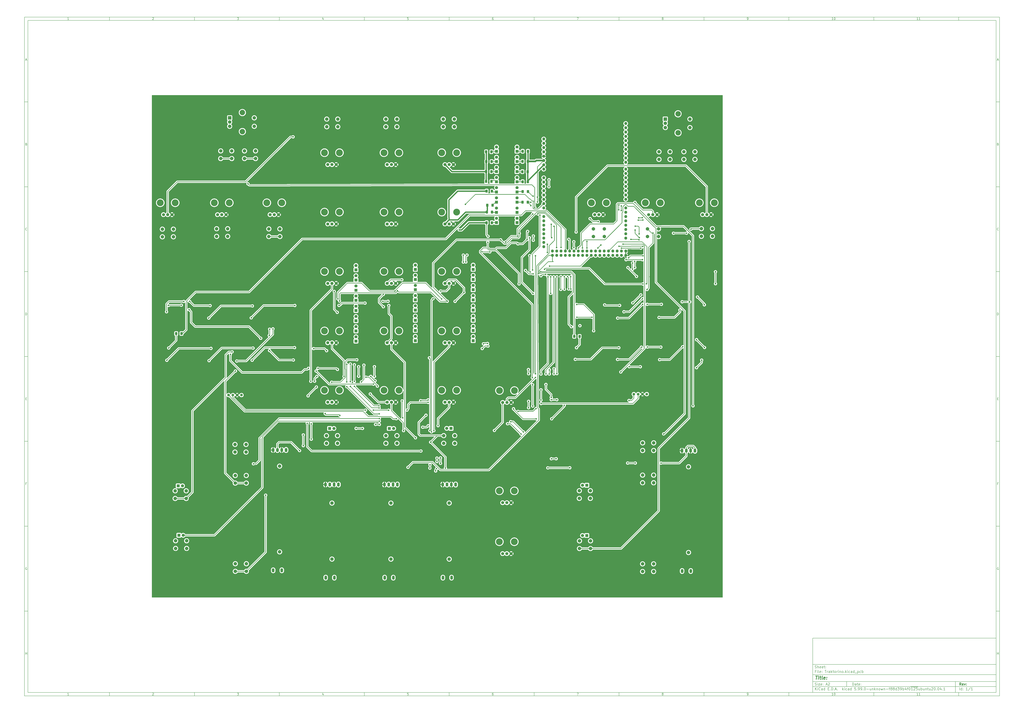
<source format=gbr>
%TF.GenerationSoftware,KiCad,Pcbnew,5.99.0-unknown-f88d39b4f0~125~ubuntu20.04.1*%
%TF.CreationDate,2021-04-04T03:48:13+02:00*%
%TF.ProjectId,Traktorino,5472616b-746f-4726-996e-6f2e6b696361,rev?*%
%TF.SameCoordinates,Original*%
%TF.FileFunction,Copper,L2,Bot*%
%TF.FilePolarity,Positive*%
%FSLAX46Y46*%
G04 Gerber Fmt 4.6, Leading zero omitted, Abs format (unit mm)*
G04 Created by KiCad (PCBNEW 5.99.0-unknown-f88d39b4f0~125~ubuntu20.04.1) date 2021-04-04 03:48:13*
%MOMM*%
%LPD*%
G01*
G04 APERTURE LIST*
G04 Aperture macros list*
%AMRoundRect*
0 Rectangle with rounded corners*
0 $1 Rounding radius*
0 $2 $3 $4 $5 $6 $7 $8 $9 X,Y pos of 4 corners*
0 Add a 4 corners polygon primitive as box body*
4,1,4,$2,$3,$4,$5,$6,$7,$8,$9,$2,$3,0*
0 Add four circle primitives for the rounded corners*
1,1,$1+$1,$2,$3*
1,1,$1+$1,$4,$5*
1,1,$1+$1,$6,$7*
1,1,$1+$1,$8,$9*
0 Add four rect primitives between the rounded corners*
20,1,$1+$1,$2,$3,$4,$5,0*
20,1,$1+$1,$4,$5,$6,$7,0*
20,1,$1+$1,$6,$7,$8,$9,0*
20,1,$1+$1,$8,$9,$2,$3,0*%
G04 Aperture macros list end*
%ADD10C,0.100000*%
%ADD11C,0.150000*%
%ADD12C,0.300000*%
%ADD13C,0.400000*%
%TA.AperFunction,ComponentPad*%
%ADD14R,1.800000X1.800000*%
%TD*%
%TA.AperFunction,ComponentPad*%
%ADD15C,1.800000*%
%TD*%
%TA.AperFunction,ComponentPad*%
%ADD16C,2.000000*%
%TD*%
%TA.AperFunction,WasherPad*%
%ADD17C,4.000000*%
%TD*%
%TA.AperFunction,ComponentPad*%
%ADD18O,1.600000X2.400000*%
%TD*%
%TA.AperFunction,ComponentPad*%
%ADD19O,1.600000X2.462000*%
%TD*%
%TA.AperFunction,ComponentPad*%
%ADD20R,2.000000X2.000000*%
%TD*%
%TA.AperFunction,ComponentPad*%
%ADD21C,3.200000*%
%TD*%
%TA.AperFunction,ComponentPad*%
%ADD22C,1.524000*%
%TD*%
%TA.AperFunction,ComponentPad*%
%ADD23O,1.727200X1.727200*%
%TD*%
%TA.AperFunction,SMDPad,CuDef*%
%ADD24RoundRect,0.250000X0.400000X0.625000X-0.400000X0.625000X-0.400000X-0.625000X0.400000X-0.625000X0*%
%TD*%
%TA.AperFunction,SMDPad,CuDef*%
%ADD25RoundRect,0.250000X-0.400000X-0.625000X0.400000X-0.625000X0.400000X0.625000X-0.400000X0.625000X0*%
%TD*%
%TA.AperFunction,ViaPad*%
%ADD26C,0.889000*%
%TD*%
%TA.AperFunction,Conductor*%
%ADD27C,1.016000*%
%TD*%
%TA.AperFunction,Conductor*%
%ADD28C,0.304800*%
%TD*%
%TA.AperFunction,Conductor*%
%ADD29C,0.762000*%
%TD*%
G04 APERTURE END LIST*
D10*
D11*
X474004400Y-375989000D02*
X474004400Y-407989000D01*
X582004400Y-407989000D01*
X582004400Y-375989000D01*
X474004400Y-375989000D01*
D10*
D11*
X10000000Y-10000000D02*
X10000000Y-409989000D01*
X584004400Y-409989000D01*
X584004400Y-10000000D01*
X10000000Y-10000000D01*
D10*
D11*
X12000000Y-12000000D02*
X12000000Y-407989000D01*
X582004400Y-407989000D01*
X582004400Y-12000000D01*
X12000000Y-12000000D01*
D10*
D11*
X60000000Y-12000000D02*
X60000000Y-10000000D01*
D10*
D11*
X110000000Y-12000000D02*
X110000000Y-10000000D01*
D10*
D11*
X160000000Y-12000000D02*
X160000000Y-10000000D01*
D10*
D11*
X210000000Y-12000000D02*
X210000000Y-10000000D01*
D10*
D11*
X260000000Y-12000000D02*
X260000000Y-10000000D01*
D10*
D11*
X310000000Y-12000000D02*
X310000000Y-10000000D01*
D10*
D11*
X360000000Y-12000000D02*
X360000000Y-10000000D01*
D10*
D11*
X410000000Y-12000000D02*
X410000000Y-10000000D01*
D10*
D11*
X460000000Y-12000000D02*
X460000000Y-10000000D01*
D10*
D11*
X510000000Y-12000000D02*
X510000000Y-10000000D01*
D10*
D11*
X560000000Y-12000000D02*
X560000000Y-10000000D01*
D10*
D11*
X36065476Y-11588095D02*
X35322619Y-11588095D01*
X35694047Y-11588095D02*
X35694047Y-10288095D01*
X35570238Y-10473809D01*
X35446428Y-10597619D01*
X35322619Y-10659523D01*
D10*
D11*
X85322619Y-10411904D02*
X85384523Y-10350000D01*
X85508333Y-10288095D01*
X85817857Y-10288095D01*
X85941666Y-10350000D01*
X86003571Y-10411904D01*
X86065476Y-10535714D01*
X86065476Y-10659523D01*
X86003571Y-10845238D01*
X85260714Y-11588095D01*
X86065476Y-11588095D01*
D10*
D11*
X135260714Y-10288095D02*
X136065476Y-10288095D01*
X135632142Y-10783333D01*
X135817857Y-10783333D01*
X135941666Y-10845238D01*
X136003571Y-10907142D01*
X136065476Y-11030952D01*
X136065476Y-11340476D01*
X136003571Y-11464285D01*
X135941666Y-11526190D01*
X135817857Y-11588095D01*
X135446428Y-11588095D01*
X135322619Y-11526190D01*
X135260714Y-11464285D01*
D10*
D11*
X185941666Y-10721428D02*
X185941666Y-11588095D01*
X185632142Y-10226190D02*
X185322619Y-11154761D01*
X186127380Y-11154761D01*
D10*
D11*
X236003571Y-10288095D02*
X235384523Y-10288095D01*
X235322619Y-10907142D01*
X235384523Y-10845238D01*
X235508333Y-10783333D01*
X235817857Y-10783333D01*
X235941666Y-10845238D01*
X236003571Y-10907142D01*
X236065476Y-11030952D01*
X236065476Y-11340476D01*
X236003571Y-11464285D01*
X235941666Y-11526190D01*
X235817857Y-11588095D01*
X235508333Y-11588095D01*
X235384523Y-11526190D01*
X235322619Y-11464285D01*
D10*
D11*
X285941666Y-10288095D02*
X285694047Y-10288095D01*
X285570238Y-10350000D01*
X285508333Y-10411904D01*
X285384523Y-10597619D01*
X285322619Y-10845238D01*
X285322619Y-11340476D01*
X285384523Y-11464285D01*
X285446428Y-11526190D01*
X285570238Y-11588095D01*
X285817857Y-11588095D01*
X285941666Y-11526190D01*
X286003571Y-11464285D01*
X286065476Y-11340476D01*
X286065476Y-11030952D01*
X286003571Y-10907142D01*
X285941666Y-10845238D01*
X285817857Y-10783333D01*
X285570238Y-10783333D01*
X285446428Y-10845238D01*
X285384523Y-10907142D01*
X285322619Y-11030952D01*
D10*
D11*
X335260714Y-10288095D02*
X336127380Y-10288095D01*
X335570238Y-11588095D01*
D10*
D11*
X385570238Y-10845238D02*
X385446428Y-10783333D01*
X385384523Y-10721428D01*
X385322619Y-10597619D01*
X385322619Y-10535714D01*
X385384523Y-10411904D01*
X385446428Y-10350000D01*
X385570238Y-10288095D01*
X385817857Y-10288095D01*
X385941666Y-10350000D01*
X386003571Y-10411904D01*
X386065476Y-10535714D01*
X386065476Y-10597619D01*
X386003571Y-10721428D01*
X385941666Y-10783333D01*
X385817857Y-10845238D01*
X385570238Y-10845238D01*
X385446428Y-10907142D01*
X385384523Y-10969047D01*
X385322619Y-11092857D01*
X385322619Y-11340476D01*
X385384523Y-11464285D01*
X385446428Y-11526190D01*
X385570238Y-11588095D01*
X385817857Y-11588095D01*
X385941666Y-11526190D01*
X386003571Y-11464285D01*
X386065476Y-11340476D01*
X386065476Y-11092857D01*
X386003571Y-10969047D01*
X385941666Y-10907142D01*
X385817857Y-10845238D01*
D10*
D11*
X435446428Y-11588095D02*
X435694047Y-11588095D01*
X435817857Y-11526190D01*
X435879761Y-11464285D01*
X436003571Y-11278571D01*
X436065476Y-11030952D01*
X436065476Y-10535714D01*
X436003571Y-10411904D01*
X435941666Y-10350000D01*
X435817857Y-10288095D01*
X435570238Y-10288095D01*
X435446428Y-10350000D01*
X435384523Y-10411904D01*
X435322619Y-10535714D01*
X435322619Y-10845238D01*
X435384523Y-10969047D01*
X435446428Y-11030952D01*
X435570238Y-11092857D01*
X435817857Y-11092857D01*
X435941666Y-11030952D01*
X436003571Y-10969047D01*
X436065476Y-10845238D01*
D10*
D11*
X486065476Y-11588095D02*
X485322619Y-11588095D01*
X485694047Y-11588095D02*
X485694047Y-10288095D01*
X485570238Y-10473809D01*
X485446428Y-10597619D01*
X485322619Y-10659523D01*
X486870238Y-10288095D02*
X486994047Y-10288095D01*
X487117857Y-10350000D01*
X487179761Y-10411904D01*
X487241666Y-10535714D01*
X487303571Y-10783333D01*
X487303571Y-11092857D01*
X487241666Y-11340476D01*
X487179761Y-11464285D01*
X487117857Y-11526190D01*
X486994047Y-11588095D01*
X486870238Y-11588095D01*
X486746428Y-11526190D01*
X486684523Y-11464285D01*
X486622619Y-11340476D01*
X486560714Y-11092857D01*
X486560714Y-10783333D01*
X486622619Y-10535714D01*
X486684523Y-10411904D01*
X486746428Y-10350000D01*
X486870238Y-10288095D01*
D10*
D11*
X536065476Y-11588095D02*
X535322619Y-11588095D01*
X535694047Y-11588095D02*
X535694047Y-10288095D01*
X535570238Y-10473809D01*
X535446428Y-10597619D01*
X535322619Y-10659523D01*
X537303571Y-11588095D02*
X536560714Y-11588095D01*
X536932142Y-11588095D02*
X536932142Y-10288095D01*
X536808333Y-10473809D01*
X536684523Y-10597619D01*
X536560714Y-10659523D01*
D10*
D11*
X60000000Y-407989000D02*
X60000000Y-409989000D01*
D10*
D11*
X110000000Y-407989000D02*
X110000000Y-409989000D01*
D10*
D11*
X160000000Y-407989000D02*
X160000000Y-409989000D01*
D10*
D11*
X210000000Y-407989000D02*
X210000000Y-409989000D01*
D10*
D11*
X260000000Y-407989000D02*
X260000000Y-409989000D01*
D10*
D11*
X310000000Y-407989000D02*
X310000000Y-409989000D01*
D10*
D11*
X360000000Y-407989000D02*
X360000000Y-409989000D01*
D10*
D11*
X410000000Y-407989000D02*
X410000000Y-409989000D01*
D10*
D11*
X460000000Y-407989000D02*
X460000000Y-409989000D01*
D10*
D11*
X510000000Y-407989000D02*
X510000000Y-409989000D01*
D10*
D11*
X560000000Y-407989000D02*
X560000000Y-409989000D01*
D10*
D11*
X36065476Y-409577095D02*
X35322619Y-409577095D01*
X35694047Y-409577095D02*
X35694047Y-408277095D01*
X35570238Y-408462809D01*
X35446428Y-408586619D01*
X35322619Y-408648523D01*
D10*
D11*
X85322619Y-408400904D02*
X85384523Y-408339000D01*
X85508333Y-408277095D01*
X85817857Y-408277095D01*
X85941666Y-408339000D01*
X86003571Y-408400904D01*
X86065476Y-408524714D01*
X86065476Y-408648523D01*
X86003571Y-408834238D01*
X85260714Y-409577095D01*
X86065476Y-409577095D01*
D10*
D11*
X135260714Y-408277095D02*
X136065476Y-408277095D01*
X135632142Y-408772333D01*
X135817857Y-408772333D01*
X135941666Y-408834238D01*
X136003571Y-408896142D01*
X136065476Y-409019952D01*
X136065476Y-409329476D01*
X136003571Y-409453285D01*
X135941666Y-409515190D01*
X135817857Y-409577095D01*
X135446428Y-409577095D01*
X135322619Y-409515190D01*
X135260714Y-409453285D01*
D10*
D11*
X185941666Y-408710428D02*
X185941666Y-409577095D01*
X185632142Y-408215190D02*
X185322619Y-409143761D01*
X186127380Y-409143761D01*
D10*
D11*
X236003571Y-408277095D02*
X235384523Y-408277095D01*
X235322619Y-408896142D01*
X235384523Y-408834238D01*
X235508333Y-408772333D01*
X235817857Y-408772333D01*
X235941666Y-408834238D01*
X236003571Y-408896142D01*
X236065476Y-409019952D01*
X236065476Y-409329476D01*
X236003571Y-409453285D01*
X235941666Y-409515190D01*
X235817857Y-409577095D01*
X235508333Y-409577095D01*
X235384523Y-409515190D01*
X235322619Y-409453285D01*
D10*
D11*
X285941666Y-408277095D02*
X285694047Y-408277095D01*
X285570238Y-408339000D01*
X285508333Y-408400904D01*
X285384523Y-408586619D01*
X285322619Y-408834238D01*
X285322619Y-409329476D01*
X285384523Y-409453285D01*
X285446428Y-409515190D01*
X285570238Y-409577095D01*
X285817857Y-409577095D01*
X285941666Y-409515190D01*
X286003571Y-409453285D01*
X286065476Y-409329476D01*
X286065476Y-409019952D01*
X286003571Y-408896142D01*
X285941666Y-408834238D01*
X285817857Y-408772333D01*
X285570238Y-408772333D01*
X285446428Y-408834238D01*
X285384523Y-408896142D01*
X285322619Y-409019952D01*
D10*
D11*
X335260714Y-408277095D02*
X336127380Y-408277095D01*
X335570238Y-409577095D01*
D10*
D11*
X385570238Y-408834238D02*
X385446428Y-408772333D01*
X385384523Y-408710428D01*
X385322619Y-408586619D01*
X385322619Y-408524714D01*
X385384523Y-408400904D01*
X385446428Y-408339000D01*
X385570238Y-408277095D01*
X385817857Y-408277095D01*
X385941666Y-408339000D01*
X386003571Y-408400904D01*
X386065476Y-408524714D01*
X386065476Y-408586619D01*
X386003571Y-408710428D01*
X385941666Y-408772333D01*
X385817857Y-408834238D01*
X385570238Y-408834238D01*
X385446428Y-408896142D01*
X385384523Y-408958047D01*
X385322619Y-409081857D01*
X385322619Y-409329476D01*
X385384523Y-409453285D01*
X385446428Y-409515190D01*
X385570238Y-409577095D01*
X385817857Y-409577095D01*
X385941666Y-409515190D01*
X386003571Y-409453285D01*
X386065476Y-409329476D01*
X386065476Y-409081857D01*
X386003571Y-408958047D01*
X385941666Y-408896142D01*
X385817857Y-408834238D01*
D10*
D11*
X435446428Y-409577095D02*
X435694047Y-409577095D01*
X435817857Y-409515190D01*
X435879761Y-409453285D01*
X436003571Y-409267571D01*
X436065476Y-409019952D01*
X436065476Y-408524714D01*
X436003571Y-408400904D01*
X435941666Y-408339000D01*
X435817857Y-408277095D01*
X435570238Y-408277095D01*
X435446428Y-408339000D01*
X435384523Y-408400904D01*
X435322619Y-408524714D01*
X435322619Y-408834238D01*
X435384523Y-408958047D01*
X435446428Y-409019952D01*
X435570238Y-409081857D01*
X435817857Y-409081857D01*
X435941666Y-409019952D01*
X436003571Y-408958047D01*
X436065476Y-408834238D01*
D10*
D11*
X486065476Y-409577095D02*
X485322619Y-409577095D01*
X485694047Y-409577095D02*
X485694047Y-408277095D01*
X485570238Y-408462809D01*
X485446428Y-408586619D01*
X485322619Y-408648523D01*
X486870238Y-408277095D02*
X486994047Y-408277095D01*
X487117857Y-408339000D01*
X487179761Y-408400904D01*
X487241666Y-408524714D01*
X487303571Y-408772333D01*
X487303571Y-409081857D01*
X487241666Y-409329476D01*
X487179761Y-409453285D01*
X487117857Y-409515190D01*
X486994047Y-409577095D01*
X486870238Y-409577095D01*
X486746428Y-409515190D01*
X486684523Y-409453285D01*
X486622619Y-409329476D01*
X486560714Y-409081857D01*
X486560714Y-408772333D01*
X486622619Y-408524714D01*
X486684523Y-408400904D01*
X486746428Y-408339000D01*
X486870238Y-408277095D01*
D10*
D11*
X536065476Y-409577095D02*
X535322619Y-409577095D01*
X535694047Y-409577095D02*
X535694047Y-408277095D01*
X535570238Y-408462809D01*
X535446428Y-408586619D01*
X535322619Y-408648523D01*
X537303571Y-409577095D02*
X536560714Y-409577095D01*
X536932142Y-409577095D02*
X536932142Y-408277095D01*
X536808333Y-408462809D01*
X536684523Y-408586619D01*
X536560714Y-408648523D01*
D10*
D11*
X10000000Y-60000000D02*
X12000000Y-60000000D01*
D10*
D11*
X10000000Y-110000000D02*
X12000000Y-110000000D01*
D10*
D11*
X10000000Y-160000000D02*
X12000000Y-160000000D01*
D10*
D11*
X10000000Y-210000000D02*
X12000000Y-210000000D01*
D10*
D11*
X10000000Y-260000000D02*
X12000000Y-260000000D01*
D10*
D11*
X10000000Y-310000000D02*
X12000000Y-310000000D01*
D10*
D11*
X10000000Y-360000000D02*
X12000000Y-360000000D01*
D10*
D11*
X10690476Y-35216666D02*
X11309523Y-35216666D01*
X10566666Y-35588095D02*
X11000000Y-34288095D01*
X11433333Y-35588095D01*
D10*
D11*
X11092857Y-84907142D02*
X11278571Y-84969047D01*
X11340476Y-85030952D01*
X11402380Y-85154761D01*
X11402380Y-85340476D01*
X11340476Y-85464285D01*
X11278571Y-85526190D01*
X11154761Y-85588095D01*
X10659523Y-85588095D01*
X10659523Y-84288095D01*
X11092857Y-84288095D01*
X11216666Y-84350000D01*
X11278571Y-84411904D01*
X11340476Y-84535714D01*
X11340476Y-84659523D01*
X11278571Y-84783333D01*
X11216666Y-84845238D01*
X11092857Y-84907142D01*
X10659523Y-84907142D01*
D10*
D11*
X11402380Y-135464285D02*
X11340476Y-135526190D01*
X11154761Y-135588095D01*
X11030952Y-135588095D01*
X10845238Y-135526190D01*
X10721428Y-135402380D01*
X10659523Y-135278571D01*
X10597619Y-135030952D01*
X10597619Y-134845238D01*
X10659523Y-134597619D01*
X10721428Y-134473809D01*
X10845238Y-134350000D01*
X11030952Y-134288095D01*
X11154761Y-134288095D01*
X11340476Y-134350000D01*
X11402380Y-134411904D01*
D10*
D11*
X10659523Y-185588095D02*
X10659523Y-184288095D01*
X10969047Y-184288095D01*
X11154761Y-184350000D01*
X11278571Y-184473809D01*
X11340476Y-184597619D01*
X11402380Y-184845238D01*
X11402380Y-185030952D01*
X11340476Y-185278571D01*
X11278571Y-185402380D01*
X11154761Y-185526190D01*
X10969047Y-185588095D01*
X10659523Y-185588095D01*
D10*
D11*
X10721428Y-234907142D02*
X11154761Y-234907142D01*
X11340476Y-235588095D02*
X10721428Y-235588095D01*
X10721428Y-234288095D01*
X11340476Y-234288095D01*
D10*
D11*
X11185714Y-284907142D02*
X10752380Y-284907142D01*
X10752380Y-285588095D02*
X10752380Y-284288095D01*
X11371428Y-284288095D01*
D10*
D11*
X11340476Y-334350000D02*
X11216666Y-334288095D01*
X11030952Y-334288095D01*
X10845238Y-334350000D01*
X10721428Y-334473809D01*
X10659523Y-334597619D01*
X10597619Y-334845238D01*
X10597619Y-335030952D01*
X10659523Y-335278571D01*
X10721428Y-335402380D01*
X10845238Y-335526190D01*
X11030952Y-335588095D01*
X11154761Y-335588095D01*
X11340476Y-335526190D01*
X11402380Y-335464285D01*
X11402380Y-335030952D01*
X11154761Y-335030952D01*
D10*
D11*
X10628571Y-385588095D02*
X10628571Y-384288095D01*
X10628571Y-384907142D02*
X11371428Y-384907142D01*
X11371428Y-385588095D02*
X11371428Y-384288095D01*
D10*
D11*
X584004400Y-60000000D02*
X582004400Y-60000000D01*
D10*
D11*
X584004400Y-110000000D02*
X582004400Y-110000000D01*
D10*
D11*
X584004400Y-160000000D02*
X582004400Y-160000000D01*
D10*
D11*
X584004400Y-210000000D02*
X582004400Y-210000000D01*
D10*
D11*
X584004400Y-260000000D02*
X582004400Y-260000000D01*
D10*
D11*
X584004400Y-310000000D02*
X582004400Y-310000000D01*
D10*
D11*
X584004400Y-360000000D02*
X582004400Y-360000000D01*
D10*
D11*
X582694876Y-35216666D02*
X583313923Y-35216666D01*
X582571066Y-35588095D02*
X583004400Y-34288095D01*
X583437733Y-35588095D01*
D10*
D11*
X583097257Y-84907142D02*
X583282971Y-84969047D01*
X583344876Y-85030952D01*
X583406780Y-85154761D01*
X583406780Y-85340476D01*
X583344876Y-85464285D01*
X583282971Y-85526190D01*
X583159161Y-85588095D01*
X582663923Y-85588095D01*
X582663923Y-84288095D01*
X583097257Y-84288095D01*
X583221066Y-84350000D01*
X583282971Y-84411904D01*
X583344876Y-84535714D01*
X583344876Y-84659523D01*
X583282971Y-84783333D01*
X583221066Y-84845238D01*
X583097257Y-84907142D01*
X582663923Y-84907142D01*
D10*
D11*
X583406780Y-135464285D02*
X583344876Y-135526190D01*
X583159161Y-135588095D01*
X583035352Y-135588095D01*
X582849638Y-135526190D01*
X582725828Y-135402380D01*
X582663923Y-135278571D01*
X582602019Y-135030952D01*
X582602019Y-134845238D01*
X582663923Y-134597619D01*
X582725828Y-134473809D01*
X582849638Y-134350000D01*
X583035352Y-134288095D01*
X583159161Y-134288095D01*
X583344876Y-134350000D01*
X583406780Y-134411904D01*
D10*
D11*
X582663923Y-185588095D02*
X582663923Y-184288095D01*
X582973447Y-184288095D01*
X583159161Y-184350000D01*
X583282971Y-184473809D01*
X583344876Y-184597619D01*
X583406780Y-184845238D01*
X583406780Y-185030952D01*
X583344876Y-185278571D01*
X583282971Y-185402380D01*
X583159161Y-185526190D01*
X582973447Y-185588095D01*
X582663923Y-185588095D01*
D10*
D11*
X582725828Y-234907142D02*
X583159161Y-234907142D01*
X583344876Y-235588095D02*
X582725828Y-235588095D01*
X582725828Y-234288095D01*
X583344876Y-234288095D01*
D10*
D11*
X583190114Y-284907142D02*
X582756780Y-284907142D01*
X582756780Y-285588095D02*
X582756780Y-284288095D01*
X583375828Y-284288095D01*
D10*
D11*
X583344876Y-334350000D02*
X583221066Y-334288095D01*
X583035352Y-334288095D01*
X582849638Y-334350000D01*
X582725828Y-334473809D01*
X582663923Y-334597619D01*
X582602019Y-334845238D01*
X582602019Y-335030952D01*
X582663923Y-335278571D01*
X582725828Y-335402380D01*
X582849638Y-335526190D01*
X583035352Y-335588095D01*
X583159161Y-335588095D01*
X583344876Y-335526190D01*
X583406780Y-335464285D01*
X583406780Y-335030952D01*
X583159161Y-335030952D01*
D10*
D11*
X582632971Y-385588095D02*
X582632971Y-384288095D01*
X582632971Y-384907142D02*
X583375828Y-384907142D01*
X583375828Y-385588095D02*
X583375828Y-384288095D01*
D10*
D11*
X497436542Y-403767571D02*
X497436542Y-402267571D01*
X497793685Y-402267571D01*
X498007971Y-402339000D01*
X498150828Y-402481857D01*
X498222257Y-402624714D01*
X498293685Y-402910428D01*
X498293685Y-403124714D01*
X498222257Y-403410428D01*
X498150828Y-403553285D01*
X498007971Y-403696142D01*
X497793685Y-403767571D01*
X497436542Y-403767571D01*
X499579400Y-403767571D02*
X499579400Y-402981857D01*
X499507971Y-402839000D01*
X499365114Y-402767571D01*
X499079400Y-402767571D01*
X498936542Y-402839000D01*
X499579400Y-403696142D02*
X499436542Y-403767571D01*
X499079400Y-403767571D01*
X498936542Y-403696142D01*
X498865114Y-403553285D01*
X498865114Y-403410428D01*
X498936542Y-403267571D01*
X499079400Y-403196142D01*
X499436542Y-403196142D01*
X499579400Y-403124714D01*
X500079400Y-402767571D02*
X500650828Y-402767571D01*
X500293685Y-402267571D02*
X500293685Y-403553285D01*
X500365114Y-403696142D01*
X500507971Y-403767571D01*
X500650828Y-403767571D01*
X501722257Y-403696142D02*
X501579400Y-403767571D01*
X501293685Y-403767571D01*
X501150828Y-403696142D01*
X501079400Y-403553285D01*
X501079400Y-402981857D01*
X501150828Y-402839000D01*
X501293685Y-402767571D01*
X501579400Y-402767571D01*
X501722257Y-402839000D01*
X501793685Y-402981857D01*
X501793685Y-403124714D01*
X501079400Y-403267571D01*
X502436542Y-403624714D02*
X502507971Y-403696142D01*
X502436542Y-403767571D01*
X502365114Y-403696142D01*
X502436542Y-403624714D01*
X502436542Y-403767571D01*
X502436542Y-402839000D02*
X502507971Y-402910428D01*
X502436542Y-402981857D01*
X502365114Y-402910428D01*
X502436542Y-402839000D01*
X502436542Y-402981857D01*
D10*
D11*
X474004400Y-404489000D02*
X582004400Y-404489000D01*
D10*
D11*
X475436542Y-406567571D02*
X475436542Y-405067571D01*
X476293685Y-406567571D02*
X475650828Y-405710428D01*
X476293685Y-405067571D02*
X475436542Y-405924714D01*
X476936542Y-406567571D02*
X476936542Y-405567571D01*
X476936542Y-405067571D02*
X476865114Y-405139000D01*
X476936542Y-405210428D01*
X477007971Y-405139000D01*
X476936542Y-405067571D01*
X476936542Y-405210428D01*
X478507971Y-406424714D02*
X478436542Y-406496142D01*
X478222257Y-406567571D01*
X478079400Y-406567571D01*
X477865114Y-406496142D01*
X477722257Y-406353285D01*
X477650828Y-406210428D01*
X477579400Y-405924714D01*
X477579400Y-405710428D01*
X477650828Y-405424714D01*
X477722257Y-405281857D01*
X477865114Y-405139000D01*
X478079400Y-405067571D01*
X478222257Y-405067571D01*
X478436542Y-405139000D01*
X478507971Y-405210428D01*
X479793685Y-406567571D02*
X479793685Y-405781857D01*
X479722257Y-405639000D01*
X479579400Y-405567571D01*
X479293685Y-405567571D01*
X479150828Y-405639000D01*
X479793685Y-406496142D02*
X479650828Y-406567571D01*
X479293685Y-406567571D01*
X479150828Y-406496142D01*
X479079400Y-406353285D01*
X479079400Y-406210428D01*
X479150828Y-406067571D01*
X479293685Y-405996142D01*
X479650828Y-405996142D01*
X479793685Y-405924714D01*
X481150828Y-406567571D02*
X481150828Y-405067571D01*
X481150828Y-406496142D02*
X481007971Y-406567571D01*
X480722257Y-406567571D01*
X480579400Y-406496142D01*
X480507971Y-406424714D01*
X480436542Y-406281857D01*
X480436542Y-405853285D01*
X480507971Y-405710428D01*
X480579400Y-405639000D01*
X480722257Y-405567571D01*
X481007971Y-405567571D01*
X481150828Y-405639000D01*
X483007971Y-405781857D02*
X483507971Y-405781857D01*
X483722257Y-406567571D02*
X483007971Y-406567571D01*
X483007971Y-405067571D01*
X483722257Y-405067571D01*
X484365114Y-406424714D02*
X484436542Y-406496142D01*
X484365114Y-406567571D01*
X484293685Y-406496142D01*
X484365114Y-406424714D01*
X484365114Y-406567571D01*
X485079400Y-406567571D02*
X485079400Y-405067571D01*
X485436542Y-405067571D01*
X485650828Y-405139000D01*
X485793685Y-405281857D01*
X485865114Y-405424714D01*
X485936542Y-405710428D01*
X485936542Y-405924714D01*
X485865114Y-406210428D01*
X485793685Y-406353285D01*
X485650828Y-406496142D01*
X485436542Y-406567571D01*
X485079400Y-406567571D01*
X486579400Y-406424714D02*
X486650828Y-406496142D01*
X486579400Y-406567571D01*
X486507971Y-406496142D01*
X486579400Y-406424714D01*
X486579400Y-406567571D01*
X487222257Y-406139000D02*
X487936542Y-406139000D01*
X487079400Y-406567571D02*
X487579400Y-405067571D01*
X488079400Y-406567571D01*
X488579400Y-406424714D02*
X488650828Y-406496142D01*
X488579400Y-406567571D01*
X488507971Y-406496142D01*
X488579400Y-406424714D01*
X488579400Y-406567571D01*
X491579400Y-406567571D02*
X491579400Y-405067571D01*
X491722257Y-405996142D02*
X492150828Y-406567571D01*
X492150828Y-405567571D02*
X491579400Y-406139000D01*
X492793685Y-406567571D02*
X492793685Y-405567571D01*
X492793685Y-405067571D02*
X492722257Y-405139000D01*
X492793685Y-405210428D01*
X492865114Y-405139000D01*
X492793685Y-405067571D01*
X492793685Y-405210428D01*
X494150828Y-406496142D02*
X494007971Y-406567571D01*
X493722257Y-406567571D01*
X493579400Y-406496142D01*
X493507971Y-406424714D01*
X493436542Y-406281857D01*
X493436542Y-405853285D01*
X493507971Y-405710428D01*
X493579400Y-405639000D01*
X493722257Y-405567571D01*
X494007971Y-405567571D01*
X494150828Y-405639000D01*
X495436542Y-406567571D02*
X495436542Y-405781857D01*
X495365114Y-405639000D01*
X495222257Y-405567571D01*
X494936542Y-405567571D01*
X494793685Y-405639000D01*
X495436542Y-406496142D02*
X495293685Y-406567571D01*
X494936542Y-406567571D01*
X494793685Y-406496142D01*
X494722257Y-406353285D01*
X494722257Y-406210428D01*
X494793685Y-406067571D01*
X494936542Y-405996142D01*
X495293685Y-405996142D01*
X495436542Y-405924714D01*
X496793685Y-406567571D02*
X496793685Y-405067571D01*
X496793685Y-406496142D02*
X496650828Y-406567571D01*
X496365114Y-406567571D01*
X496222257Y-406496142D01*
X496150828Y-406424714D01*
X496079400Y-406281857D01*
X496079400Y-405853285D01*
X496150828Y-405710428D01*
X496222257Y-405639000D01*
X496365114Y-405567571D01*
X496650828Y-405567571D01*
X496793685Y-405639000D01*
X499365114Y-405067571D02*
X498650828Y-405067571D01*
X498579400Y-405781857D01*
X498650828Y-405710428D01*
X498793685Y-405639000D01*
X499150828Y-405639000D01*
X499293685Y-405710428D01*
X499365114Y-405781857D01*
X499436542Y-405924714D01*
X499436542Y-406281857D01*
X499365114Y-406424714D01*
X499293685Y-406496142D01*
X499150828Y-406567571D01*
X498793685Y-406567571D01*
X498650828Y-406496142D01*
X498579400Y-406424714D01*
X500079400Y-406424714D02*
X500150828Y-406496142D01*
X500079400Y-406567571D01*
X500007971Y-406496142D01*
X500079400Y-406424714D01*
X500079400Y-406567571D01*
X500865114Y-406567571D02*
X501150828Y-406567571D01*
X501293685Y-406496142D01*
X501365114Y-406424714D01*
X501507971Y-406210428D01*
X501579400Y-405924714D01*
X501579400Y-405353285D01*
X501507971Y-405210428D01*
X501436542Y-405139000D01*
X501293685Y-405067571D01*
X501007971Y-405067571D01*
X500865114Y-405139000D01*
X500793685Y-405210428D01*
X500722257Y-405353285D01*
X500722257Y-405710428D01*
X500793685Y-405853285D01*
X500865114Y-405924714D01*
X501007971Y-405996142D01*
X501293685Y-405996142D01*
X501436542Y-405924714D01*
X501507971Y-405853285D01*
X501579400Y-405710428D01*
X502293685Y-406567571D02*
X502579400Y-406567571D01*
X502722257Y-406496142D01*
X502793685Y-406424714D01*
X502936542Y-406210428D01*
X503007971Y-405924714D01*
X503007971Y-405353285D01*
X502936542Y-405210428D01*
X502865114Y-405139000D01*
X502722257Y-405067571D01*
X502436542Y-405067571D01*
X502293685Y-405139000D01*
X502222257Y-405210428D01*
X502150828Y-405353285D01*
X502150828Y-405710428D01*
X502222257Y-405853285D01*
X502293685Y-405924714D01*
X502436542Y-405996142D01*
X502722257Y-405996142D01*
X502865114Y-405924714D01*
X502936542Y-405853285D01*
X503007971Y-405710428D01*
X503650828Y-406424714D02*
X503722257Y-406496142D01*
X503650828Y-406567571D01*
X503579400Y-406496142D01*
X503650828Y-406424714D01*
X503650828Y-406567571D01*
X504650828Y-405067571D02*
X504793685Y-405067571D01*
X504936542Y-405139000D01*
X505007971Y-405210428D01*
X505079400Y-405353285D01*
X505150828Y-405639000D01*
X505150828Y-405996142D01*
X505079400Y-406281857D01*
X505007971Y-406424714D01*
X504936542Y-406496142D01*
X504793685Y-406567571D01*
X504650828Y-406567571D01*
X504507971Y-406496142D01*
X504436542Y-406424714D01*
X504365114Y-406281857D01*
X504293685Y-405996142D01*
X504293685Y-405639000D01*
X504365114Y-405353285D01*
X504436542Y-405210428D01*
X504507971Y-405139000D01*
X504650828Y-405067571D01*
X505793685Y-405996142D02*
X506936542Y-405996142D01*
X508293685Y-405567571D02*
X508293685Y-406567571D01*
X507650828Y-405567571D02*
X507650828Y-406353285D01*
X507722257Y-406496142D01*
X507865114Y-406567571D01*
X508079400Y-406567571D01*
X508222257Y-406496142D01*
X508293685Y-406424714D01*
X509007971Y-405567571D02*
X509007971Y-406567571D01*
X509007971Y-405710428D02*
X509079400Y-405639000D01*
X509222257Y-405567571D01*
X509436542Y-405567571D01*
X509579400Y-405639000D01*
X509650828Y-405781857D01*
X509650828Y-406567571D01*
X510365114Y-406567571D02*
X510365114Y-405067571D01*
X510507971Y-405996142D02*
X510936542Y-406567571D01*
X510936542Y-405567571D02*
X510365114Y-406139000D01*
X511579400Y-405567571D02*
X511579400Y-406567571D01*
X511579400Y-405710428D02*
X511650828Y-405639000D01*
X511793685Y-405567571D01*
X512007971Y-405567571D01*
X512150828Y-405639000D01*
X512222257Y-405781857D01*
X512222257Y-406567571D01*
X513150828Y-406567571D02*
X513007971Y-406496142D01*
X512936542Y-406424714D01*
X512865114Y-406281857D01*
X512865114Y-405853285D01*
X512936542Y-405710428D01*
X513007971Y-405639000D01*
X513150828Y-405567571D01*
X513365114Y-405567571D01*
X513507971Y-405639000D01*
X513579400Y-405710428D01*
X513650828Y-405853285D01*
X513650828Y-406281857D01*
X513579400Y-406424714D01*
X513507971Y-406496142D01*
X513365114Y-406567571D01*
X513150828Y-406567571D01*
X514150828Y-405567571D02*
X514436542Y-406567571D01*
X514722257Y-405853285D01*
X515007971Y-406567571D01*
X515293685Y-405567571D01*
X515865114Y-405567571D02*
X515865114Y-406567571D01*
X515865114Y-405710428D02*
X515936542Y-405639000D01*
X516079400Y-405567571D01*
X516293685Y-405567571D01*
X516436542Y-405639000D01*
X516507971Y-405781857D01*
X516507971Y-406567571D01*
X517222257Y-405996142D02*
X518365114Y-405996142D01*
X518865114Y-405567571D02*
X519436542Y-405567571D01*
X519079400Y-406567571D02*
X519079400Y-405281857D01*
X519150828Y-405139000D01*
X519293685Y-405067571D01*
X519436542Y-405067571D01*
X520150828Y-405710428D02*
X520007971Y-405639000D01*
X519936542Y-405567571D01*
X519865114Y-405424714D01*
X519865114Y-405353285D01*
X519936542Y-405210428D01*
X520007971Y-405139000D01*
X520150828Y-405067571D01*
X520436542Y-405067571D01*
X520579400Y-405139000D01*
X520650828Y-405210428D01*
X520722257Y-405353285D01*
X520722257Y-405424714D01*
X520650828Y-405567571D01*
X520579400Y-405639000D01*
X520436542Y-405710428D01*
X520150828Y-405710428D01*
X520007971Y-405781857D01*
X519936542Y-405853285D01*
X519865114Y-405996142D01*
X519865114Y-406281857D01*
X519936542Y-406424714D01*
X520007971Y-406496142D01*
X520150828Y-406567571D01*
X520436542Y-406567571D01*
X520579400Y-406496142D01*
X520650828Y-406424714D01*
X520722257Y-406281857D01*
X520722257Y-405996142D01*
X520650828Y-405853285D01*
X520579400Y-405781857D01*
X520436542Y-405710428D01*
X521579400Y-405710428D02*
X521436542Y-405639000D01*
X521365114Y-405567571D01*
X521293685Y-405424714D01*
X521293685Y-405353285D01*
X521365114Y-405210428D01*
X521436542Y-405139000D01*
X521579400Y-405067571D01*
X521865114Y-405067571D01*
X522007971Y-405139000D01*
X522079400Y-405210428D01*
X522150828Y-405353285D01*
X522150828Y-405424714D01*
X522079400Y-405567571D01*
X522007971Y-405639000D01*
X521865114Y-405710428D01*
X521579400Y-405710428D01*
X521436542Y-405781857D01*
X521365114Y-405853285D01*
X521293685Y-405996142D01*
X521293685Y-406281857D01*
X521365114Y-406424714D01*
X521436542Y-406496142D01*
X521579400Y-406567571D01*
X521865114Y-406567571D01*
X522007971Y-406496142D01*
X522079400Y-406424714D01*
X522150828Y-406281857D01*
X522150828Y-405996142D01*
X522079400Y-405853285D01*
X522007971Y-405781857D01*
X521865114Y-405710428D01*
X523436542Y-406567571D02*
X523436542Y-405067571D01*
X523436542Y-406496142D02*
X523293685Y-406567571D01*
X523007971Y-406567571D01*
X522865114Y-406496142D01*
X522793685Y-406424714D01*
X522722257Y-406281857D01*
X522722257Y-405853285D01*
X522793685Y-405710428D01*
X522865114Y-405639000D01*
X523007971Y-405567571D01*
X523293685Y-405567571D01*
X523436542Y-405639000D01*
X524007971Y-405067571D02*
X524936542Y-405067571D01*
X524436542Y-405639000D01*
X524650828Y-405639000D01*
X524793685Y-405710428D01*
X524865114Y-405781857D01*
X524936542Y-405924714D01*
X524936542Y-406281857D01*
X524865114Y-406424714D01*
X524793685Y-406496142D01*
X524650828Y-406567571D01*
X524222257Y-406567571D01*
X524079400Y-406496142D01*
X524007971Y-406424714D01*
X525650828Y-406567571D02*
X525936542Y-406567571D01*
X526079400Y-406496142D01*
X526150828Y-406424714D01*
X526293685Y-406210428D01*
X526365114Y-405924714D01*
X526365114Y-405353285D01*
X526293685Y-405210428D01*
X526222257Y-405139000D01*
X526079400Y-405067571D01*
X525793685Y-405067571D01*
X525650828Y-405139000D01*
X525579400Y-405210428D01*
X525507971Y-405353285D01*
X525507971Y-405710428D01*
X525579400Y-405853285D01*
X525650828Y-405924714D01*
X525793685Y-405996142D01*
X526079400Y-405996142D01*
X526222257Y-405924714D01*
X526293685Y-405853285D01*
X526365114Y-405710428D01*
X527007971Y-406567571D02*
X527007971Y-405067571D01*
X527007971Y-405639000D02*
X527150828Y-405567571D01*
X527436542Y-405567571D01*
X527579400Y-405639000D01*
X527650828Y-405710428D01*
X527722257Y-405853285D01*
X527722257Y-406281857D01*
X527650828Y-406424714D01*
X527579400Y-406496142D01*
X527436542Y-406567571D01*
X527150828Y-406567571D01*
X527007971Y-406496142D01*
X529007971Y-405567571D02*
X529007971Y-406567571D01*
X528650828Y-404996142D02*
X528293685Y-406067571D01*
X529222257Y-406067571D01*
X529579400Y-405567571D02*
X530150828Y-405567571D01*
X529793685Y-406567571D02*
X529793685Y-405281857D01*
X529865114Y-405139000D01*
X530007971Y-405067571D01*
X530150828Y-405067571D01*
X530936542Y-405067571D02*
X531079400Y-405067571D01*
X531222257Y-405139000D01*
X531293685Y-405210428D01*
X531365114Y-405353285D01*
X531436542Y-405639000D01*
X531436542Y-405996142D01*
X531365114Y-406281857D01*
X531293685Y-406424714D01*
X531222257Y-406496142D01*
X531079400Y-406567571D01*
X530936542Y-406567571D01*
X530793685Y-406496142D01*
X530722257Y-406424714D01*
X530650828Y-406281857D01*
X530579400Y-405996142D01*
X530579400Y-405639000D01*
X530650828Y-405353285D01*
X530722257Y-405210428D01*
X530793685Y-405139000D01*
X530936542Y-405067571D01*
X531722257Y-404644000D02*
X533150828Y-404644000D01*
X532865114Y-406567571D02*
X532007971Y-406567571D01*
X532436542Y-406567571D02*
X532436542Y-405067571D01*
X532293685Y-405281857D01*
X532150828Y-405424714D01*
X532007971Y-405496142D01*
X533150828Y-404644000D02*
X534579400Y-404644000D01*
X533436542Y-405210428D02*
X533507971Y-405139000D01*
X533650828Y-405067571D01*
X534007971Y-405067571D01*
X534150828Y-405139000D01*
X534222257Y-405210428D01*
X534293685Y-405353285D01*
X534293685Y-405496142D01*
X534222257Y-405710428D01*
X533365114Y-406567571D01*
X534293685Y-406567571D01*
X534579400Y-404644000D02*
X536007971Y-404644000D01*
X535650828Y-405067571D02*
X534936542Y-405067571D01*
X534865114Y-405781857D01*
X534936542Y-405710428D01*
X535079400Y-405639000D01*
X535436542Y-405639000D01*
X535579400Y-405710428D01*
X535650828Y-405781857D01*
X535722257Y-405924714D01*
X535722257Y-406281857D01*
X535650828Y-406424714D01*
X535579400Y-406496142D01*
X535436542Y-406567571D01*
X535079400Y-406567571D01*
X534936542Y-406496142D01*
X534865114Y-406424714D01*
X537007971Y-405567571D02*
X537007971Y-406567571D01*
X536365114Y-405567571D02*
X536365114Y-406353285D01*
X536436542Y-406496142D01*
X536579400Y-406567571D01*
X536793685Y-406567571D01*
X536936542Y-406496142D01*
X537007971Y-406424714D01*
X537722257Y-406567571D02*
X537722257Y-405067571D01*
X537722257Y-405639000D02*
X537865114Y-405567571D01*
X538150828Y-405567571D01*
X538293685Y-405639000D01*
X538365114Y-405710428D01*
X538436542Y-405853285D01*
X538436542Y-406281857D01*
X538365114Y-406424714D01*
X538293685Y-406496142D01*
X538150828Y-406567571D01*
X537865114Y-406567571D01*
X537722257Y-406496142D01*
X539722257Y-405567571D02*
X539722257Y-406567571D01*
X539079400Y-405567571D02*
X539079400Y-406353285D01*
X539150828Y-406496142D01*
X539293685Y-406567571D01*
X539507971Y-406567571D01*
X539650828Y-406496142D01*
X539722257Y-406424714D01*
X540436542Y-405567571D02*
X540436542Y-406567571D01*
X540436542Y-405710428D02*
X540507971Y-405639000D01*
X540650828Y-405567571D01*
X540865114Y-405567571D01*
X541007971Y-405639000D01*
X541079400Y-405781857D01*
X541079400Y-406567571D01*
X541579400Y-405567571D02*
X542150828Y-405567571D01*
X541793685Y-405067571D02*
X541793685Y-406353285D01*
X541865114Y-406496142D01*
X542007971Y-406567571D01*
X542150828Y-406567571D01*
X543293685Y-405567571D02*
X543293685Y-406567571D01*
X542650828Y-405567571D02*
X542650828Y-406353285D01*
X542722257Y-406496142D01*
X542865114Y-406567571D01*
X543079400Y-406567571D01*
X543222257Y-406496142D01*
X543293685Y-406424714D01*
X543936542Y-405210428D02*
X544007971Y-405139000D01*
X544150828Y-405067571D01*
X544507971Y-405067571D01*
X544650828Y-405139000D01*
X544722257Y-405210428D01*
X544793685Y-405353285D01*
X544793685Y-405496142D01*
X544722257Y-405710428D01*
X543865114Y-406567571D01*
X544793685Y-406567571D01*
X545722257Y-405067571D02*
X545865114Y-405067571D01*
X546007971Y-405139000D01*
X546079400Y-405210428D01*
X546150828Y-405353285D01*
X546222257Y-405639000D01*
X546222257Y-405996142D01*
X546150828Y-406281857D01*
X546079400Y-406424714D01*
X546007971Y-406496142D01*
X545865114Y-406567571D01*
X545722257Y-406567571D01*
X545579400Y-406496142D01*
X545507971Y-406424714D01*
X545436542Y-406281857D01*
X545365114Y-405996142D01*
X545365114Y-405639000D01*
X545436542Y-405353285D01*
X545507971Y-405210428D01*
X545579400Y-405139000D01*
X545722257Y-405067571D01*
X546865114Y-406424714D02*
X546936542Y-406496142D01*
X546865114Y-406567571D01*
X546793685Y-406496142D01*
X546865114Y-406424714D01*
X546865114Y-406567571D01*
X547865114Y-405067571D02*
X548007971Y-405067571D01*
X548150828Y-405139000D01*
X548222257Y-405210428D01*
X548293685Y-405353285D01*
X548365114Y-405639000D01*
X548365114Y-405996142D01*
X548293685Y-406281857D01*
X548222257Y-406424714D01*
X548150828Y-406496142D01*
X548007971Y-406567571D01*
X547865114Y-406567571D01*
X547722257Y-406496142D01*
X547650828Y-406424714D01*
X547579400Y-406281857D01*
X547507971Y-405996142D01*
X547507971Y-405639000D01*
X547579400Y-405353285D01*
X547650828Y-405210428D01*
X547722257Y-405139000D01*
X547865114Y-405067571D01*
X549650828Y-405567571D02*
X549650828Y-406567571D01*
X549293685Y-404996142D02*
X548936542Y-406067571D01*
X549865114Y-406067571D01*
X550436542Y-406424714D02*
X550507971Y-406496142D01*
X550436542Y-406567571D01*
X550365114Y-406496142D01*
X550436542Y-406424714D01*
X550436542Y-406567571D01*
X551936542Y-406567571D02*
X551079400Y-406567571D01*
X551507971Y-406567571D02*
X551507971Y-405067571D01*
X551365114Y-405281857D01*
X551222257Y-405424714D01*
X551079400Y-405496142D01*
D10*
D11*
X474004400Y-401489000D02*
X582004400Y-401489000D01*
D10*
D12*
X561413685Y-403767571D02*
X560913685Y-403053285D01*
X560556542Y-403767571D02*
X560556542Y-402267571D01*
X561127971Y-402267571D01*
X561270828Y-402339000D01*
X561342257Y-402410428D01*
X561413685Y-402553285D01*
X561413685Y-402767571D01*
X561342257Y-402910428D01*
X561270828Y-402981857D01*
X561127971Y-403053285D01*
X560556542Y-403053285D01*
X562627971Y-403696142D02*
X562485114Y-403767571D01*
X562199400Y-403767571D01*
X562056542Y-403696142D01*
X561985114Y-403553285D01*
X561985114Y-402981857D01*
X562056542Y-402839000D01*
X562199400Y-402767571D01*
X562485114Y-402767571D01*
X562627971Y-402839000D01*
X562699400Y-402981857D01*
X562699400Y-403124714D01*
X561985114Y-403267571D01*
X563199400Y-402767571D02*
X563556542Y-403767571D01*
X563913685Y-402767571D01*
X564485114Y-403624714D02*
X564556542Y-403696142D01*
X564485114Y-403767571D01*
X564413685Y-403696142D01*
X564485114Y-403624714D01*
X564485114Y-403767571D01*
X564485114Y-402839000D02*
X564556542Y-402910428D01*
X564485114Y-402981857D01*
X564413685Y-402910428D01*
X564485114Y-402839000D01*
X564485114Y-402981857D01*
D10*
D11*
X475365114Y-403696142D02*
X475579400Y-403767571D01*
X475936542Y-403767571D01*
X476079400Y-403696142D01*
X476150828Y-403624714D01*
X476222257Y-403481857D01*
X476222257Y-403339000D01*
X476150828Y-403196142D01*
X476079400Y-403124714D01*
X475936542Y-403053285D01*
X475650828Y-402981857D01*
X475507971Y-402910428D01*
X475436542Y-402839000D01*
X475365114Y-402696142D01*
X475365114Y-402553285D01*
X475436542Y-402410428D01*
X475507971Y-402339000D01*
X475650828Y-402267571D01*
X476007971Y-402267571D01*
X476222257Y-402339000D01*
X476865114Y-403767571D02*
X476865114Y-402767571D01*
X476865114Y-402267571D02*
X476793685Y-402339000D01*
X476865114Y-402410428D01*
X476936542Y-402339000D01*
X476865114Y-402267571D01*
X476865114Y-402410428D01*
X477436542Y-402767571D02*
X478222257Y-402767571D01*
X477436542Y-403767571D01*
X478222257Y-403767571D01*
X479365114Y-403696142D02*
X479222257Y-403767571D01*
X478936542Y-403767571D01*
X478793685Y-403696142D01*
X478722257Y-403553285D01*
X478722257Y-402981857D01*
X478793685Y-402839000D01*
X478936542Y-402767571D01*
X479222257Y-402767571D01*
X479365114Y-402839000D01*
X479436542Y-402981857D01*
X479436542Y-403124714D01*
X478722257Y-403267571D01*
X480079400Y-403624714D02*
X480150828Y-403696142D01*
X480079400Y-403767571D01*
X480007971Y-403696142D01*
X480079400Y-403624714D01*
X480079400Y-403767571D01*
X480079400Y-402839000D02*
X480150828Y-402910428D01*
X480079400Y-402981857D01*
X480007971Y-402910428D01*
X480079400Y-402839000D01*
X480079400Y-402981857D01*
X481865114Y-403339000D02*
X482579400Y-403339000D01*
X481722257Y-403767571D02*
X482222257Y-402267571D01*
X482722257Y-403767571D01*
X483150828Y-402410428D02*
X483222257Y-402339000D01*
X483365114Y-402267571D01*
X483722257Y-402267571D01*
X483865114Y-402339000D01*
X483936542Y-402410428D01*
X484007971Y-402553285D01*
X484007971Y-402696142D01*
X483936542Y-402910428D01*
X483079400Y-403767571D01*
X484007971Y-403767571D01*
D10*
D11*
X560436542Y-406567571D02*
X560436542Y-405067571D01*
X561793685Y-406567571D02*
X561793685Y-405067571D01*
X561793685Y-406496142D02*
X561650828Y-406567571D01*
X561365114Y-406567571D01*
X561222257Y-406496142D01*
X561150828Y-406424714D01*
X561079400Y-406281857D01*
X561079400Y-405853285D01*
X561150828Y-405710428D01*
X561222257Y-405639000D01*
X561365114Y-405567571D01*
X561650828Y-405567571D01*
X561793685Y-405639000D01*
X562507971Y-406424714D02*
X562579400Y-406496142D01*
X562507971Y-406567571D01*
X562436542Y-406496142D01*
X562507971Y-406424714D01*
X562507971Y-406567571D01*
X562507971Y-405639000D02*
X562579400Y-405710428D01*
X562507971Y-405781857D01*
X562436542Y-405710428D01*
X562507971Y-405639000D01*
X562507971Y-405781857D01*
X565150828Y-406567571D02*
X564293685Y-406567571D01*
X564722257Y-406567571D02*
X564722257Y-405067571D01*
X564579400Y-405281857D01*
X564436542Y-405424714D01*
X564293685Y-405496142D01*
X566865114Y-404996142D02*
X565579400Y-406924714D01*
X568150828Y-406567571D02*
X567293685Y-406567571D01*
X567722257Y-406567571D02*
X567722257Y-405067571D01*
X567579400Y-405281857D01*
X567436542Y-405424714D01*
X567293685Y-405496142D01*
D10*
D11*
X474004400Y-397489000D02*
X582004400Y-397489000D01*
D10*
D13*
X475716780Y-398193761D02*
X476859638Y-398193761D01*
X476038209Y-400193761D02*
X476288209Y-398193761D01*
X477276304Y-400193761D02*
X477442971Y-398860428D01*
X477526304Y-398193761D02*
X477419161Y-398289000D01*
X477502495Y-398384238D01*
X477609638Y-398289000D01*
X477526304Y-398193761D01*
X477502495Y-398384238D01*
X478109638Y-398860428D02*
X478871542Y-398860428D01*
X478478685Y-398193761D02*
X478264400Y-399908047D01*
X478335828Y-400098523D01*
X478514400Y-400193761D01*
X478704876Y-400193761D01*
X479657257Y-400193761D02*
X479478685Y-400098523D01*
X479407257Y-399908047D01*
X479621542Y-398193761D01*
X481192971Y-400098523D02*
X480990590Y-400193761D01*
X480609638Y-400193761D01*
X480431066Y-400098523D01*
X480359638Y-399908047D01*
X480454876Y-399146142D01*
X480573923Y-398955666D01*
X480776304Y-398860428D01*
X481157257Y-398860428D01*
X481335828Y-398955666D01*
X481407257Y-399146142D01*
X481383447Y-399336619D01*
X480407257Y-399527095D01*
X482157257Y-400003285D02*
X482240590Y-400098523D01*
X482133447Y-400193761D01*
X482050114Y-400098523D01*
X482157257Y-400003285D01*
X482133447Y-400193761D01*
X482288209Y-398955666D02*
X482371542Y-399050904D01*
X482264400Y-399146142D01*
X482181066Y-399050904D01*
X482288209Y-398955666D01*
X482264400Y-399146142D01*
D10*
D11*
X475936542Y-395581857D02*
X475436542Y-395581857D01*
X475436542Y-396367571D02*
X475436542Y-394867571D01*
X476150828Y-394867571D01*
X476722257Y-396367571D02*
X476722257Y-395367571D01*
X476722257Y-394867571D02*
X476650828Y-394939000D01*
X476722257Y-395010428D01*
X476793685Y-394939000D01*
X476722257Y-394867571D01*
X476722257Y-395010428D01*
X477650828Y-396367571D02*
X477507971Y-396296142D01*
X477436542Y-396153285D01*
X477436542Y-394867571D01*
X478793685Y-396296142D02*
X478650828Y-396367571D01*
X478365114Y-396367571D01*
X478222257Y-396296142D01*
X478150828Y-396153285D01*
X478150828Y-395581857D01*
X478222257Y-395439000D01*
X478365114Y-395367571D01*
X478650828Y-395367571D01*
X478793685Y-395439000D01*
X478865114Y-395581857D01*
X478865114Y-395724714D01*
X478150828Y-395867571D01*
X479507971Y-396224714D02*
X479579400Y-396296142D01*
X479507971Y-396367571D01*
X479436542Y-396296142D01*
X479507971Y-396224714D01*
X479507971Y-396367571D01*
X479507971Y-395439000D02*
X479579400Y-395510428D01*
X479507971Y-395581857D01*
X479436542Y-395510428D01*
X479507971Y-395439000D01*
X479507971Y-395581857D01*
X481150828Y-394867571D02*
X482007971Y-394867571D01*
X481579400Y-396367571D02*
X481579400Y-394867571D01*
X482507971Y-396367571D02*
X482507971Y-395367571D01*
X482507971Y-395653285D02*
X482579400Y-395510428D01*
X482650828Y-395439000D01*
X482793685Y-395367571D01*
X482936542Y-395367571D01*
X484079400Y-396367571D02*
X484079400Y-395581857D01*
X484007971Y-395439000D01*
X483865114Y-395367571D01*
X483579400Y-395367571D01*
X483436542Y-395439000D01*
X484079400Y-396296142D02*
X483936542Y-396367571D01*
X483579400Y-396367571D01*
X483436542Y-396296142D01*
X483365114Y-396153285D01*
X483365114Y-396010428D01*
X483436542Y-395867571D01*
X483579400Y-395796142D01*
X483936542Y-395796142D01*
X484079400Y-395724714D01*
X484793685Y-396367571D02*
X484793685Y-394867571D01*
X484936542Y-395796142D02*
X485365114Y-396367571D01*
X485365114Y-395367571D02*
X484793685Y-395939000D01*
X485793685Y-395367571D02*
X486365114Y-395367571D01*
X486007971Y-394867571D02*
X486007971Y-396153285D01*
X486079400Y-396296142D01*
X486222257Y-396367571D01*
X486365114Y-396367571D01*
X487079400Y-396367571D02*
X486936542Y-396296142D01*
X486865114Y-396224714D01*
X486793685Y-396081857D01*
X486793685Y-395653285D01*
X486865114Y-395510428D01*
X486936542Y-395439000D01*
X487079400Y-395367571D01*
X487293685Y-395367571D01*
X487436542Y-395439000D01*
X487507971Y-395510428D01*
X487579400Y-395653285D01*
X487579400Y-396081857D01*
X487507971Y-396224714D01*
X487436542Y-396296142D01*
X487293685Y-396367571D01*
X487079400Y-396367571D01*
X488222257Y-396367571D02*
X488222257Y-395367571D01*
X488222257Y-395653285D02*
X488293685Y-395510428D01*
X488365114Y-395439000D01*
X488507971Y-395367571D01*
X488650828Y-395367571D01*
X489150828Y-396367571D02*
X489150828Y-395367571D01*
X489150828Y-394867571D02*
X489079400Y-394939000D01*
X489150828Y-395010428D01*
X489222257Y-394939000D01*
X489150828Y-394867571D01*
X489150828Y-395010428D01*
X489865114Y-395367571D02*
X489865114Y-396367571D01*
X489865114Y-395510428D02*
X489936542Y-395439000D01*
X490079400Y-395367571D01*
X490293685Y-395367571D01*
X490436542Y-395439000D01*
X490507971Y-395581857D01*
X490507971Y-396367571D01*
X491436542Y-396367571D02*
X491293685Y-396296142D01*
X491222257Y-396224714D01*
X491150828Y-396081857D01*
X491150828Y-395653285D01*
X491222257Y-395510428D01*
X491293685Y-395439000D01*
X491436542Y-395367571D01*
X491650828Y-395367571D01*
X491793685Y-395439000D01*
X491865114Y-395510428D01*
X491936542Y-395653285D01*
X491936542Y-396081857D01*
X491865114Y-396224714D01*
X491793685Y-396296142D01*
X491650828Y-396367571D01*
X491436542Y-396367571D01*
X492579400Y-396224714D02*
X492650828Y-396296142D01*
X492579400Y-396367571D01*
X492507971Y-396296142D01*
X492579400Y-396224714D01*
X492579400Y-396367571D01*
X493293685Y-396367571D02*
X493293685Y-394867571D01*
X493436542Y-395796142D02*
X493865114Y-396367571D01*
X493865114Y-395367571D02*
X493293685Y-395939000D01*
X494507971Y-396367571D02*
X494507971Y-395367571D01*
X494507971Y-394867571D02*
X494436542Y-394939000D01*
X494507971Y-395010428D01*
X494579400Y-394939000D01*
X494507971Y-394867571D01*
X494507971Y-395010428D01*
X495865114Y-396296142D02*
X495722257Y-396367571D01*
X495436542Y-396367571D01*
X495293685Y-396296142D01*
X495222257Y-396224714D01*
X495150828Y-396081857D01*
X495150828Y-395653285D01*
X495222257Y-395510428D01*
X495293685Y-395439000D01*
X495436542Y-395367571D01*
X495722257Y-395367571D01*
X495865114Y-395439000D01*
X497150828Y-396367571D02*
X497150828Y-395581857D01*
X497079400Y-395439000D01*
X496936542Y-395367571D01*
X496650828Y-395367571D01*
X496507971Y-395439000D01*
X497150828Y-396296142D02*
X497007971Y-396367571D01*
X496650828Y-396367571D01*
X496507971Y-396296142D01*
X496436542Y-396153285D01*
X496436542Y-396010428D01*
X496507971Y-395867571D01*
X496650828Y-395796142D01*
X497007971Y-395796142D01*
X497150828Y-395724714D01*
X498507971Y-396367571D02*
X498507971Y-394867571D01*
X498507971Y-396296142D02*
X498365114Y-396367571D01*
X498079400Y-396367571D01*
X497936542Y-396296142D01*
X497865114Y-396224714D01*
X497793685Y-396081857D01*
X497793685Y-395653285D01*
X497865114Y-395510428D01*
X497936542Y-395439000D01*
X498079400Y-395367571D01*
X498365114Y-395367571D01*
X498507971Y-395439000D01*
X498865114Y-396510428D02*
X500007971Y-396510428D01*
X500365114Y-395367571D02*
X500365114Y-396867571D01*
X500365114Y-395439000D02*
X500507971Y-395367571D01*
X500793685Y-395367571D01*
X500936542Y-395439000D01*
X501007971Y-395510428D01*
X501079400Y-395653285D01*
X501079400Y-396081857D01*
X501007971Y-396224714D01*
X500936542Y-396296142D01*
X500793685Y-396367571D01*
X500507971Y-396367571D01*
X500365114Y-396296142D01*
X502365114Y-396296142D02*
X502222257Y-396367571D01*
X501936542Y-396367571D01*
X501793685Y-396296142D01*
X501722257Y-396224714D01*
X501650828Y-396081857D01*
X501650828Y-395653285D01*
X501722257Y-395510428D01*
X501793685Y-395439000D01*
X501936542Y-395367571D01*
X502222257Y-395367571D01*
X502365114Y-395439000D01*
X503007971Y-396367571D02*
X503007971Y-394867571D01*
X503007971Y-395439000D02*
X503150828Y-395367571D01*
X503436542Y-395367571D01*
X503579400Y-395439000D01*
X503650828Y-395510428D01*
X503722257Y-395653285D01*
X503722257Y-396081857D01*
X503650828Y-396224714D01*
X503579400Y-396296142D01*
X503436542Y-396367571D01*
X503150828Y-396367571D01*
X503007971Y-396296142D01*
D10*
D11*
X474004400Y-391489000D02*
X582004400Y-391489000D01*
D10*
D11*
X475365114Y-393596142D02*
X475579400Y-393667571D01*
X475936542Y-393667571D01*
X476079400Y-393596142D01*
X476150828Y-393524714D01*
X476222257Y-393381857D01*
X476222257Y-393239000D01*
X476150828Y-393096142D01*
X476079400Y-393024714D01*
X475936542Y-392953285D01*
X475650828Y-392881857D01*
X475507971Y-392810428D01*
X475436542Y-392739000D01*
X475365114Y-392596142D01*
X475365114Y-392453285D01*
X475436542Y-392310428D01*
X475507971Y-392239000D01*
X475650828Y-392167571D01*
X476007971Y-392167571D01*
X476222257Y-392239000D01*
X476865114Y-393667571D02*
X476865114Y-392167571D01*
X477507971Y-393667571D02*
X477507971Y-392881857D01*
X477436542Y-392739000D01*
X477293685Y-392667571D01*
X477079400Y-392667571D01*
X476936542Y-392739000D01*
X476865114Y-392810428D01*
X478793685Y-393596142D02*
X478650828Y-393667571D01*
X478365114Y-393667571D01*
X478222257Y-393596142D01*
X478150828Y-393453285D01*
X478150828Y-392881857D01*
X478222257Y-392739000D01*
X478365114Y-392667571D01*
X478650828Y-392667571D01*
X478793685Y-392739000D01*
X478865114Y-392881857D01*
X478865114Y-393024714D01*
X478150828Y-393167571D01*
X480079400Y-393596142D02*
X479936542Y-393667571D01*
X479650828Y-393667571D01*
X479507971Y-393596142D01*
X479436542Y-393453285D01*
X479436542Y-392881857D01*
X479507971Y-392739000D01*
X479650828Y-392667571D01*
X479936542Y-392667571D01*
X480079400Y-392739000D01*
X480150828Y-392881857D01*
X480150828Y-393024714D01*
X479436542Y-393167571D01*
X480579400Y-392667571D02*
X481150828Y-392667571D01*
X480793685Y-392167571D02*
X480793685Y-393453285D01*
X480865114Y-393596142D01*
X481007971Y-393667571D01*
X481150828Y-393667571D01*
X481650828Y-393524714D02*
X481722257Y-393596142D01*
X481650828Y-393667571D01*
X481579400Y-393596142D01*
X481650828Y-393524714D01*
X481650828Y-393667571D01*
X481650828Y-392739000D02*
X481722257Y-392810428D01*
X481650828Y-392881857D01*
X481579400Y-392810428D01*
X481650828Y-392739000D01*
X481650828Y-392881857D01*
D10*
D12*
D10*
D11*
D10*
D11*
D10*
D11*
D10*
D11*
D10*
D11*
X494004400Y-401489000D02*
X494004400Y-404489000D01*
D10*
D11*
X558004400Y-401489000D02*
X558004400Y-407989000D01*
D14*
%TO.P,VUL2D2,1,K*%
%TO.N,Net-(VUL2D2-Pad1)*%
X240057200Y-194668800D03*
D15*
%TO.P,VUL2D2,2,A*%
%TO.N,VUL2-1*%
X240057200Y-192128800D03*
%TD*%
D14*
%TO.P,VUMASRD3,1,K*%
%TO.N,Net-(VUMASRD3-Pad1)*%
X299919600Y-119076800D03*
D15*
%TO.P,VUMASRD3,2,A*%
%TO.N,VUMASR-2*%
X299919600Y-116536800D03*
%TD*%
D16*
%TO.P,SW25,1,1*%
%TO.N,GND*%
X132007200Y-88872800D03*
X125507200Y-88872800D03*
%TO.P,SW25,2,2*%
%TO.N,SWBR-PREVIEW*%
X132007200Y-93372800D03*
X125507200Y-93372800D03*
%TD*%
D14*
%TO.P,VUMASLD1,1,K*%
%TO.N,Net-(VUMASLD1-Pad1)*%
X287859600Y-131076800D03*
D15*
%TO.P,VUMASLD1,2,A*%
%TO.N,VUMASL-0*%
X287859600Y-128536800D03*
%TD*%
D16*
%TO.P,SW27,1,1*%
%TO.N,GND*%
X343200000Y-318650000D03*
X336700000Y-318650000D03*
%TO.P,SW27,2,2*%
%TO.N,SWPLAY-R*%
X343200000Y-323150000D03*
X336700000Y-323150000D03*
%TD*%
D17*
%TO.P,RV20,*%
%TO.N,*%
X230407200Y-159872800D03*
X221607200Y-159872800D03*
D15*
%TO.P,RV20,1,1*%
%TO.N,VCC*%
X228507200Y-166872800D03*
%TO.P,RV20,2,2*%
%TO.N,MID-L2*%
X226007200Y-166872800D03*
%TO.P,RV20,3,3*%
%TO.N,GND*%
X223507200Y-166872800D03*
%TD*%
D14*
%TO.P,VUMASRD7,1,K*%
%TO.N,Net-(VUMASRD7-Pad1)*%
X299919600Y-95076800D03*
D15*
%TO.P,VUMASRD7,2,A*%
%TO.N,VUMASR-6*%
X299919600Y-92536800D03*
%TD*%
D16*
%TO.P,RV2,*%
%TO.N,*%
X225717200Y-329392800D03*
X225717200Y-296392800D03*
D18*
%TO.P,RV2,1,1*%
%TO.N,VCC*%
X226987200Y-285460800D03*
X221907200Y-285460800D03*
%TO.P,RV2,2,2*%
%TO.N,FADER-L2*%
X224447200Y-285460800D03*
D19*
X229527200Y-285460800D03*
D18*
%TO.P,RV2,3,3*%
%TO.N,GND*%
X222017200Y-340324800D03*
X227097200Y-340324800D03*
%TD*%
D17*
%TO.P,RV11,*%
%TO.N,*%
X352531200Y-119426800D03*
X343731200Y-119426800D03*
D15*
%TO.P,RV11,1,1*%
%TO.N,VCC*%
X350631200Y-126426800D03*
%TO.P,RV11,2,2*%
%TO.N,PFX-1R*%
X348131200Y-126426800D03*
%TO.P,RV11,3,3*%
%TO.N,GND*%
X345631200Y-126426800D03*
%TD*%
D14*
%TO.P,VUL2D4,1,K*%
%TO.N,Net-(VUL2D4-Pad1)*%
X240057200Y-182668800D03*
D15*
%TO.P,VUL2D4,2,A*%
%TO.N,VUL2-3*%
X240057200Y-180128800D03*
%TD*%
D16*
%TO.P,SW29,1,1*%
%TO.N,GND*%
X373850000Y-332200000D03*
X380350000Y-332200000D03*
%TO.P,SW29,2,2*%
%TO.N,SWSHIFT-R*%
X380350000Y-336700000D03*
X373850000Y-336700000D03*
%TD*%
D17*
%TO.P,RV28,*%
%TO.N,*%
X221607200Y-89922800D03*
X230407200Y-89922800D03*
D15*
%TO.P,RV28,1,1*%
%TO.N,VCC*%
X228507200Y-96922800D03*
%TO.P,RV28,2,2*%
%TO.N,GAIN-L2*%
X226007200Y-96922800D03*
%TO.P,RV28,3,3*%
%TO.N,GND*%
X223507200Y-96922800D03*
%TD*%
D17*
%TO.P,RV7,*%
%TO.N,*%
X195407200Y-229922800D03*
X186607200Y-229922800D03*
D15*
%TO.P,RV7,1,1*%
%TO.N,VCC*%
X193507200Y-236922800D03*
%TO.P,RV7,2,2*%
%TO.N,FILTER-L1*%
X191007200Y-236922800D03*
%TO.P,RV7,3,3*%
%TO.N,GND*%
X188507200Y-236922800D03*
%TD*%
D14*
%TO.P,VUL1D7,1,K*%
%TO.N,Net-(VUL1D7-Pad1)*%
X205117200Y-164938800D03*
D15*
%TO.P,VUL1D7,2,A*%
%TO.N,VUL1-6*%
X205117200Y-162398800D03*
%TD*%
D16*
%TO.P,SW35,1,1*%
%TO.N,GND*%
X390000000Y-89340000D03*
X383500000Y-89340000D03*
%TO.P,SW35,2,2*%
%TO.N,SWBR-PREVIEW*%
X390000000Y-93840000D03*
X383500000Y-93840000D03*
%TD*%
%TO.P,SW42,1,1*%
%TO.N,GND*%
X263001200Y-70110800D03*
X256501200Y-70110800D03*
%TO.P,SW42,2,2*%
%TO.N,SWSEL-L3*%
X263001200Y-74610800D03*
X256501200Y-74610800D03*
%TD*%
D14*
%TO.P,VUL1D8,1,K*%
%TO.N,Net-(VUL1D8-Pad1)*%
X205117200Y-158938800D03*
D15*
%TO.P,VUL1D8,2,A*%
%TO.N,VUL1-7*%
X205117200Y-156398800D03*
%TD*%
D14*
%TO.P,BCUELD1,1,K*%
%TO.N,Net-(BCUELD1-Pad1)*%
X100475000Y-286200000D03*
D15*
%TO.P,BCUELD1,2,A*%
%TO.N,LEDCUEL*%
X103015000Y-286200000D03*
%TD*%
D16*
%TO.P,SW39,1,1*%
%TO.N,GND*%
X263257200Y-256622800D03*
X256757200Y-256622800D03*
%TO.P,SW39,2,2*%
%TO.N,SWPRECUE-L3*%
X263257200Y-261122800D03*
X256757200Y-261122800D03*
%TD*%
D20*
%TO.P,SW44,A,A*%
%TO.N,BROWSER_A*%
X387234000Y-70109200D03*
D16*
%TO.P,SW44,B,B*%
%TO.N,BROWSER_B*%
X387234000Y-75109200D03*
%TO.P,SW44,C,C*%
%TO.N,GND*%
X387234000Y-72609200D03*
D21*
%TO.P,SW44,MP*%
%TO.N,N/C*%
X394734000Y-78209200D03*
X394734000Y-67009200D03*
D16*
%TO.P,SW44,S1,S1*%
%TO.N,SW_BROWSER_R*%
X401734000Y-75109200D03*
%TO.P,SW44,S2,S2*%
%TO.N,GND*%
X401734000Y-70109200D03*
%TD*%
D14*
%TO.P,VUL2D5,1,K*%
%TO.N,Net-(VUL2D5-Pad1)*%
X240057200Y-176668800D03*
D15*
%TO.P,VUL2D5,2,A*%
%TO.N,VUL2-4*%
X240057200Y-174128800D03*
%TD*%
D14*
%TO.P,VUL1D1,1,K*%
%TO.N,Net-(VUL1D1-Pad1)*%
X205117200Y-200938800D03*
D15*
%TO.P,VUL1D1,2,A*%
%TO.N,VUL1-0*%
X205117200Y-198398800D03*
%TD*%
D14*
%TO.P,VUL1D5,1,K*%
%TO.N,Net-(VUL1D5-Pad1)*%
X205117200Y-176938800D03*
D15*
%TO.P,VUL1D5,2,A*%
%TO.N,VUL1-4*%
X205117200Y-174398800D03*
%TD*%
D17*
%TO.P,RV9,*%
%TO.N,*%
X264407200Y-229922800D03*
X255607200Y-229922800D03*
D15*
%TO.P,RV9,1,1*%
%TO.N,VCC*%
X262507200Y-236922800D03*
%TO.P,RV9,2,2*%
%TO.N,FILTER-L3*%
X260007200Y-236922800D03*
%TO.P,RV9,3,3*%
%TO.N,GND*%
X257507200Y-236922800D03*
%TD*%
D16*
%TO.P,SW19,1,1*%
%TO.N,GND*%
X140600000Y-332100000D03*
X134100000Y-332100000D03*
%TO.P,SW19,2,2*%
%TO.N,SWSHIFT-L*%
X134100000Y-336600000D03*
X140600000Y-336600000D03*
%TD*%
%TO.P,SW41,1,1*%
%TO.N,GND*%
X222719200Y-70110800D03*
X229219200Y-70110800D03*
%TO.P,SW41,2,2*%
%TO.N,SWSEL-L2*%
X229219200Y-74610800D03*
X222719200Y-74610800D03*
%TD*%
D17*
%TO.P,RV27,*%
%TO.N,*%
X186607200Y-89922800D03*
X195407200Y-89922800D03*
D15*
%TO.P,RV27,1,1*%
%TO.N,VCC*%
X193507200Y-96922800D03*
%TO.P,RV27,2,2*%
%TO.N,GAIN-L1*%
X191007200Y-96922800D03*
%TO.P,RV27,3,3*%
%TO.N,GND*%
X188507200Y-96922800D03*
%TD*%
D14*
%TO.P,VUMASLD4,1,K*%
%TO.N,Net-(VUMASLD4-Pad1)*%
X287859600Y-113076800D03*
D15*
%TO.P,VUMASLD4,2,A*%
%TO.N,VUMASL-3*%
X287859600Y-110536800D03*
%TD*%
D17*
%TO.P,RV8,*%
%TO.N,*%
X221607200Y-229922800D03*
X230407200Y-229922800D03*
D15*
%TO.P,RV8,1,1*%
%TO.N,VCC*%
X228507200Y-236922800D03*
%TO.P,RV8,2,2*%
%TO.N,FILTER-L2*%
X226007200Y-236922800D03*
%TO.P,RV8,3,3*%
%TO.N,GND*%
X223507200Y-236922800D03*
%TD*%
D14*
%TO.P,VUMASLD5,1,K*%
%TO.N,Net-(VUMASLD5-Pad1)*%
X287859600Y-107076800D03*
D15*
%TO.P,VUMASLD5,2,A*%
%TO.N,VUMASL-4*%
X287859600Y-104536800D03*
%TD*%
D16*
%TO.P,SW17,1,1*%
%TO.N,GND*%
X98935400Y-318588000D03*
X105435400Y-318588000D03*
%TO.P,SW17,2,2*%
%TO.N,SWPLAY-L*%
X98935400Y-323088000D03*
X105435400Y-323088000D03*
%TD*%
D14*
%TO.P,VUL3D3,1,K*%
%TO.N,Net-(VUL3D3-Pad1)*%
X274117200Y-188668800D03*
D15*
%TO.P,VUL3D3,2,A*%
%TO.N,VUL3-2*%
X274117200Y-186128800D03*
%TD*%
D17*
%TO.P,RV29,*%
%TO.N,*%
X264407200Y-89922800D03*
X255607200Y-89922800D03*
D15*
%TO.P,RV29,1,1*%
%TO.N,VCC*%
X262507200Y-96922800D03*
%TO.P,RV29,2,2*%
%TO.N,GAIN-L3*%
X260007200Y-96922800D03*
%TO.P,RV29,3,3*%
%TO.N,GND*%
X257507200Y-96922800D03*
%TD*%
D14*
%TO.P,VUMASRD5,1,K*%
%TO.N,Net-(VUMASRD5-Pad1)*%
X299919600Y-107076800D03*
D15*
%TO.P,VUMASRD5,2,A*%
%TO.N,VUMASR-4*%
X299919600Y-104536800D03*
%TD*%
D16*
%TO.P,SW37,1,1*%
%TO.N,GND*%
X187757200Y-256622800D03*
X194257200Y-256622800D03*
%TO.P,SW37,2,2*%
%TO.N,SWPRECUE-L1*%
X187757200Y-261122800D03*
X194257200Y-261122800D03*
%TD*%
D14*
%TO.P,VUL3D2,1,K*%
%TO.N,Net-(VUL3D2-Pad1)*%
X274117200Y-194668800D03*
D15*
%TO.P,VUL3D2,2,A*%
%TO.N,VUL3-1*%
X274117200Y-192128800D03*
%TD*%
D17*
%TO.P,RV14,*%
%TO.N,*%
X230407200Y-194922800D03*
X221607200Y-194922800D03*
D15*
%TO.P,RV14,1,1*%
%TO.N,VCC*%
X228507200Y-201922800D03*
%TO.P,RV14,2,2*%
%TO.N,BAS-L2*%
X226007200Y-201922800D03*
%TO.P,RV14,3,3*%
%TO.N,GND*%
X223507200Y-201922800D03*
%TD*%
D16*
%TO.P,SW20,1,1*%
%TO.N,GND*%
X134050000Y-280100000D03*
X140550000Y-280100000D03*
%TO.P,SW20,2,2*%
%TO.N,SWSYNC-L*%
X140550000Y-284600000D03*
X134050000Y-284600000D03*
%TD*%
D14*
%TO.P,VUMASLD7,1,K*%
%TO.N,Net-(VUMASLD7-Pad1)*%
X287859600Y-95076800D03*
D15*
%TO.P,VUMASLD7,2,A*%
%TO.N,VUMASL-6*%
X287859600Y-92536800D03*
%TD*%
D22*
%TO.P,TB1,1,SCL*%
%TO.N,SCL*%
X130124200Y-232740200D03*
%TO.P,TB1,2,SDA*%
%TO.N,SDA*%
X132664200Y-232740200D03*
%TO.P,TB1,3,VCC*%
%TO.N,VCC*%
X135204200Y-232740200D03*
%TO.P,TB1,4,GND*%
%TO.N,GND*%
X137744200Y-232740200D03*
%TD*%
D23*
%TO.P,XA1,*%
%TO.N,*%
X315666700Y-81849800D03*
%TO.P,XA1,3V3,3.3V*%
%TO.N,unconnected-(XA1-Pad3V3)*%
X315666700Y-89469800D03*
%TO.P,XA1,5V1,5V*%
%TO.N,VCC*%
X315666700Y-92009800D03*
%TO.P,XA1,5V3,5V*%
X363926700Y-147889800D03*
%TO.P,XA1,5V4,5V*%
X363926700Y-150429800D03*
%TO.P,XA1,A0,A0*%
%TO.N,MPLEX-A0*%
X315666700Y-104709800D03*
%TO.P,XA1,A1,A1*%
%TO.N,GAIN-L1*%
X315666700Y-107249800D03*
%TO.P,XA1,A2,A2*%
%TO.N,GAIN-L2*%
X315666700Y-109789800D03*
%TO.P,XA1,A3,A3*%
%TO.N,GAIN-L3*%
X315666700Y-112329800D03*
%TO.P,XA1,A4,A4*%
%TO.N,TRE-L1*%
X315666700Y-114869800D03*
%TO.P,XA1,A5,A5*%
%TO.N,TRE-L2*%
X315666700Y-117409800D03*
%TO.P,XA1,A6,A6*%
%TO.N,TRE-L3*%
X315666700Y-119949800D03*
%TO.P,XA1,A7,A7*%
%TO.N,PFX-1L*%
X315666700Y-122489800D03*
%TO.P,XA1,A8,A8*%
%TO.N,PFX-2L*%
X315666700Y-127569800D03*
%TO.P,XA1,A9,A9*%
%TO.N,PFX-3L*%
X315666700Y-130109800D03*
%TO.P,XA1,A10,A10*%
%TO.N,PFX-1R*%
X315666700Y-132649800D03*
%TO.P,XA1,A11,A11*%
%TO.N,PFX-2R*%
X315666700Y-135189800D03*
%TO.P,XA1,A12,A12*%
%TO.N,PFX-3R*%
X315666700Y-137729800D03*
%TO.P,XA1,A13,A13*%
%TO.N,MPLEX-S2*%
X315666700Y-140269800D03*
%TO.P,XA1,A14,A14*%
%TO.N,unconnected-(XA1-PadA14)*%
X315666700Y-142809800D03*
%TO.P,XA1,A15,A15*%
%TO.N,PMASTER*%
X315666700Y-145349800D03*
%TO.P,XA1,AREF,AREF*%
%TO.N,unconnected-(XA1-PadAREF)*%
X363926700Y-77785800D03*
%TO.P,XA1,D0,D0_RX0*%
%TO.N,SWFX2-R*%
X363926700Y-117409800D03*
%TO.P,XA1,D1,D1_TX0*%
%TO.N,SWFX3-R*%
X363926700Y-114869800D03*
%TO.P,XA1,D2,D2_INT0*%
%TO.N,SWSEL-L3*%
X363926700Y-112329800D03*
%TO.P,XA1,D3,D3_INT1*%
%TO.N,SWSEL-L2*%
X363926700Y-109789800D03*
%TO.P,XA1,D4,D4*%
%TO.N,SWSEL-L1*%
X363926700Y-107249800D03*
%TO.P,XA1,D5,D5*%
%TO.N,SWFX3-L*%
X363926700Y-104709800D03*
%TO.P,XA1,D6,D6*%
%TO.N,SWFX2-L*%
X363926700Y-102169800D03*
%TO.P,XA1,D7,D7*%
%TO.N,SWFX1-L*%
X363926700Y-99629800D03*
%TO.P,XA1,D8,D8*%
%TO.N,SWBR-BACK*%
X363926700Y-95565800D03*
%TO.P,XA1,D9,D9*%
%TO.N,SWBR-PREVIEW*%
X363926700Y-93025800D03*
%TO.P,XA1,D10,D10*%
%TO.N,SW_BROWSER_L*%
X363926700Y-90485800D03*
%TO.P,XA1,D11,D11*%
%TO.N,SW_BROWSER_R*%
X363926700Y-87945800D03*
%TO.P,XA1,D12,D12*%
%TO.N,BROWSER_A*%
X363926700Y-85405800D03*
%TO.P,XA1,D13,D13*%
%TO.N,BROWSER_B*%
X363926700Y-82865800D03*
%TO.P,XA1,D14,D14_TX3*%
%TO.N,SWFX1-R*%
X363926700Y-122489800D03*
%TO.P,XA1,D15,D15_RX3*%
%TO.N,SWPAD-R5*%
X363926700Y-125029800D03*
%TO.P,XA1,D16,D16_TX2*%
%TO.N,SWPAD-R4*%
X363926700Y-127569800D03*
%TO.P,XA1,D17,D17_RX2*%
%TO.N,SWPAD-R3*%
X363926700Y-130109800D03*
%TO.P,XA1,D18,D18_TX1*%
%TO.N,SWPAD-R2*%
X363926700Y-132649800D03*
%TO.P,XA1,D19,D19_RX1*%
%TO.N,SWPAD-R1*%
X363926700Y-135189800D03*
%TO.P,XA1,D20,D20_SDA*%
%TO.N,SDA*%
X363926700Y-137729800D03*
%TO.P,XA1,D21,D21_SCL*%
%TO.N,SCL*%
X363926700Y-140269800D03*
%TO.P,XA1,D22,D22*%
%TO.N,SWPAD-R6*%
X361386700Y-147889800D03*
%TO.P,XA1,D23,D23*%
%TO.N,SWPAD-R7*%
X361386700Y-150429800D03*
%TO.P,XA1,D24,D24*%
%TO.N,SWPAD-L1*%
X358846700Y-147889800D03*
%TO.P,XA1,D25,D25*%
%TO.N,SWPAD-L2*%
X358846700Y-150429800D03*
%TO.P,XA1,D26,D26*%
%TO.N,SWPAD-L3*%
X356306700Y-147889800D03*
%TO.P,XA1,D27,D27*%
%TO.N,SWPAD-L4*%
X356306700Y-150429800D03*
%TO.P,XA1,D28,D28*%
%TO.N,SWPAD-L6*%
X353766700Y-147889800D03*
%TO.P,XA1,D29,D29*%
%TO.N,SWPAD-L5*%
X353766700Y-150429800D03*
%TO.P,XA1,D30,D30*%
%TO.N,SWPAD-L7*%
X351226700Y-147889800D03*
%TO.P,XA1,D31,D31*%
%TO.N,SWPAD-L8*%
X351226700Y-150429800D03*
%TO.P,XA1,D32,D32*%
%TO.N,SWPAD-R8*%
X348686700Y-147889800D03*
%TO.P,XA1,D33,D33*%
%TO.N,SWPLAY-L*%
X348686700Y-150429800D03*
%TO.P,XA1,D34,D34*%
%TO.N,SWCUE-L*%
X346146700Y-147889800D03*
%TO.P,XA1,D35,D35*%
%TO.N,SWSHIFT-L*%
X346146700Y-150429800D03*
%TO.P,XA1,D36,D36*%
%TO.N,SWSYNC-L*%
X343606700Y-147889800D03*
%TO.P,XA1,D37,D37*%
%TO.N,SWRANGE-L*%
X343606700Y-150429800D03*
%TO.P,XA1,D38,D38*%
%TO.N,SWPLAY-R*%
X341066700Y-147889800D03*
%TO.P,XA1,D39,D39*%
%TO.N,SWCUE-R*%
X341066700Y-150429800D03*
%TO.P,XA1,D40,D40*%
%TO.N,SWSHIFT-R*%
X338526700Y-147889800D03*
%TO.P,XA1,D41,D41*%
%TO.N,SWSYNC-R*%
X338526700Y-150429800D03*
%TO.P,XA1,D42,D42*%
%TO.N,SWRANGE-R*%
X335986700Y-147889800D03*
%TO.P,XA1,D43,D43*%
%TO.N,SWPRECUE-L1*%
X335986700Y-150429800D03*
%TO.P,XA1,D44,D44*%
%TO.N,SWPRECUE-L2*%
X333446700Y-147889800D03*
%TO.P,XA1,D45,D45*%
%TO.N,SWPRECUE-L3*%
X333446700Y-150429800D03*
%TO.P,XA1,D46,D46*%
%TO.N,SIG_PAD_LED_R*%
X330906700Y-147889800D03*
%TO.P,XA1,D47,D47*%
%TO.N,MPLEX-S0*%
X330906700Y-150429800D03*
%TO.P,XA1,D48,D48*%
%TO.N,SIG_PAD_LED_L*%
X328366700Y-147889800D03*
%TO.P,XA1,D49,D49*%
%TO.N,MPLEX-S1*%
X328366700Y-150429800D03*
%TO.P,XA1,D50,D50*%
%TO.N,SF-LATCH*%
X325826700Y-147889800D03*
%TO.P,XA1,D51,D51*%
%TO.N,SF-DATA*%
X325826700Y-150429800D03*
%TO.P,XA1,D52,D52*%
%TO.N,SF-CLOCK*%
X323286700Y-147889800D03*
%TO.P,XA1,D53,D53_SS*%
%TO.N,MPLEX-S3*%
X323286700Y-150429800D03*
%TO.P,XA1,GND1,GND*%
%TO.N,GND*%
X363926700Y-80325800D03*
%TO.P,XA1,GND2,GND*%
X315666700Y-94549800D03*
%TO.P,XA1,GND3,GND*%
X315666700Y-97089800D03*
%TO.P,XA1,GND5,GND*%
X320746700Y-147889800D03*
%TO.P,XA1,GND6,GND*%
X320746700Y-150429800D03*
%TO.P,XA1,IORF,IOREF*%
%TO.N,unconnected-(XA1-PadIORF)*%
X315666700Y-84389800D03*
%TO.P,XA1,RST1,RESET*%
%TO.N,unconnected-(XA1-PadRST1)*%
X315666700Y-86929800D03*
%TO.P,XA1,SCL,SCL*%
%TO.N,unconnected-(XA1-PadSCL)*%
X363926700Y-72705800D03*
%TO.P,XA1,SDA,SDA*%
%TO.N,unconnected-(XA1-PadSDA)*%
X363926700Y-75245800D03*
%TO.P,XA1,VIN,VIN*%
%TO.N,unconnected-(XA1-PadVIN)*%
X315666700Y-99629800D03*
%TD*%
D14*
%TO.P,BHPL1D1,1,K*%
%TO.N,Net-(BHPL1D1-Pad1)*%
X189595200Y-252410800D03*
D15*
%TO.P,BHPL1D1,2,A*%
%TO.N,LEDHPL1*%
X192135200Y-252410800D03*
%TD*%
D16*
%TO.P,SW33,1,1*%
%TO.N,GND*%
X376718200Y-134855400D03*
X383218200Y-134855400D03*
%TO.P,SW33,2,2*%
%TO.N,SWFX2-R*%
X383218200Y-139355400D03*
X376718200Y-139355400D03*
%TD*%
D17*
%TO.P,RV24,*%
%TO.N,*%
X195407200Y-124922800D03*
X186607200Y-124922800D03*
D15*
%TO.P,RV24,1,1*%
%TO.N,VCC*%
X193507200Y-131922800D03*
%TO.P,RV24,2,2*%
%TO.N,TRE-L1*%
X191007200Y-131922800D03*
%TO.P,RV24,3,3*%
%TO.N,GND*%
X188507200Y-131922800D03*
%TD*%
D17*
%TO.P,RV21,*%
%TO.N,*%
X264407200Y-159872800D03*
X255607200Y-159872800D03*
D15*
%TO.P,RV21,1,1*%
%TO.N,VCC*%
X262507200Y-166872800D03*
%TO.P,RV21,2,2*%
%TO.N,MID-L3*%
X260007200Y-166872800D03*
%TO.P,RV21,3,3*%
%TO.N,GND*%
X257507200Y-166872800D03*
%TD*%
D16*
%TO.P,SW31,1,1*%
%TO.N,GND*%
X373900000Y-260900000D03*
X380400000Y-260900000D03*
%TO.P,SW31,2,2*%
%TO.N,SWRANGE-R*%
X380400000Y-265400000D03*
X373900000Y-265400000D03*
%TD*%
D17*
%TO.P,RV15,*%
%TO.N,*%
X264407200Y-194922800D03*
X255607200Y-194922800D03*
D15*
%TO.P,RV15,1,1*%
%TO.N,VCC*%
X262507200Y-201922800D03*
%TO.P,RV15,2,2*%
%TO.N,BAS-L3*%
X260007200Y-201922800D03*
%TO.P,RV15,3,3*%
%TO.N,GND*%
X257507200Y-201922800D03*
%TD*%
D14*
%TO.P,VUL1D6,1,K*%
%TO.N,Net-(VUL1D6-Pad1)*%
X205117200Y-170938800D03*
D15*
%TO.P,VUL1D6,2,A*%
%TO.N,VUL1-5*%
X205117200Y-168398800D03*
%TD*%
D17*
%TO.P,RV19,*%
%TO.N,*%
X186607200Y-159922800D03*
X195407200Y-159922800D03*
D15*
%TO.P,RV19,1,1*%
%TO.N,VCC*%
X193507200Y-166922800D03*
%TO.P,RV19,2,2*%
%TO.N,MID-L1*%
X191007200Y-166922800D03*
%TO.P,RV19,3,3*%
%TO.N,GND*%
X188507200Y-166922800D03*
%TD*%
D14*
%TO.P,VUL3D5,1,K*%
%TO.N,Net-(VUL3D5-Pad1)*%
X274117200Y-176668800D03*
D15*
%TO.P,VUL3D5,2,A*%
%TO.N,VUL3-4*%
X274117200Y-174128800D03*
%TD*%
D14*
%TO.P,VUL1D4,1,K*%
%TO.N,Net-(VUL1D4-Pad1)*%
X205117200Y-182938800D03*
D15*
%TO.P,VUL1D4,2,A*%
%TO.N,VUL1-3*%
X205117200Y-180398800D03*
%TD*%
D17*
%TO.P,RV16,*%
%TO.N,*%
X130535200Y-119426800D03*
X121735200Y-119426800D03*
D15*
%TO.P,RV16,1,1*%
%TO.N,VCC*%
X128635200Y-126426800D03*
%TO.P,RV16,2,2*%
%TO.N,PFX-2L*%
X126135200Y-126426800D03*
%TO.P,RV16,3,3*%
%TO.N,GND*%
X123635200Y-126426800D03*
%TD*%
D14*
%TO.P,VUL3D4,1,K*%
%TO.N,Net-(VUL3D4-Pad1)*%
X274117200Y-182668800D03*
D15*
%TO.P,VUL3D4,2,A*%
%TO.N,VUL3-3*%
X274117200Y-180128800D03*
%TD*%
D14*
%TO.P,VUMASRD8,1,K*%
%TO.N,Net-(VUMASRD8-Pad1)*%
X299919600Y-89076800D03*
D15*
%TO.P,VUMASRD8,2,A*%
%TO.N,VUMASR-7*%
X299919600Y-86536800D03*
%TD*%
D16*
%TO.P,RV3,*%
%TO.N,*%
X260007200Y-329372800D03*
X260007200Y-296372800D03*
D18*
%TO.P,RV3,1,1*%
%TO.N,VCC*%
X256197200Y-285440800D03*
X261277200Y-285440800D03*
%TO.P,RV3,2,2*%
%TO.N,FADER-L3*%
X258737200Y-285440800D03*
D19*
X263817200Y-285440800D03*
D18*
%TO.P,RV3,3,3*%
%TO.N,GND*%
X261387200Y-340304800D03*
X256307200Y-340304800D03*
%TD*%
D17*
%TO.P,RV12,*%
%TO.N,*%
X289559200Y-319154400D03*
X298359200Y-319154400D03*
D15*
%TO.P,RV12,1,1*%
%TO.N,VCC*%
X296459200Y-326154400D03*
%TO.P,RV12,2,2*%
%TO.N,PVOL-HP*%
X293959200Y-326154400D03*
%TO.P,RV12,3,3*%
%TO.N,GND*%
X291459200Y-326154400D03*
%TD*%
D14*
%TO.P,VUL3D1,1,K*%
%TO.N,Net-(VUL3D1-Pad1)*%
X274117200Y-200668800D03*
D15*
%TO.P,VUL3D1,2,A*%
%TO.N,VUL3-0*%
X274117200Y-198128800D03*
%TD*%
D17*
%TO.P,RV10,*%
%TO.N,*%
X98705200Y-119426800D03*
X89905200Y-119426800D03*
D15*
%TO.P,RV10,1,1*%
%TO.N,VCC*%
X96805200Y-126426800D03*
%TO.P,RV10,2,2*%
%TO.N,PFX-1L*%
X94305200Y-126426800D03*
%TO.P,RV10,3,3*%
%TO.N,GND*%
X91805200Y-126426800D03*
%TD*%
D16*
%TO.P,SW23,1,1*%
%TO.N,GND*%
X123107200Y-134712800D03*
X129607200Y-134712800D03*
%TO.P,SW23,2,2*%
%TO.N,SWFX2-L*%
X129607200Y-139212800D03*
X123107200Y-139212800D03*
%TD*%
%TO.P,SW18,1,1*%
%TO.N,GND*%
X105183600Y-289148200D03*
X98683600Y-289148200D03*
%TO.P,SW18,2,2*%
%TO.N,SWCUE-L*%
X98683600Y-293648200D03*
X105183600Y-293648200D03*
%TD*%
D14*
%TO.P,VUL2D3,1,K*%
%TO.N,Net-(VUL2D3-Pad1)*%
X240057200Y-188668800D03*
D15*
%TO.P,VUL2D3,2,A*%
%TO.N,VUL2-2*%
X240057200Y-186128800D03*
%TD*%
D16*
%TO.P,RV1,*%
%TO.N,*%
X191007200Y-329372800D03*
X191007200Y-296372800D03*
D18*
%TO.P,RV1,1,1*%
%TO.N,VCC*%
X192277200Y-285440800D03*
X187197200Y-285440800D03*
D19*
%TO.P,RV1,2,2*%
%TO.N,FADER-L1*%
X194817200Y-285440800D03*
D18*
X189737200Y-285440800D03*
%TO.P,RV1,3,3*%
%TO.N,GND*%
X192387200Y-340304800D03*
X187307200Y-340304800D03*
%TD*%
D14*
%TO.P,VUMASLD8,1,K*%
%TO.N,Net-(VUMASLD8-Pad1)*%
X287859600Y-89076800D03*
D15*
%TO.P,VUMASLD8,2,A*%
%TO.N,VUMASL-7*%
X287859600Y-86536800D03*
%TD*%
D14*
%TO.P,VUL3D7,1,K*%
%TO.N,Net-(VUL3D7-Pad1)*%
X274117200Y-164668800D03*
D15*
%TO.P,VUL3D7,2,A*%
%TO.N,VUL3-6*%
X274117200Y-162128800D03*
%TD*%
D14*
%TO.P,VUL1D2,1,K*%
%TO.N,Net-(VUL1D2-Pad1)*%
X205117200Y-194938800D03*
D15*
%TO.P,VUL1D2,2,A*%
%TO.N,VUL1-1*%
X205117200Y-192398800D03*
%TD*%
D14*
%TO.P,D23,1,K*%
%TO.N,Net-(D23-Pad1)*%
X261090000Y-252340000D03*
D15*
%TO.P,D23,2,A*%
%TO.N,LEDHPL3*%
X258550000Y-252340000D03*
%TD*%
D14*
%TO.P,VUL1D3,1,K*%
%TO.N,Net-(VUL1D3-Pad1)*%
X205117200Y-188938800D03*
D15*
%TO.P,VUL1D3,2,A*%
%TO.N,VUL1-2*%
X205117200Y-186398800D03*
%TD*%
D16*
%TO.P,SW28,1,1*%
%TO.N,GND*%
X343100000Y-289100000D03*
X336600000Y-289100000D03*
%TO.P,SW28,2,2*%
%TO.N,SWCUE-R*%
X336600000Y-293600000D03*
X343100000Y-293600000D03*
%TD*%
%TO.P,SW22,1,1*%
%TO.N,GND*%
X97647200Y-134966800D03*
X91147200Y-134966800D03*
%TO.P,SW22,2,2*%
%TO.N,SWFX1-L*%
X91147200Y-139466800D03*
X97647200Y-139466800D03*
%TD*%
%TO.P,RV5,*%
%TO.N,*%
X400900000Y-325500000D03*
X400900000Y-275000000D03*
D18*
%TO.P,RV5,1,1*%
%TO.N,VCC*%
X397090000Y-265500000D03*
X402170000Y-265500000D03*
D19*
%TO.P,RV5,2,2*%
%TO.N,PITCH-R*%
X404710000Y-265500000D03*
D18*
X399630000Y-265500000D03*
%TO.P,RV5,3,3*%
%TO.N,GND*%
X397120000Y-336400000D03*
X402200000Y-336400000D03*
%TD*%
D14*
%TO.P,VUMASRD2,1,K*%
%TO.N,Net-(VUMASRD2-Pad1)*%
X299919600Y-125076800D03*
D15*
%TO.P,VUMASRD2,2,A*%
%TO.N,VUMASR-1*%
X299919600Y-122536800D03*
%TD*%
D14*
%TO.P,VUL2D7,1,K*%
%TO.N,Net-(VUL2D7-Pad1)*%
X240057200Y-164668800D03*
D15*
%TO.P,VUL2D7,2,A*%
%TO.N,VUL2-6*%
X240057200Y-162128800D03*
%TD*%
D16*
%TO.P,SW40,1,1*%
%TO.N,GND*%
X187921200Y-70110800D03*
X194421200Y-70110800D03*
%TO.P,SW40,2,2*%
%TO.N,SWSEL-L1*%
X194421200Y-74610800D03*
X187921200Y-74610800D03*
%TD*%
D14*
%TO.P,VUL2D6,1,K*%
%TO.N,Net-(VUL2D6-Pad1)*%
X240057200Y-170668800D03*
D15*
%TO.P,VUL2D6,2,A*%
%TO.N,VUL2-5*%
X240057200Y-168128800D03*
%TD*%
D20*
%TO.P,SW43,A,A*%
%TO.N,BROWSER_A*%
X130757200Y-69372800D03*
D16*
%TO.P,SW43,B,B*%
%TO.N,BROWSER_B*%
X130757200Y-74372800D03*
%TO.P,SW43,C,C*%
%TO.N,GND*%
X130757200Y-71872800D03*
D21*
%TO.P,SW43,MP*%
%TO.N,N/C*%
X138257200Y-66272800D03*
X138257200Y-77472800D03*
D16*
%TO.P,SW43,S1,S1*%
%TO.N,SW_BROWSER_L*%
X145257200Y-74372800D03*
%TO.P,SW43,S2,S2*%
%TO.N,GND*%
X145257200Y-69372800D03*
%TD*%
D14*
%TO.P,VUMASRD6,1,K*%
%TO.N,Net-(VUMASRD6-Pad1)*%
X299919600Y-101076800D03*
D15*
%TO.P,VUMASRD6,2,A*%
%TO.N,VUMASR-5*%
X299919600Y-98536800D03*
%TD*%
D17*
%TO.P,RV23,*%
%TO.N,*%
X416071200Y-119404800D03*
X407271200Y-119404800D03*
D15*
%TO.P,RV23,1,1*%
%TO.N,VCC*%
X414171200Y-126404800D03*
%TO.P,RV23,2,2*%
%TO.N,PFX-3R*%
X411671200Y-126404800D03*
%TO.P,RV23,3,3*%
%TO.N,GND*%
X409171200Y-126404800D03*
%TD*%
D14*
%TO.P,VUMASLD3,1,K*%
%TO.N,Net-(VUMASLD3-Pad1)*%
X287859600Y-119076800D03*
D15*
%TO.P,VUMASLD3,2,A*%
%TO.N,VUMASL-2*%
X287859600Y-116536800D03*
%TD*%
D17*
%TO.P,RV6,*%
%TO.N,*%
X298359200Y-289154400D03*
X289559200Y-289154400D03*
D15*
%TO.P,RV6,1,1*%
%TO.N,VCC*%
X296459200Y-296154400D03*
%TO.P,RV6,2,2*%
%TO.N,PMIX-HP*%
X293959200Y-296154400D03*
%TO.P,RV6,3,3*%
%TO.N,GND*%
X291459200Y-296154400D03*
%TD*%
D17*
%TO.P,RV25,*%
%TO.N,*%
X230407200Y-124922800D03*
X221607200Y-124922800D03*
D15*
%TO.P,RV25,1,1*%
%TO.N,VCC*%
X228507200Y-131922800D03*
%TO.P,RV25,2,2*%
%TO.N,TRE-L2*%
X226007200Y-131922800D03*
%TO.P,RV25,3,3*%
%TO.N,GND*%
X223507200Y-131922800D03*
%TD*%
D14*
%TO.P,VUMASRD4,1,K*%
%TO.N,Net-(VUMASRD4-Pad1)*%
X299919600Y-113076800D03*
D15*
%TO.P,VUMASRD4,2,A*%
%TO.N,VUMASR-3*%
X299919600Y-110536800D03*
%TD*%
D16*
%TO.P,SW24,1,1*%
%TO.N,GND*%
X153833200Y-134814800D03*
X160333200Y-134814800D03*
%TO.P,SW24,2,2*%
%TO.N,SWFX3-L*%
X160333200Y-139314800D03*
X153833200Y-139314800D03*
%TD*%
%TO.P,SW26,1,1*%
%TO.N,GND*%
X139507200Y-88872800D03*
X146007200Y-88872800D03*
%TO.P,SW26,2,2*%
%TO.N,SWBR-BACK*%
X139507200Y-93372800D03*
X146007200Y-93372800D03*
%TD*%
D14*
%TO.P,VUMASLD2,1,K*%
%TO.N,Net-(VUMASLD2-Pad1)*%
X287859600Y-125076800D03*
D15*
%TO.P,VUMASLD2,2,A*%
%TO.N,VUMASL-1*%
X287859600Y-122536800D03*
%TD*%
D16*
%TO.P,SW34,1,1*%
%TO.N,GND*%
X408468200Y-134667000D03*
X414968200Y-134667000D03*
%TO.P,SW34,2,2*%
%TO.N,SWFX3-R*%
X414968200Y-139167000D03*
X408468200Y-139167000D03*
%TD*%
D14*
%TO.P,VUL3D6,1,K*%
%TO.N,Net-(VUL3D6-Pad1)*%
X274117200Y-170668800D03*
D15*
%TO.P,VUL3D6,2,A*%
%TO.N,VUL3-5*%
X274117200Y-168128800D03*
%TD*%
D16*
%TO.P,SW32,1,1*%
%TO.N,GND*%
X351366600Y-134844800D03*
X344866600Y-134844800D03*
%TO.P,SW32,2,2*%
%TO.N,SWFX1-R*%
X344866600Y-139344800D03*
X351366600Y-139344800D03*
%TD*%
D17*
%TO.P,RV22,*%
%TO.N,*%
X161443200Y-119426800D03*
X152643200Y-119426800D03*
D15*
%TO.P,RV22,1,1*%
%TO.N,VCC*%
X159543200Y-126426800D03*
%TO.P,RV22,2,2*%
%TO.N,PFX-3L*%
X157043200Y-126426800D03*
%TO.P,RV22,3,3*%
%TO.N,GND*%
X154543200Y-126426800D03*
%TD*%
D14*
%TO.P,BCUERD1,1,K*%
%TO.N,Net-(BCUERD1-Pad1)*%
X341040000Y-285870000D03*
D15*
%TO.P,BCUERD1,2,A*%
%TO.N,LEDCUER*%
X338500000Y-285870000D03*
%TD*%
D14*
%TO.P,VUL3D8,1,K*%
%TO.N,Net-(VUL3D8-Pad1)*%
X274117200Y-158668800D03*
D15*
%TO.P,VUL3D8,2,A*%
%TO.N,VUL3-7*%
X274117200Y-156128800D03*
%TD*%
D16*
%TO.P,RV4,*%
%TO.N,*%
X160170000Y-274600000D03*
X160170000Y-325100000D03*
D18*
%TO.P,RV4,1,1*%
%TO.N,VCC*%
X156360000Y-265100000D03*
X161440000Y-265100000D03*
D19*
%TO.P,RV4,2,2*%
%TO.N,PITCH-L*%
X163980000Y-265100000D03*
D18*
X158900000Y-265100000D03*
%TO.P,RV4,3,3*%
%TO.N,GND*%
X156390000Y-336000000D03*
X161470000Y-336000000D03*
%TD*%
D17*
%TO.P,RV26,*%
%TO.N,*%
X264407200Y-124922800D03*
X255607200Y-124922800D03*
D15*
%TO.P,RV26,1,1*%
%TO.N,VCC*%
X262507200Y-131922800D03*
%TO.P,RV26,2,2*%
%TO.N,TRE-L3*%
X260007200Y-131922800D03*
%TO.P,RV26,3,3*%
%TO.N,GND*%
X257507200Y-131922800D03*
%TD*%
D14*
%TO.P,VUMASLD6,1,K*%
%TO.N,Net-(VUMASLD6-Pad1)*%
X287859600Y-101076800D03*
D15*
%TO.P,VUMASLD6,2,A*%
%TO.N,VUMASL-5*%
X287859600Y-98536800D03*
%TD*%
D17*
%TO.P,RV17,*%
%TO.N,*%
X384281200Y-119404800D03*
X375481200Y-119404800D03*
D15*
%TO.P,RV17,1,1*%
%TO.N,VCC*%
X382381200Y-126404800D03*
%TO.P,RV17,2,2*%
%TO.N,PFX-2R*%
X379881200Y-126404800D03*
%TO.P,RV17,3,3*%
%TO.N,GND*%
X377381200Y-126404800D03*
%TD*%
D14*
%TO.P,BHPL2D1,1,K*%
%TO.N,Net-(BHPL2D1-Pad1)*%
X224774200Y-252410800D03*
D15*
%TO.P,BHPL2D1,2,A*%
%TO.N,LEDHPL2*%
X227314200Y-252410800D03*
%TD*%
D17*
%TO.P,RV13,*%
%TO.N,*%
X195407200Y-194922800D03*
X186607200Y-194922800D03*
D15*
%TO.P,RV13,1,1*%
%TO.N,VCC*%
X193507200Y-201922800D03*
%TO.P,RV13,2,2*%
%TO.N,BAS-L1*%
X191007200Y-201922800D03*
%TO.P,RV13,3,3*%
%TO.N,GND*%
X188507200Y-201922800D03*
%TD*%
D16*
%TO.P,SW36,1,1*%
%TO.N,GND*%
X398180000Y-89370000D03*
X404680000Y-89370000D03*
%TO.P,SW36,2,2*%
%TO.N,SWBR-BACK*%
X398180000Y-93870000D03*
X404680000Y-93870000D03*
%TD*%
D14*
%TO.P,VUMASRD1,1,K*%
%TO.N,Net-(VUMASRD1-Pad1)*%
X299919600Y-131076800D03*
D15*
%TO.P,VUMASRD1,2,A*%
%TO.N,VUMASR-0*%
X299919600Y-128536800D03*
%TD*%
D14*
%TO.P,VUL2D8,1,K*%
%TO.N,Net-(VUL2D8-Pad1)*%
X240057200Y-158668800D03*
D15*
%TO.P,VUL2D8,2,A*%
%TO.N,VUL2-7*%
X240057200Y-156128800D03*
%TD*%
D14*
%TO.P,BPLAYLD1,1,K*%
%TO.N,Net-(BPLAYLD1-Pad1)*%
X100863400Y-315341000D03*
D15*
%TO.P,BPLAYLD1,2,A*%
%TO.N,LEDPLAYL*%
X103403400Y-315341000D03*
%TD*%
D22*
%TO.P,TB2,1,SCL*%
%TO.N,SCL*%
X368706400Y-232156000D03*
%TO.P,TB2,2,SDA*%
%TO.N,SDA*%
X371246400Y-232156000D03*
%TO.P,TB2,3,VCC*%
%TO.N,VCC*%
X373786400Y-232156000D03*
%TO.P,TB2,4,GND*%
%TO.N,GND*%
X376326400Y-232156000D03*
%TD*%
D17*
%TO.P,RV18,*%
%TO.N,*%
X289589200Y-230069200D03*
X298389200Y-230069200D03*
D15*
%TO.P,RV18,1,1*%
%TO.N,VCC*%
X296489200Y-237069200D03*
%TO.P,RV18,2,2*%
%TO.N,PMASTER*%
X293989200Y-237069200D03*
%TO.P,RV18,3,3*%
%TO.N,GND*%
X291489200Y-237069200D03*
%TD*%
D14*
%TO.P,VUL2D1,1,K*%
%TO.N,Net-(VUL2D1-Pad1)*%
X240057200Y-200668800D03*
D15*
%TO.P,VUL2D1,2,A*%
%TO.N,VUL2-0*%
X240057200Y-198128800D03*
%TD*%
D16*
%TO.P,SW30,1,1*%
%TO.N,GND*%
X373850000Y-279900000D03*
X380350000Y-279900000D03*
%TO.P,SW30,2,2*%
%TO.N,SWSYNC-R*%
X380350000Y-284400000D03*
X373850000Y-284400000D03*
%TD*%
%TO.P,SW38,1,1*%
%TO.N,GND*%
X229257200Y-256622800D03*
X222757200Y-256622800D03*
%TO.P,SW38,2,2*%
%TO.N,SWPRECUE-L2*%
X222757200Y-261122800D03*
X229257200Y-261122800D03*
%TD*%
%TO.P,SW21,1,1*%
%TO.N,GND*%
X140400000Y-261800000D03*
X133900000Y-261800000D03*
%TO.P,SW21,2,2*%
%TO.N,SWRANGE-L*%
X140400000Y-266300000D03*
X133900000Y-266300000D03*
%TD*%
D14*
%TO.P,BPLAYRD1,1,K*%
%TO.N,Net-(BPLAYRD1-Pad1)*%
X341000000Y-315470000D03*
D15*
%TO.P,BPLAYRD1,2,A*%
%TO.N,LEDPLAYR*%
X338460000Y-315470000D03*
%TD*%
D24*
%TO.P,PADL-IN-R1,1*%
%TO.N,SIG_PAD_LED_L*%
X102388600Y-196469000D03*
%TO.P,PADL-IN-R1,2*%
%TO.N,Net-(PADL-D1-Pad4)*%
X99288600Y-196469000D03*
%TD*%
%TO.P,VUMASLR3,1*%
%TO.N,Net-(VUMASLD3-Pad1)*%
X285557200Y-120872800D03*
%TO.P,VUMASLR3,2*%
%TO.N,GND*%
X282457200Y-120872800D03*
%TD*%
%TO.P,VUMASLR6,1*%
%TO.N,Net-(VUMASLD6-Pad1)*%
X284850000Y-101040000D03*
%TO.P,VUMASLR6,2*%
%TO.N,GND*%
X281750000Y-101040000D03*
%TD*%
D25*
%TO.P,VUMASRR3,1*%
%TO.N,Net-(VUMASRD3-Pad1)*%
X303180000Y-119080000D03*
%TO.P,VUMASRR3,2*%
%TO.N,GND*%
X306280000Y-119080000D03*
%TD*%
%TO.P,VUMASRR7,1*%
%TO.N,Net-(VUMASRD7-Pad1)*%
X303160000Y-95050000D03*
%TO.P,VUMASRR7,2*%
%TO.N,GND*%
X306260000Y-95050000D03*
%TD*%
D24*
%TO.P,VUMASLR7,1*%
%TO.N,Net-(VUMASLD7-Pad1)*%
X284970000Y-95150000D03*
%TO.P,VUMASLR7,2*%
%TO.N,GND*%
X281870000Y-95150000D03*
%TD*%
D25*
%TO.P,PADR-IN-R1,1*%
%TO.N,SIG_PAD_LED_R*%
X333660000Y-198160000D03*
%TO.P,PADR-IN-R1,2*%
%TO.N,Net-(PADR-D1-Pad4)*%
X336760000Y-198160000D03*
%TD*%
%TO.P,VUMASRR8,1*%
%TO.N,Net-(VUMASRD8-Pad1)*%
X303260000Y-89090000D03*
%TO.P,VUMASRR8,2*%
%TO.N,GND*%
X306360000Y-89090000D03*
%TD*%
D24*
%TO.P,VUMASLR5,1*%
%TO.N,Net-(VUMASLD5-Pad1)*%
X284870000Y-106810000D03*
%TO.P,VUMASLR5,2*%
%TO.N,GND*%
X281770000Y-106810000D03*
%TD*%
%TO.P,VUMASLR8,1*%
%TO.N,Net-(VUMASLD8-Pad1)*%
X284860000Y-89370000D03*
%TO.P,VUMASLR8,2*%
%TO.N,GND*%
X281760000Y-89370000D03*
%TD*%
%TO.P,VUMASLR2,1*%
%TO.N,Net-(VUMASLD2-Pad1)*%
X285250000Y-124940000D03*
%TO.P,VUMASLR2,2*%
%TO.N,GND*%
X282150000Y-124940000D03*
%TD*%
D25*
%TO.P,VUMASRR4,1*%
%TO.N,Net-(VUMASRD4-Pad1)*%
X303260000Y-112850000D03*
%TO.P,VUMASRR4,2*%
%TO.N,GND*%
X306360000Y-112850000D03*
%TD*%
%TO.P,VUMASRR6,1*%
%TO.N,Net-(VUMASRD6-Pad1)*%
X303100000Y-101090000D03*
%TO.P,VUMASRR6,2*%
%TO.N,GND*%
X306200000Y-101090000D03*
%TD*%
%TO.P,VUMASRR5,1*%
%TO.N,Net-(VUMASRD5-Pad1)*%
X303230000Y-107030000D03*
%TO.P,VUMASRR5,2*%
%TO.N,GND*%
X306330000Y-107030000D03*
%TD*%
D24*
%TO.P,VUMASLR4,1*%
%TO.N,Net-(VUMASLD4-Pad1)*%
X285140000Y-112540000D03*
%TO.P,VUMASLR4,2*%
%TO.N,GND*%
X282040000Y-112540000D03*
%TD*%
%TO.P,VUMASLR1,1*%
%TO.N,Net-(VUMASLD1-Pad1)*%
X285120000Y-131150000D03*
%TO.P,VUMASLR1,2*%
%TO.N,GND*%
X282020000Y-131150000D03*
%TD*%
D26*
%TO.N,GND*%
X257780000Y-275782000D03*
X263470000Y-177530000D03*
X399770000Y-137340000D03*
X252560000Y-276060000D03*
X187010000Y-243630000D03*
X309400000Y-161330000D03*
X392040000Y-137360000D03*
X195610000Y-244720000D03*
X376520000Y-170520000D03*
X311950000Y-116140000D03*
X342960000Y-128780000D03*
X300490000Y-143640000D03*
X304930000Y-159300000D03*
X305870000Y-141060000D03*
X312607543Y-161138919D03*
X213540000Y-232080000D03*
X194120000Y-183990000D03*
X249050000Y-260490000D03*
X311950000Y-119000000D03*
X347780000Y-130530000D03*
X252050000Y-277440000D03*
X402320000Y-134980000D03*
X268710000Y-172240000D03*
X232140000Y-164780000D03*
X224460000Y-179930000D03*
X373740000Y-175960000D03*
X265870000Y-135400000D03*
X286620000Y-253580000D03*
X336970000Y-191850000D03*
X282870000Y-139180000D03*
X331940000Y-192480000D03*
X306180000Y-136280000D03*
X362890000Y-183650000D03*
X308070000Y-119130000D03*
X379970000Y-137300000D03*
X309438000Y-115540000D03*
X282724179Y-142664471D03*
X308050000Y-121110000D03*
X246350000Y-244600000D03*
X192320000Y-171660000D03*
%TO.N,VCC*%
X225040000Y-174800000D03*
X258280000Y-182640000D03*
X168590000Y-182780000D03*
X332640000Y-179580000D03*
X359150000Y-182450000D03*
X287910000Y-136160000D03*
X235890000Y-242828000D03*
X234880000Y-263220000D03*
X409150000Y-181850000D03*
X332700000Y-204600000D03*
X305750000Y-143190000D03*
X380370000Y-144160000D03*
X373870000Y-164880000D03*
X383600000Y-144280000D03*
X378280000Y-163030000D03*
X118780000Y-182950000D03*
X259270000Y-174170000D03*
X396720000Y-135350000D03*
X394680000Y-131440000D03*
X143640000Y-183010000D03*
X304690000Y-134620000D03*
X359190000Y-207110000D03*
X118860000Y-208010000D03*
X227420000Y-183840000D03*
X384040000Y-207070000D03*
X288310000Y-144200000D03*
X384030000Y-182020000D03*
X91920000Y-180200000D03*
X143530000Y-206980000D03*
X168300000Y-207160000D03*
X408780000Y-207350000D03*
X93630000Y-207380000D03*
X245030000Y-243540000D03*
%TO.N,FILTER-L2*%
X233140000Y-253700000D03*
%TO.N,FILTER-L3*%
X247650000Y-250800000D03*
X253450000Y-250770000D03*
X244400000Y-251660000D03*
%TO.N,BAS-L1*%
X182110000Y-221730000D03*
X178780000Y-249680000D03*
X180770000Y-224540000D03*
X198080000Y-221750000D03*
X178810000Y-258720000D03*
%TO.N,BAS-L2*%
X240170000Y-257910000D03*
%TO.N,BAS-L3*%
X254890000Y-269740000D03*
X250970000Y-253660000D03*
X254910000Y-272970000D03*
%TO.N,MID-L1*%
X243350000Y-265700000D03*
X178550000Y-224640000D03*
X176450000Y-249380000D03*
%TO.N,MID-L2*%
X248350000Y-210810000D03*
X221190000Y-173432280D03*
X248634087Y-253635906D03*
X221250000Y-180690000D03*
%TO.N,MID-L3*%
X255030000Y-171440000D03*
X249600000Y-254420000D03*
X250500000Y-175960000D03*
%TO.N,MPLEX-A0*%
X235730000Y-275300000D03*
X321730000Y-133320000D03*
%TO.N,MPLEX-S0*%
X323370000Y-235490000D03*
X320060000Y-235490000D03*
X323380000Y-220090000D03*
X323390000Y-163010000D03*
%TO.N,MPLEX-S1*%
X320060000Y-234110000D03*
X248700000Y-273730000D03*
X316930000Y-220290000D03*
X248620000Y-275782000D03*
X321540000Y-163030000D03*
X316940000Y-226480000D03*
%TO.N,MPLEX-S3*%
X314030000Y-229630000D03*
X314032655Y-235682655D03*
X318120000Y-163000000D03*
X252800000Y-269868000D03*
X252810000Y-271920000D03*
X314020000Y-220330000D03*
%TO.N,PITCH-L*%
X171910000Y-265480000D03*
%TO.N,PITCH-R*%
X331010000Y-275580000D03*
X369570000Y-272790000D03*
X384720000Y-272810000D03*
X318060000Y-275640000D03*
X365070000Y-272790000D03*
%TO.N,FILTER-L1*%
X174130000Y-256220000D03*
X174130000Y-262540000D03*
%TO.N,MPLEX-S2*%
X309149489Y-239219489D03*
X307671734Y-160241669D03*
X307430000Y-150560000D03*
X301140000Y-167250000D03*
X308960000Y-222470000D03*
X309100000Y-226630000D03*
%TO.N,PFX-1L*%
X318720000Y-109990000D03*
X318770000Y-105840000D03*
X168130000Y-80590000D03*
%TO.N,PFX-3R*%
X334730000Y-136640000D03*
%TO.N,PFX-2R*%
X369390000Y-119150000D03*
%TO.N,PMASTER*%
X310810000Y-220210000D03*
X310810000Y-222390000D03*
X310800000Y-150650000D03*
%TO.N,TRE-L3*%
X269560000Y-120360000D03*
%TO.N,PFX-2L*%
X141520000Y-108270000D03*
X310390000Y-122230000D03*
%TO.N,PFX-3L*%
X309510000Y-141510000D03*
X283910000Y-148390000D03*
X279220000Y-148278000D03*
X309550000Y-139000000D03*
%TO.N,SWCUE-R*%
X331590000Y-170300000D03*
X321700000Y-217230000D03*
X331530000Y-162970000D03*
X321680000Y-220220000D03*
%TO.N,SWPLAY-R*%
X341100000Y-142200000D03*
X371560000Y-128310000D03*
X359850000Y-120670000D03*
X401250000Y-142240000D03*
X410220000Y-179560000D03*
X373690000Y-128250000D03*
X359790000Y-123590000D03*
X401570000Y-177800000D03*
X341080000Y-146110000D03*
X406160000Y-174940000D03*
%TO.N,SWRANGE-R*%
X336000000Y-146120000D03*
X403530000Y-239090000D03*
%TO.N,SWSYNC-R*%
X329660000Y-162940000D03*
X330306834Y-170236834D03*
%TO.N,SWSHIFT-R*%
X338500000Y-146100000D03*
X386260000Y-255610000D03*
%TO.N,SWPRECUE-L3*%
X306760000Y-220160000D03*
X306760000Y-236390000D03*
X325760000Y-162860000D03*
X306740000Y-240220000D03*
X306660000Y-217680000D03*
X325720000Y-170490000D03*
%TO.N,SWPRECUE-L2*%
X217730000Y-227460000D03*
X333390000Y-142400000D03*
X206700000Y-221640000D03*
X333410000Y-145860000D03*
X317840000Y-148710000D03*
X206700000Y-216030000D03*
X210990000Y-222200000D03*
X317814707Y-143884706D03*
%TO.N,SWPRECUE-L1*%
X327850000Y-170380000D03*
X327830000Y-162920000D03*
X318950000Y-220330000D03*
X318980000Y-217850000D03*
%TO.N,SWSHIFT-L*%
X151970000Y-291720000D03*
X209800000Y-215120000D03*
X208340000Y-225010000D03*
%TO.N,SWSYNC-L*%
X134190000Y-218550000D03*
X156240000Y-193720000D03*
X134970000Y-212660000D03*
%TO.N,SWRANGE-L*%
X282600000Y-202320000D03*
X190790000Y-225140000D03*
X316810000Y-161650000D03*
X205620000Y-211950000D03*
X314010000Y-162418000D03*
X176950000Y-233190000D03*
X181830000Y-228000000D03*
X280160000Y-202540000D03*
X319060000Y-156760000D03*
%TO.N,SWPLAY-L*%
X216000000Y-221710000D03*
X215980000Y-216000000D03*
%TO.N,SWCUE-L*%
X154070000Y-197640000D03*
X154310000Y-193910000D03*
X132190000Y-207280000D03*
%TO.N,SWPAD-L1*%
X374050000Y-145170000D03*
X374110000Y-150700000D03*
X360000000Y-145080000D03*
X213850000Y-221740000D03*
X216380000Y-224270000D03*
X365630000Y-151870000D03*
%TO.N,SWPAD-L3*%
X215420000Y-226300000D03*
X181640000Y-218570000D03*
X361030000Y-219120000D03*
X362370000Y-143760000D03*
%TO.N,SWPAD-L5*%
X182740000Y-216990000D03*
X194210000Y-217620000D03*
X131210000Y-208720000D03*
X177170000Y-216990000D03*
%TO.N,SWPAD-L6*%
X180190000Y-205350000D03*
X374000000Y-167280000D03*
X279460000Y-205340000D03*
X376130000Y-167200000D03*
X316130000Y-158590000D03*
X282830000Y-203850000D03*
X187880000Y-206590000D03*
%TO.N,SWPAD-R1*%
X367970000Y-158510000D03*
X367970000Y-154880000D03*
%TO.N,SWPAD-R2*%
X369240000Y-157600000D03*
X369240000Y-154000000D03*
%TO.N,SWPAD-R3*%
X369430000Y-135500000D03*
X371940000Y-140000000D03*
%TO.N,SWPAD-R4*%
X369580000Y-133230000D03*
X371870000Y-137810000D03*
%TO.N,SWPAD-R6*%
X372830000Y-173700000D03*
X372880000Y-146150000D03*
X368070000Y-178400000D03*
X361420000Y-146140000D03*
%TO.N,SWPAD-R7*%
X364120000Y-152980000D03*
X373800000Y-152980000D03*
%TO.N,SWPAD-R8*%
X349270000Y-144330000D03*
X416770000Y-167120000D03*
X416760000Y-160060000D03*
X374040000Y-129590000D03*
X361350000Y-121240000D03*
X347500000Y-146080000D03*
X361300000Y-123970000D03*
X371360000Y-129640000D03*
%TO.N,LEDPLAYR*%
X302280000Y-255760000D03*
X294330000Y-249630000D03*
%TO.N,LEDCUER*%
X320150000Y-270260000D03*
X303690000Y-254460000D03*
X296190000Y-248410000D03*
X323000000Y-270250000D03*
%TO.N,LEDPLAYL*%
X218880000Y-248100000D03*
%TO.N,LEDCUEL*%
X218890000Y-246580000D03*
X144750000Y-273220000D03*
%TO.N,LEDHPL1*%
X208970000Y-252410000D03*
X205200000Y-252380000D03*
X216620000Y-250040000D03*
X218920000Y-250050000D03*
%TO.N,Net-(U-LEDS1-Pad14)*%
X218800000Y-243780000D03*
X199710000Y-214580000D03*
X199730000Y-224990000D03*
X199730000Y-227770000D03*
%TO.N,Net-(PADL-D1-Pad2)*%
X119780000Y-205230000D03*
X93780000Y-212240000D03*
%TO.N,Net-(PADL-D1-Pad4)*%
X94880000Y-204990000D03*
%TO.N,Net-(PADL-D2-Pad2)*%
X144540000Y-205030000D03*
X118631872Y-212468894D03*
%TO.N,Net-(PADL-D3-Pad2)*%
X168980000Y-204770000D03*
X144010000Y-212200000D03*
%TO.N,Net-(PADL-D4-Pad2)*%
X94750000Y-179910000D03*
X149060000Y-199280000D03*
X106880000Y-182400000D03*
X168260000Y-212070000D03*
X154250000Y-206490000D03*
X102350000Y-179750000D03*
%TO.N,Net-(PADL-D5-Pad2)*%
X93630000Y-183650000D03*
X107260000Y-177540000D03*
X119250000Y-180020000D03*
X103780000Y-177580000D03*
%TO.N,Net-(PADL-D6-Pad2)*%
X118460000Y-187370000D03*
X144140000Y-180200000D03*
%TO.N,Net-(PADL-D7-Pad2)*%
X143450000Y-187240000D03*
X169120000Y-179960000D03*
%TO.N,Net-(PADR-D1-Pad2)*%
X359890000Y-204880000D03*
X334230000Y-211670000D03*
%TO.N,Net-(PADR-D1-Pad4)*%
X334930000Y-204850000D03*
%TO.N,Net-(PADR-D2-Pad2)*%
X373180000Y-204480000D03*
X384600000Y-204480000D03*
X359100000Y-211750000D03*
X376640000Y-204420000D03*
%TO.N,Net-(PADR-D3-Pad2)*%
X410310000Y-204700000D03*
X383880000Y-211880000D03*
X397460000Y-204250000D03*
X405640000Y-200070000D03*
%TO.N,Net-(PADR-D4-Pad2)*%
X372530000Y-216050000D03*
X345050000Y-194860000D03*
X366020000Y-216010000D03*
X408640000Y-212120000D03*
X405590000Y-216630000D03*
X335080000Y-179390000D03*
%TO.N,Net-(PADR-D5-Pad2)*%
X360340000Y-179910000D03*
X335200000Y-186880000D03*
X344052000Y-186880000D03*
X351530000Y-179610000D03*
%TO.N,Net-(PADR-D6-Pad2)*%
X373840000Y-179250000D03*
X384950000Y-179250000D03*
X376570000Y-179250000D03*
X359179533Y-187372817D03*
%TO.N,Net-(PADR-D7-Pad2)*%
X383550000Y-186990000D03*
X397130000Y-177780000D03*
X395850000Y-182570000D03*
%TO.N,SF-CLOCK*%
X293180000Y-142540000D03*
X204210000Y-227520000D03*
X204150000Y-214890000D03*
X255560000Y-176140000D03*
X218682000Y-239060000D03*
X309140000Y-125990000D03*
X323270000Y-145830000D03*
X312170000Y-125980000D03*
X194450000Y-176080000D03*
X268330000Y-154350000D03*
X204160000Y-224690000D03*
X228050000Y-171470000D03*
X300338000Y-139120000D03*
X268320000Y-150250000D03*
%TO.N,SF-LATCH*%
X224010000Y-177460000D03*
X201830000Y-214450000D03*
X218732997Y-240303057D03*
X220900000Y-177480000D03*
X201830000Y-227650000D03*
X258880000Y-177450000D03*
X325820000Y-145750000D03*
X301290000Y-137460000D03*
X201860000Y-224820000D03*
X290310000Y-141250000D03*
X229538000Y-171200000D03*
X195450000Y-177320000D03*
%TO.N,SF-DATA*%
X307270000Y-140040000D03*
X309350000Y-172830000D03*
X319790000Y-163030000D03*
X319790000Y-172810000D03*
%TO.N,SDA*%
X314060000Y-237730000D03*
X300580000Y-242390000D03*
X311100000Y-240670000D03*
X215340000Y-241620000D03*
X371772000Y-141232707D03*
X224360000Y-241640000D03*
X247660000Y-237060000D03*
X210790000Y-241620000D03*
X367018000Y-141010000D03*
X235150000Y-241600000D03*
%TO.N,SCL*%
X365240000Y-157610000D03*
X232640000Y-246150000D03*
X228870000Y-246680000D03*
X297860000Y-240800000D03*
X370310000Y-162820000D03*
X232330000Y-236190000D03*
X320340000Y-246720000D03*
X327750000Y-238810000D03*
X365860000Y-235900000D03*
X243210000Y-236020000D03*
X247590000Y-235570000D03*
X311250000Y-246760000D03*
%TO.N,SIG_PAD_LED_R*%
X313830000Y-160030000D03*
X313410000Y-126670000D03*
X320370000Y-139960000D03*
X330390000Y-140950000D03*
X309060000Y-159080000D03*
X320060000Y-132140000D03*
%TO.N,Net-(UVU-LINE1-Pad14)*%
X210470000Y-178540000D03*
X195130000Y-179910000D03*
%TO.N,Net-(UVU-LINE3-Pad14)*%
X270510000Y-150260000D03*
X269830000Y-154310000D03*
%TD*%
D27*
%TO.N,GND*%
X311290200Y-94549800D02*
X315666700Y-94549800D01*
D28*
X296350000Y-143020000D02*
X293360000Y-146010000D01*
X232140000Y-164780000D02*
X225600000Y-164780000D01*
X224460000Y-184670000D02*
X224460000Y-179930000D01*
X377327989Y-145752011D02*
X377327989Y-169672011D01*
X332990080Y-162123348D02*
X332990080Y-172279920D01*
X225940000Y-186150000D02*
X224490000Y-184700000D01*
X242100000Y-255690000D02*
X242100000Y-251570000D01*
X282930000Y-145900000D02*
X282724179Y-145694179D01*
X225940000Y-188530000D02*
X225940000Y-186150000D01*
X225940000Y-199490000D02*
X225940000Y-190030000D01*
X347780000Y-130530000D02*
X344710000Y-130530000D01*
X256757200Y-256622800D02*
X243032800Y-256622800D01*
X282724179Y-145694179D02*
X282724179Y-142664471D01*
D29*
X282040000Y-112540000D02*
X264990000Y-112540000D01*
D28*
X402320000Y-134980000D02*
X402633000Y-134667000D01*
X377530000Y-145550000D02*
X377327989Y-145752011D01*
X305870000Y-141060000D02*
X303290000Y-143640000D01*
D29*
X281770000Y-106810000D02*
X281770000Y-101060000D01*
X281770000Y-101060000D02*
X281750000Y-101040000D01*
D28*
X224490000Y-184700000D02*
X224460000Y-184670000D01*
D29*
X306360000Y-94950000D02*
X306260000Y-95050000D01*
D28*
X284320000Y-146720000D02*
X283750000Y-146720000D01*
X306280000Y-119080000D02*
X306420000Y-119080000D01*
D29*
X265900000Y-135430000D02*
X265870000Y-135400000D01*
D28*
X242100000Y-248850000D02*
X246350000Y-244600000D01*
D29*
X257507200Y-96922800D02*
X261624400Y-101040000D01*
D28*
X309050000Y-115540000D02*
X309438000Y-115540000D01*
X299870000Y-143020000D02*
X296510000Y-143020000D01*
D29*
X281750000Y-101040000D02*
X281750000Y-95270000D01*
D28*
X379970000Y-137300000D02*
X379970000Y-143110000D01*
D29*
X282020000Y-131150000D02*
X271560000Y-131150000D01*
D27*
X310790000Y-95050000D02*
X311290200Y-94549800D01*
D28*
X312877989Y-159573034D02*
X312877989Y-160486966D01*
X283750000Y-146720000D02*
X282930000Y-145900000D01*
D29*
X282457200Y-124632800D02*
X282150000Y-124940000D01*
D28*
X332990080Y-172279920D02*
X330410000Y-174860000D01*
X243032800Y-256622800D02*
X242340000Y-255930000D01*
X314599057Y-160669920D02*
X331536652Y-160669920D01*
X192320000Y-171660000D02*
X192320000Y-182190000D01*
X402633000Y-134667000D02*
X408468200Y-134667000D01*
X331536652Y-160669920D02*
X332990080Y-162123348D01*
D29*
X259910000Y-128160000D02*
X259910000Y-129520000D01*
X306330000Y-107030000D02*
X306330000Y-106426500D01*
D28*
X287280000Y-146650000D02*
X287210000Y-146720000D01*
X314286966Y-160982011D02*
X314599057Y-160669920D01*
X242340000Y-255930000D02*
X242100000Y-255690000D01*
X344710000Y-130530000D02*
X342960000Y-128780000D01*
X300490000Y-143640000D02*
X299870000Y-143020000D01*
X195610000Y-244720000D02*
X195170000Y-244280000D01*
X223507200Y-236922800D02*
X223277200Y-236922800D01*
X257780000Y-269220000D02*
X249050000Y-260490000D01*
X308050000Y-120850000D02*
X306280000Y-119080000D01*
X373740000Y-175960000D02*
X366050000Y-183650000D01*
X311950000Y-116140000D02*
X311950000Y-98266500D01*
X249050000Y-260490000D02*
X252917200Y-256622800D01*
X291489200Y-248710800D02*
X286620000Y-253580000D01*
X252050000Y-276570000D02*
X252560000Y-276060000D01*
X268710000Y-169590000D02*
X268710000Y-172240000D01*
X293360000Y-146010000D02*
X287920000Y-146010000D01*
X320746700Y-153606700D02*
X321290000Y-154150000D01*
D29*
X306260000Y-95050000D02*
X306260000Y-101030000D01*
D28*
X304930000Y-159300000D02*
X306960000Y-161330000D01*
X377327989Y-169712011D02*
X376520000Y-170520000D01*
X306960000Y-161330000D02*
X309400000Y-161330000D01*
X311950000Y-119000000D02*
X311950000Y-116140000D01*
X291489200Y-237069200D02*
X291489200Y-248710800D01*
X312607543Y-161138919D02*
X312607543Y-156462213D01*
X308020000Y-119080000D02*
X308070000Y-119130000D01*
X306360000Y-112850000D02*
X306600000Y-112850000D01*
X366050000Y-183650000D02*
X362890000Y-183650000D01*
X330410000Y-190950000D02*
X331940000Y-192480000D01*
X187400000Y-244280000D02*
X187010000Y-243890000D01*
X306360000Y-112850000D02*
X309050000Y-115540000D01*
X287210000Y-146720000D02*
X284320000Y-146720000D01*
X306280000Y-119080000D02*
X308020000Y-119080000D01*
D29*
X281870000Y-95150000D02*
X281870000Y-89480000D01*
D28*
X259600000Y-164780000D02*
X263330000Y-164780000D01*
X308050000Y-121110000D02*
X308050000Y-120850000D01*
X392040000Y-137360000D02*
X392060000Y-137340000D01*
D29*
X281870000Y-89480000D02*
X281760000Y-89370000D01*
X306260000Y-101030000D02*
X306200000Y-101090000D01*
D28*
X287920000Y-146010000D02*
X287280000Y-146650000D01*
X313373034Y-160982011D02*
X314286966Y-160982011D01*
D29*
X271560000Y-131150000D02*
X267280000Y-135430000D01*
D28*
X305870000Y-136590000D02*
X305870000Y-141060000D01*
D27*
X306260000Y-95050000D02*
X310790000Y-95050000D01*
D28*
X242100000Y-251570000D02*
X242100000Y-248850000D01*
X223507200Y-201922800D02*
X225940000Y-199490000D01*
X306180000Y-136280000D02*
X305870000Y-136590000D01*
D29*
X306200000Y-106900000D02*
X306330000Y-107030000D01*
D28*
X257780000Y-275782000D02*
X257780000Y-269220000D01*
X263900000Y-164780000D02*
X265570000Y-166450000D01*
X268710000Y-172290000D02*
X268710000Y-172240000D01*
D29*
X306330000Y-106426500D02*
X315666700Y-97089800D01*
D28*
X312877989Y-160486966D02*
X313373034Y-160982011D01*
X223507200Y-236922800D02*
X218382800Y-236922800D01*
X218382800Y-236922800D02*
X213540000Y-232080000D01*
D29*
X306200000Y-101090000D02*
X306200000Y-106900000D01*
D28*
X320746700Y-150429800D02*
X320746700Y-153606700D01*
D29*
X261624400Y-101040000D02*
X281750000Y-101040000D01*
D28*
X265570000Y-166450000D02*
X268710000Y-169590000D01*
X377327989Y-169672011D02*
X377327989Y-169712011D01*
X392060000Y-137340000D02*
X399770000Y-137340000D01*
X257507200Y-166872800D02*
X259600000Y-164780000D01*
D29*
X259840000Y-128090000D02*
X259910000Y-128160000D01*
X267280000Y-135430000D02*
X265900000Y-135430000D01*
X282457200Y-120872800D02*
X282457200Y-124632800D01*
D28*
X311950000Y-98266500D02*
X315666700Y-94549800D01*
X225940000Y-190030000D02*
X225940000Y-188530000D01*
X321290000Y-154150000D02*
X318301023Y-154150000D01*
X312607543Y-156462213D02*
X318639956Y-150429800D01*
D29*
X281750000Y-95270000D02*
X281870000Y-95150000D01*
D28*
X187010000Y-243890000D02*
X187010000Y-243630000D01*
D29*
X282150000Y-124940000D02*
X269630000Y-124940000D01*
D28*
X195170000Y-244280000D02*
X187400000Y-244280000D01*
X318639956Y-150429800D02*
X320746700Y-150429800D01*
X376718200Y-134855400D02*
X379162800Y-137300000D01*
D29*
X269630000Y-124940000D02*
X265050000Y-129520000D01*
D28*
X252917200Y-256622800D02*
X256757200Y-256622800D01*
X282870000Y-139180000D02*
X282020000Y-138330000D01*
X318301023Y-154150000D02*
X312877989Y-159573034D01*
X282020000Y-138330000D02*
X282020000Y-131150000D01*
X263470000Y-177530000D02*
X268710000Y-172290000D01*
X263330000Y-164780000D02*
X263900000Y-164780000D01*
X252050000Y-277440000D02*
X252050000Y-276570000D01*
D29*
X259840000Y-117690000D02*
X259840000Y-128090000D01*
D28*
X330410000Y-174860000D02*
X330410000Y-190950000D01*
D29*
X259910000Y-129520000D02*
X257507200Y-131922800D01*
D28*
X379162800Y-137300000D02*
X379970000Y-137300000D01*
X225600000Y-164780000D02*
X223507200Y-166872800D01*
X296510000Y-143020000D02*
X296350000Y-143020000D01*
D29*
X306360000Y-89090000D02*
X306360000Y-94950000D01*
X265050000Y-129520000D02*
X259910000Y-129520000D01*
D28*
X379970000Y-143110000D02*
X377530000Y-145550000D01*
X303290000Y-143640000D02*
X300490000Y-143640000D01*
D29*
X264990000Y-112540000D02*
X259840000Y-117690000D01*
D28*
X192320000Y-182190000D02*
X194120000Y-183990000D01*
%TO.N,VCC*%
X361240000Y-153116500D02*
X363926700Y-150429800D01*
X396720000Y-135350000D02*
X392530000Y-135350000D01*
X361240000Y-159050000D02*
X361240000Y-153116500D01*
X382381200Y-126404800D02*
X387416400Y-131440000D01*
X378790000Y-145740000D02*
X378790000Y-155470000D01*
X387416400Y-131440000D02*
X394680000Y-131440000D01*
X378790000Y-155470000D02*
X378790000Y-162520000D01*
X392530000Y-135350000D02*
X383600000Y-144280000D01*
X367070000Y-164880000D02*
X361240000Y-159050000D01*
X378790000Y-162520000D02*
X378280000Y-163030000D01*
X380370000Y-144160000D02*
X378790000Y-145740000D01*
X373870000Y-164880000D02*
X367070000Y-164880000D01*
%TO.N,FILTER-L2*%
X233140000Y-249150000D02*
X226007200Y-241922800D01*
X226007200Y-241922800D02*
X226007200Y-236922800D01*
X233140000Y-253700000D02*
X233140000Y-249150000D01*
%TO.N,FILTER-L3*%
X253450000Y-246490000D02*
X260007200Y-239932800D01*
X260007200Y-239932800D02*
X260007200Y-236922800D01*
X253450000Y-250770000D02*
X253450000Y-246490000D01*
X244400000Y-251660000D02*
X246790000Y-251660000D01*
X246790000Y-251660000D02*
X247650000Y-250800000D01*
%TO.N,BAS-L1*%
X198080000Y-212450000D02*
X191007200Y-205377200D01*
X178810000Y-258720000D02*
X178810000Y-249710000D01*
X180770000Y-224540000D02*
X180770000Y-223070000D01*
X198080000Y-221750000D02*
X198080000Y-212450000D01*
X180770000Y-223070000D02*
X182110000Y-221730000D01*
X178810000Y-249710000D02*
X178780000Y-249680000D01*
X191007200Y-205377200D02*
X191007200Y-201922800D01*
%TO.N,BAS-L2*%
X226007200Y-205697200D02*
X226007200Y-201922800D01*
X233801702Y-213491702D02*
X226007200Y-205697200D01*
X240170000Y-257910000D02*
X233801702Y-251541702D01*
X233801702Y-251541702D02*
X233801702Y-213491702D01*
%TO.N,BAS-L3*%
X260007200Y-204172800D02*
X260007200Y-201922800D01*
X250970000Y-213210000D02*
X260007200Y-204172800D01*
X254910000Y-269760000D02*
X254890000Y-269740000D01*
X250970000Y-253660000D02*
X250970000Y-213210000D01*
X254910000Y-272970000D02*
X254910000Y-269760000D01*
%TO.N,MID-L1*%
X178550000Y-182730000D02*
X191007200Y-170272800D01*
X243350000Y-265700000D02*
X179030000Y-265700000D01*
X179030000Y-265700000D02*
X177230000Y-263900000D01*
X176450000Y-263120000D02*
X176450000Y-249380000D01*
X191007200Y-170272800D02*
X191007200Y-166922800D01*
X178550000Y-224640000D02*
X178550000Y-182730000D01*
X177230000Y-263900000D02*
X176450000Y-263120000D01*
%TO.N,MID-L2*%
X221250000Y-180680000D02*
X218730000Y-178160000D01*
X248890000Y-253379993D02*
X248890000Y-212240000D01*
X218730000Y-178160000D02*
X218730000Y-175892280D01*
X248890000Y-212240000D02*
X248890000Y-211350000D01*
X218730000Y-175892280D02*
X221190000Y-173432280D01*
X248890000Y-211350000D02*
X248350000Y-210810000D01*
X248634087Y-253635906D02*
X248890000Y-253379993D01*
X221250000Y-180690000D02*
X221250000Y-180680000D01*
%TO.N,MID-L3*%
X249600000Y-254420000D02*
X249600000Y-176860000D01*
X255030000Y-171440000D02*
X258210000Y-171440000D01*
X260007200Y-169642800D02*
X260007200Y-166872800D01*
X249600000Y-176860000D02*
X250500000Y-175960000D01*
X258210000Y-171440000D02*
X260007200Y-169642800D01*
%TO.N,MPLEX-A0*%
X312580000Y-247688977D02*
X283358977Y-276910000D01*
X235730000Y-275300000D02*
X238720000Y-272310000D01*
X311630000Y-157420000D02*
X312052011Y-218917989D01*
X312641023Y-247688977D02*
X312580000Y-247688977D01*
X321980000Y-141630000D02*
X318810000Y-144800000D01*
X312052011Y-218917989D02*
X312050000Y-218920000D01*
X312050000Y-218920000D02*
X312050000Y-240211023D01*
X283358977Y-276910000D02*
X283368977Y-276900000D01*
X312050000Y-240211023D02*
X312750000Y-240911023D01*
X321730000Y-133320000D02*
X321980000Y-133570000D01*
X250220000Y-272310000D02*
X254820000Y-276910000D01*
X254820000Y-276910000D02*
X283358977Y-276910000D01*
X312750000Y-240911023D02*
X312750000Y-247580000D01*
X311630000Y-156520000D02*
X311630000Y-157420000D01*
X318810000Y-149148977D02*
X311630000Y-156520000D01*
X238720000Y-272310000D02*
X250220000Y-272310000D01*
X321980000Y-133570000D02*
X321980000Y-141630000D01*
X318810000Y-144800000D02*
X318810000Y-149148977D01*
X312750000Y-247580000D02*
X312641023Y-247688977D01*
%TO.N,MPLEX-S0*%
X323390000Y-163010000D02*
X323390000Y-220080000D01*
X323390000Y-220080000D02*
X323380000Y-220090000D01*
X323370000Y-235490000D02*
X320060000Y-235490000D01*
%TO.N,MPLEX-S1*%
X320060000Y-232420000D02*
X320060000Y-234110000D01*
X316930000Y-217960000D02*
X316930000Y-220290000D01*
X319870000Y-232230000D02*
X320060000Y-232420000D01*
X316940000Y-229300000D02*
X319870000Y-232230000D01*
X248700000Y-275702000D02*
X248620000Y-275782000D01*
X316940000Y-226480000D02*
X316940000Y-229300000D01*
X321540000Y-163030000D02*
X321540000Y-213350000D01*
X316940000Y-217950000D02*
X316930000Y-217960000D01*
X248700000Y-273730000D02*
X248700000Y-275702000D01*
X321540000Y-213350000D02*
X316940000Y-217950000D01*
%TO.N,MPLEX-S3*%
X318110000Y-214120000D02*
X314250000Y-217980000D01*
X252810000Y-271920000D02*
X252810000Y-269878000D01*
X252810000Y-269878000D02*
X252800000Y-269868000D01*
X314030000Y-229630000D02*
X314030000Y-235680000D01*
X318120000Y-214120000D02*
X318110000Y-214120000D01*
X314020000Y-218210000D02*
X314020000Y-220330000D01*
X314030000Y-235680000D02*
X314032655Y-235682655D01*
X314250000Y-217980000D02*
X314020000Y-218210000D01*
X318120000Y-163000000D02*
X318120000Y-214120000D01*
%TO.N,PITCH-L*%
X164234000Y-260500000D02*
X163980000Y-260500000D01*
X159870000Y-260500000D02*
X158877000Y-261493000D01*
X158900000Y-261516000D02*
X158900000Y-265100000D01*
X164234000Y-260500000D02*
X159870000Y-260500000D01*
X158877000Y-261493000D02*
X158900000Y-261516000D01*
X166930000Y-260500000D02*
X164234000Y-260500000D01*
X171910000Y-265480000D02*
X166930000Y-260500000D01*
%TO.N,PITCH-R*%
X403733000Y-262763000D02*
X404710000Y-263740000D01*
X330950000Y-275640000D02*
X331010000Y-275580000D01*
X404710000Y-263740000D02*
X404710000Y-265500000D01*
X399630000Y-268644000D02*
X399630000Y-265500000D01*
X400558000Y-262763000D02*
X403733000Y-262763000D01*
X399630000Y-263691000D02*
X400558000Y-262763000D01*
X395464000Y-272810000D02*
X399630000Y-268644000D01*
X318060000Y-275640000D02*
X330950000Y-275640000D01*
X399630000Y-265500000D02*
X399630000Y-263691000D01*
X365070000Y-272790000D02*
X369570000Y-272790000D01*
X384720000Y-272810000D02*
X395464000Y-272810000D01*
%TO.N,FILTER-L1*%
X174130000Y-262540000D02*
X174130000Y-256220000D01*
%TO.N,MPLEX-S2*%
X301140000Y-161036573D02*
X287483347Y-147379920D01*
X309100000Y-226630000D02*
X309100000Y-239170000D01*
X301140000Y-167250000D02*
X301140000Y-161036573D01*
X280121497Y-145967526D02*
X278267989Y-147821034D01*
X287483347Y-147379920D02*
X283476652Y-147379920D01*
X282064259Y-145967526D02*
X280121497Y-145967526D01*
X307430000Y-150560000D02*
X307430000Y-159999935D01*
X309100000Y-239170000D02*
X309149489Y-239219489D01*
X308960000Y-179426977D02*
X308960000Y-222470000D01*
X283476652Y-147379920D02*
X282064259Y-145967526D01*
X278267989Y-147821034D02*
X278267989Y-148734966D01*
X278267989Y-148734966D02*
X308960000Y-179426977D01*
X307430000Y-159999935D02*
X307671734Y-160241669D01*
%TO.N,PFX-1L*%
X94310000Y-112690000D02*
X94305200Y-126426800D01*
X140150000Y-107030000D02*
X99970000Y-107030000D01*
X166590000Y-80590000D02*
X140150000Y-107030000D01*
X318720000Y-105890000D02*
X318770000Y-105840000D01*
X99970000Y-107030000D02*
X94310000Y-112690000D01*
X168130000Y-80590000D02*
X166590000Y-80590000D01*
X318720000Y-109990000D02*
X318720000Y-105890000D01*
%TO.N,PFX-3R*%
X334730000Y-136640000D02*
X334730000Y-116020000D01*
X399370000Y-97560000D02*
X411671200Y-109861200D01*
X411671200Y-109861200D02*
X411671200Y-126404800D01*
X334730000Y-116020000D02*
X353190000Y-97560000D01*
X353190000Y-97560000D02*
X399370000Y-97560000D01*
%TO.N,PFX-2R*%
X369390000Y-119150000D02*
X373970000Y-123730000D01*
X379881200Y-124521200D02*
X379881200Y-126404800D01*
X379090000Y-123730000D02*
X379881200Y-124521200D01*
X373970000Y-123730000D02*
X379090000Y-123730000D01*
%TO.N,PMASTER*%
X310800000Y-220200000D02*
X310810000Y-220210000D01*
X298910000Y-234290000D02*
X294760000Y-234290000D01*
X310810000Y-222390000D02*
X298910000Y-234290000D01*
X310800000Y-150650000D02*
X310800000Y-202820000D01*
X310800000Y-202820000D02*
X310800000Y-220200000D01*
X294760000Y-234290000D02*
X293989200Y-235060800D01*
X293989200Y-235060800D02*
X293989200Y-237069200D01*
%TO.N,TRE-L3*%
X309730080Y-118770000D02*
X309437989Y-119062091D01*
X275429720Y-114490280D02*
X304590280Y-114490280D01*
X307190000Y-117090000D02*
X307580000Y-117090000D01*
X304590280Y-114490280D02*
X307190000Y-117090000D01*
X307580000Y-117090000D02*
X308870000Y-118380000D01*
X309437989Y-119062091D02*
X309437989Y-122686966D01*
X308870000Y-118380000D02*
X309730080Y-118380000D01*
X312434489Y-123182011D02*
X315666700Y-119949800D01*
X269560000Y-120360000D02*
X275429720Y-114490280D01*
X309437989Y-122686966D02*
X309933034Y-123182011D01*
X309933034Y-123182011D02*
X312434489Y-123182011D01*
X309730080Y-118380000D02*
X309730080Y-118770000D01*
%TO.N,PFX-2L*%
X285410000Y-108840000D02*
X308740000Y-108840000D01*
X142379289Y-109129289D02*
X285410000Y-108840000D01*
X308740000Y-108840000D02*
X310390000Y-110490000D01*
X141520000Y-108270000D02*
X142379289Y-109129289D01*
X310390000Y-110490000D02*
X310390000Y-116870000D01*
X310390000Y-116870000D02*
X310390000Y-122230000D01*
%TO.N,PFX-3L*%
X309550000Y-139000000D02*
X309550000Y-141470000D01*
X283910000Y-148390000D02*
X279332000Y-148390000D01*
X309550000Y-141470000D02*
X309510000Y-141510000D01*
X279332000Y-148390000D02*
X279220000Y-148278000D01*
%TO.N,SWCUE-R*%
X331530000Y-162970000D02*
X331530000Y-170240000D01*
X321700000Y-220200000D02*
X321680000Y-220220000D01*
X331530000Y-170240000D02*
X331590000Y-170300000D01*
X321700000Y-217230000D02*
X321700000Y-220200000D01*
%TO.N,SWPLAY-R*%
X410220000Y-179000000D02*
X410220000Y-179560000D01*
X406160000Y-174940000D02*
X410220000Y-179000000D01*
X373630000Y-128310000D02*
X373690000Y-128250000D01*
X343200000Y-323150000D02*
X336700000Y-323150000D01*
X401250000Y-246240000D02*
X383360000Y-264130000D01*
X359790000Y-123590000D02*
X359790000Y-120730000D01*
X383360000Y-300930000D02*
X361140000Y-323150000D01*
X383360000Y-264130000D02*
X383360000Y-300930000D01*
X359790000Y-120730000D02*
X359850000Y-120670000D01*
X401250000Y-142240000D02*
X401250000Y-246240000D01*
X341080000Y-142220000D02*
X341100000Y-142200000D01*
X341080000Y-146110000D02*
X341080000Y-142220000D01*
X361140000Y-323150000D02*
X343200000Y-323150000D01*
X371560000Y-128310000D02*
X373630000Y-128310000D01*
%TO.N,SWRANGE-R*%
X397960000Y-133290000D02*
X381817889Y-133347889D01*
X376392311Y-127922311D02*
X376392311Y-127812311D01*
X343095000Y-131985000D02*
X337760000Y-137320000D01*
X358765000Y-130115000D02*
X356955000Y-131925000D01*
X359393034Y-119717989D02*
X358790000Y-120321023D01*
X368297989Y-119717989D02*
X359393034Y-119717989D01*
X358790000Y-125540000D02*
X358765000Y-130115000D01*
X376392311Y-127812311D02*
X368297989Y-119717989D01*
X403530000Y-138860000D02*
X397960000Y-133290000D01*
X356955000Y-131925000D02*
X343095000Y-131985000D01*
X381817889Y-133347889D02*
X376392311Y-127922311D01*
X358790000Y-120321023D02*
X358790000Y-125540000D01*
X337760000Y-137320000D02*
X337760000Y-144360000D01*
X337760000Y-144360000D02*
X336000000Y-146120000D01*
X403530000Y-239090000D02*
X403530000Y-138860000D01*
%TO.N,SWSYNC-R*%
X330306834Y-163586834D02*
X330306834Y-170236834D01*
X329660000Y-162940000D02*
X330306834Y-163586834D01*
%TO.N,SWSHIFT-R*%
X368667211Y-121557211D02*
X376080000Y-128970000D01*
X381710689Y-134600689D02*
X381710689Y-166310689D01*
X376080000Y-128970000D02*
X381710689Y-134600689D01*
X361790000Y-125320000D02*
X362252011Y-124857989D01*
X338500000Y-142450000D02*
X339730000Y-141220000D01*
X362252011Y-124857989D02*
X362252011Y-121762011D01*
X363538977Y-120460000D02*
X364160000Y-120460000D01*
X398620000Y-183220000D02*
X398620000Y-243650000D01*
X365257211Y-121557211D02*
X368667211Y-121557211D01*
X338500000Y-146100000D02*
X338500000Y-142450000D01*
X386660000Y-255610000D02*
X386260000Y-255610000D01*
X364160000Y-120460000D02*
X365257211Y-121557211D01*
X341400000Y-141220000D02*
X351722517Y-141220000D01*
X381710689Y-166310689D02*
X398620000Y-183220000D01*
X351722517Y-141220000D02*
X361790000Y-131152517D01*
X387690000Y-254580000D02*
X386660000Y-255610000D01*
X362244488Y-121754489D02*
X363538977Y-120460000D01*
X398620000Y-243650000D02*
X387690000Y-254580000D01*
X361790000Y-131152517D02*
X361790000Y-125320000D01*
X339730000Y-141220000D02*
X341400000Y-141220000D01*
X362252011Y-121762011D02*
X362244488Y-121754489D01*
%TO.N,SWPRECUE-L3*%
X306760000Y-240200000D02*
X306740000Y-240220000D01*
X325760000Y-162860000D02*
X325720000Y-162900000D01*
X306660000Y-220060000D02*
X306760000Y-220160000D01*
X306660000Y-217680000D02*
X306660000Y-220060000D01*
X325720000Y-162900000D02*
X325720000Y-170490000D01*
X306760000Y-236390000D02*
X306760000Y-240200000D01*
%TO.N,SWPRECUE-L2*%
X217730000Y-227201023D02*
X217730000Y-227460000D01*
X317840000Y-148710000D02*
X317814707Y-147104707D01*
X333410000Y-145860000D02*
X333390000Y-142400000D01*
X206700000Y-216030000D02*
X206700000Y-221640000D01*
X210990000Y-222200000D02*
X212728977Y-222200000D01*
X212728977Y-222200000D02*
X217730000Y-227201023D01*
X317814707Y-147104707D02*
X317814707Y-143884706D01*
%TO.N,SWPRECUE-L1*%
X318980000Y-217850000D02*
X318980000Y-220300000D01*
X327830000Y-170360000D02*
X327850000Y-170380000D01*
X327830000Y-162920000D02*
X327830000Y-170360000D01*
X318980000Y-220300000D02*
X318950000Y-220330000D01*
%TO.N,SWSHIFT-L*%
X151970000Y-325230000D02*
X140600000Y-336600000D01*
X209800000Y-215120000D02*
X209800000Y-223550000D01*
X151970000Y-291720000D02*
X151970000Y-325230000D01*
X140600000Y-336600000D02*
X134100000Y-336600000D01*
X209800000Y-223550000D02*
X208340000Y-225010000D01*
%TO.N,SWSYNC-L*%
X156240000Y-193720000D02*
X156240000Y-196878977D01*
X128180000Y-224560000D02*
X128180000Y-278730000D01*
X134190000Y-218550000D02*
X128180000Y-224560000D01*
X140458977Y-212660000D02*
X134970000Y-212660000D01*
X128180000Y-278730000D02*
X134050000Y-284600000D01*
X134050000Y-284600000D02*
X140550000Y-284600000D01*
X156240000Y-196878977D02*
X140458977Y-212660000D01*
%TO.N,SWRANGE-L*%
X199032011Y-217582011D02*
X199032011Y-222206966D01*
X314778000Y-161650000D02*
X316810000Y-161650000D01*
X198757989Y-213302011D02*
X198757989Y-217307989D01*
X198790000Y-217340000D02*
X199032011Y-217582011D01*
X198757989Y-217307989D02*
X198790000Y-217340000D01*
X319060000Y-156760000D02*
X337296500Y-156740000D01*
X282600000Y-202320000D02*
X280380000Y-202320000D01*
X280380000Y-202320000D02*
X280160000Y-202540000D01*
X181830000Y-228000000D02*
X176950000Y-232880000D01*
X196098977Y-225140000D02*
X190790000Y-225140000D01*
X314010000Y-162418000D02*
X314778000Y-161650000D01*
X198840000Y-213220000D02*
X198757989Y-213302011D01*
X199032011Y-222206966D02*
X196098977Y-225140000D01*
X205620000Y-211950000D02*
X200110000Y-211950000D01*
X337296500Y-156740000D02*
X343606700Y-150429800D01*
X176950000Y-232880000D02*
X176950000Y-233190000D01*
X200110000Y-211950000D02*
X198840000Y-213220000D01*
%TO.N,SWPLAY-L*%
X215980000Y-216000000D02*
X215980000Y-221690000D01*
X215980000Y-221690000D02*
X216000000Y-221710000D01*
%TO.N,SWCUE-L*%
X154310000Y-193910000D02*
X154300000Y-196970000D01*
X108870000Y-242040000D02*
X108870000Y-289961800D01*
X128440000Y-209070000D02*
X128440000Y-222470000D01*
X154300000Y-197410000D02*
X154070000Y-197640000D01*
X130230000Y-207280000D02*
X128440000Y-209070000D01*
X105183600Y-293648200D02*
X98683600Y-293648200D01*
X154300000Y-196970000D02*
X154300000Y-197410000D01*
X108870000Y-289961800D02*
X105183600Y-293648200D01*
X128440000Y-222470000D02*
X108870000Y-242040000D01*
X132190000Y-207280000D02*
X130230000Y-207280000D01*
%TO.N,SWFX3-L*%
X153833200Y-139314800D02*
X160333200Y-139314800D01*
%TO.N,SWBR-PREVIEW*%
X125507200Y-93372800D02*
X132007200Y-93372800D01*
%TO.N,SWBR-BACK*%
X139507200Y-93372800D02*
X146007200Y-93372800D01*
%TO.N,SWPAD-L1*%
X216380000Y-224270000D02*
X213850000Y-221740000D01*
X360000000Y-145080000D02*
X373940000Y-145020000D01*
X366800000Y-150700000D02*
X365630000Y-151870000D01*
X374110000Y-150700000D02*
X366800000Y-150700000D01*
X373940000Y-145020000D02*
X374050000Y-145130000D01*
X374050000Y-145130000D02*
X374050000Y-145170000D01*
%TO.N,SWPAD-L3*%
X375062011Y-205087989D02*
X361030000Y-219120000D01*
X374048977Y-143760000D02*
X375062011Y-144773034D01*
X215420000Y-226300000D02*
X189370000Y-226300000D01*
X189370000Y-226300000D02*
X181640000Y-218570000D01*
X362370000Y-143760000D02*
X374048977Y-143760000D01*
X375062011Y-144773034D02*
X375062011Y-205087989D01*
%TO.N,SWPAD-L5*%
X174912011Y-217617989D02*
X176542011Y-217617989D01*
X173140000Y-219390000D02*
X138070000Y-219390000D01*
X194207989Y-217617989D02*
X194210000Y-217620000D01*
X173140000Y-219390000D02*
X174912011Y-217617989D01*
X193580000Y-216990000D02*
X194210000Y-217620000D01*
X176542011Y-217617989D02*
X177170000Y-216990000D01*
X131210000Y-212530000D02*
X131210000Y-208720000D01*
X138070000Y-219390000D02*
X131210000Y-212530000D01*
X182740000Y-216990000D02*
X193580000Y-216990000D01*
%TO.N,SWPAD-L6*%
X342426573Y-158050000D02*
X316870000Y-158050000D01*
X351656573Y-167280000D02*
X342426573Y-158050000D01*
X353766700Y-147889800D02*
X354630299Y-147026201D01*
X186640000Y-205350000D02*
X180190000Y-205350000D01*
X280950000Y-203850000D02*
X279460000Y-205340000D01*
X316870000Y-158050000D02*
X316670000Y-158050000D01*
X373642245Y-142420000D02*
X376430000Y-145207755D01*
X187880000Y-206590000D02*
X186640000Y-205350000D01*
X376430000Y-166900000D02*
X376130000Y-167200000D01*
X282830000Y-203850000D02*
X280950000Y-203850000D01*
X316670000Y-158050000D02*
X316130000Y-158590000D01*
X354630299Y-147026201D02*
X354730124Y-147026201D01*
X376430000Y-145207755D02*
X376430000Y-166900000D01*
X354730124Y-147026201D02*
X359336325Y-142420000D01*
X374000000Y-167280000D02*
X351656573Y-167280000D01*
X359336325Y-142420000D02*
X373642245Y-142420000D01*
%TO.N,SWPAD-R1*%
X367970000Y-154880000D02*
X367970000Y-158510000D01*
%TO.N,SWPAD-R2*%
X369260000Y-154020000D02*
X369260000Y-157710000D01*
X369260000Y-157710000D02*
X369260000Y-157620000D01*
X369240000Y-154000000D02*
X369260000Y-154020000D01*
X369260000Y-157620000D02*
X369240000Y-157600000D01*
%TO.N,SWPAD-R3*%
X369430000Y-137490000D02*
X371940000Y-140000000D01*
X369430000Y-135500000D02*
X369430000Y-137490000D01*
%TO.N,SWPAD-R4*%
X369580000Y-133230000D02*
X371310000Y-133230000D01*
X371770000Y-133690000D02*
X371870000Y-133790000D01*
X371870000Y-133790000D02*
X371870000Y-137810000D01*
X371310000Y-133230000D02*
X371770000Y-133690000D01*
%TO.N,SWPAD-R6*%
X372830000Y-173700000D02*
X368130000Y-178400000D01*
X361420000Y-146140000D02*
X372880000Y-146150000D01*
X368130000Y-178400000D02*
X368070000Y-178400000D01*
%TO.N,SWPAD-R7*%
X373800000Y-152980000D02*
X373810000Y-152990000D01*
X364120000Y-152980000D02*
X373800000Y-152980000D01*
%TO.N,SWPAD-R8*%
X347520000Y-146080000D02*
X349270000Y-144330000D01*
X361300000Y-121290000D02*
X361350000Y-121240000D01*
X416760000Y-167110000D02*
X416770000Y-167120000D01*
X361300000Y-123970000D02*
X361300000Y-121290000D01*
X373990000Y-129640000D02*
X374040000Y-129590000D01*
X347500000Y-146080000D02*
X347520000Y-146080000D01*
X416760000Y-160060000D02*
X416760000Y-167110000D01*
X371360000Y-129640000D02*
X373990000Y-129640000D01*
%TO.N,LEDPLAYR*%
X296150000Y-249630000D02*
X302280000Y-255760000D01*
X294330000Y-249630000D02*
X296150000Y-249630000D01*
%TO.N,LEDCUER*%
X322990000Y-270260000D02*
X323000000Y-270250000D01*
X320150000Y-270260000D02*
X322990000Y-270260000D01*
X296190000Y-248410000D02*
X297640000Y-248410000D01*
X297640000Y-248410000D02*
X303690000Y-254460000D01*
%TO.N,LEDPLAYL*%
X218880000Y-248100000D02*
X159290000Y-248100000D01*
X159290000Y-248100000D02*
X150080000Y-257310000D01*
X103403400Y-315341000D02*
X121819000Y-315341000D01*
X121819000Y-315341000D02*
X147520000Y-289640000D01*
X149990000Y-287170000D02*
X147520000Y-289640000D01*
X149990000Y-257400000D02*
X149990000Y-287170000D01*
X150080000Y-257310000D02*
X149990000Y-257400000D01*
%TO.N,LEDCUEL*%
X218890000Y-246580000D02*
X159876732Y-246580000D01*
X146310000Y-273220000D02*
X144750000Y-273220000D01*
X148400000Y-271130000D02*
X146310000Y-273220000D01*
X148400000Y-258056732D02*
X148400000Y-271130000D01*
X159876732Y-246580000D02*
X148400000Y-258056732D01*
%TO.N,LEDHPL1*%
X216630000Y-250050000D02*
X216620000Y-250040000D01*
X205230000Y-252410000D02*
X205200000Y-252380000D01*
X208970000Y-252410000D02*
X205230000Y-252410000D01*
X218920000Y-250050000D02*
X216630000Y-250050000D01*
%TO.N,Net-(U-LEDS1-Pad14)*%
X199730000Y-224990000D02*
X199730000Y-214600000D01*
X218800000Y-243780000D02*
X215740000Y-243780000D01*
X215740000Y-243780000D02*
X199730000Y-227770000D01*
X199730000Y-214600000D02*
X199710000Y-214580000D01*
%TO.N,Net-(VUMASLD1-Pad1)*%
X287859600Y-131076800D02*
X285193200Y-131076800D01*
X285193200Y-131076800D02*
X285120000Y-131150000D01*
%TO.N,Net-(VUMASLD2-Pad1)*%
X287859600Y-125076800D02*
X285386800Y-125076800D01*
X285386800Y-125076800D02*
X285250000Y-124940000D01*
%TO.N,Net-(VUMASLD3-Pad1)*%
X287859600Y-119076800D02*
X287353200Y-119076800D01*
X287353200Y-119076800D02*
X285557200Y-120872800D01*
%TO.N,Net-(VUMASLD4-Pad1)*%
X287859600Y-113076800D02*
X285676800Y-113076800D01*
X285676800Y-113076800D02*
X285140000Y-112540000D01*
%TO.N,Net-(VUMASLD5-Pad1)*%
X285080000Y-106310000D02*
X287092800Y-106310000D01*
X287092800Y-106310000D02*
X287859600Y-107076800D01*
%TO.N,Net-(VUMASLD6-Pad1)*%
X287859600Y-101076800D02*
X284886800Y-101076800D01*
X284886800Y-101076800D02*
X284850000Y-101040000D01*
%TO.N,Net-(VUMASLD7-Pad1)*%
X287859600Y-95076800D02*
X285043200Y-95076800D01*
X285043200Y-95076800D02*
X284970000Y-95150000D01*
%TO.N,Net-(VUMASLD8-Pad1)*%
X287859600Y-89076800D02*
X285153200Y-89076800D01*
X285153200Y-89076800D02*
X284860000Y-89370000D01*
%TO.N,Net-(VUMASRD3-Pad1)*%
X303180000Y-119080000D02*
X299922800Y-119080000D01*
X299922800Y-119080000D02*
X299919600Y-119076800D01*
%TO.N,Net-(VUMASRD4-Pad1)*%
X303260000Y-112850000D02*
X300146400Y-112850000D01*
X300146400Y-112850000D02*
X299919600Y-113076800D01*
%TO.N,Net-(VUMASRD5-Pad1)*%
X303230000Y-107030000D02*
X299966400Y-107030000D01*
X299966400Y-107030000D02*
X299919600Y-107076800D01*
%TO.N,Net-(VUMASRD6-Pad1)*%
X299932800Y-101090000D02*
X299919600Y-101076800D01*
X303100000Y-101090000D02*
X299932800Y-101090000D01*
%TO.N,Net-(VUMASRD7-Pad1)*%
X299946400Y-95050000D02*
X299919600Y-95076800D01*
X303160000Y-95050000D02*
X299946400Y-95050000D01*
%TO.N,Net-(VUMASRD8-Pad1)*%
X299932800Y-89090000D02*
X299919600Y-89076800D01*
X303260000Y-89090000D02*
X299932800Y-89090000D01*
%TO.N,Net-(PADL-D1-Pad2)*%
X100790000Y-205230000D02*
X119780000Y-205230000D01*
X93780000Y-212240000D02*
X100790000Y-205230000D01*
%TO.N,Net-(PADL-D1-Pad4)*%
X99288600Y-200581400D02*
X94880000Y-204990000D01*
X99288600Y-196469000D02*
X99288600Y-200581400D01*
%TO.N,Net-(PADL-D2-Pad2)*%
X126070766Y-205030000D02*
X144540000Y-205030000D01*
X118631872Y-212468894D02*
X126070766Y-205030000D01*
%TO.N,Net-(PADL-D3-Pad2)*%
X151440000Y-204770000D02*
X168980000Y-204770000D01*
X144010000Y-212200000D02*
X151440000Y-204770000D01*
%TO.N,Net-(PADL-D4-Pad2)*%
X94910000Y-179750000D02*
X94750000Y-179910000D01*
X159830000Y-212070000D02*
X154250000Y-206490000D01*
X108070000Y-185360000D02*
X108070000Y-183590000D01*
X108070000Y-183590000D02*
X106880000Y-182400000D01*
X108070000Y-189950000D02*
X108070000Y-185360000D01*
X102350000Y-179750000D02*
X94910000Y-179750000D01*
X149060000Y-199280000D02*
X142160000Y-192380000D01*
X110500000Y-192380000D02*
X108070000Y-189950000D01*
X168260000Y-212070000D02*
X159830000Y-212070000D01*
X142160000Y-192380000D02*
X110500000Y-192380000D01*
%TO.N,Net-(PADL-D5-Pad2)*%
X95090000Y-177580000D02*
X103780000Y-177580000D01*
X93630000Y-179040000D02*
X94300000Y-178370000D01*
X109740000Y-180020000D02*
X119250000Y-180020000D01*
X107260000Y-177540000D02*
X109740000Y-180020000D01*
X93630000Y-183650000D02*
X93630000Y-179040000D01*
X94300000Y-178370000D02*
X95090000Y-177580000D01*
%TO.N,Net-(PADL-D6-Pad2)*%
X118460000Y-187370000D02*
X125630000Y-180200000D01*
X125630000Y-180200000D02*
X144140000Y-180200000D01*
%TO.N,Net-(PADL-D7-Pad2)*%
X150730000Y-179960000D02*
X169120000Y-179960000D01*
X143450000Y-187240000D02*
X150730000Y-179960000D01*
%TO.N,SIG_PAD_LED_L*%
X105270000Y-194230000D02*
X103031000Y-196469000D01*
X258050000Y-140730000D02*
X173530000Y-140730000D01*
X142270000Y-171990000D02*
X110720000Y-171990000D01*
X317360000Y-124200000D02*
X304960000Y-124200000D01*
X299613283Y-126760000D02*
X272020000Y-126760000D01*
X110720000Y-171990000D02*
X105270000Y-177440000D01*
X272020000Y-126760000D02*
X258050000Y-140730000D01*
X302420000Y-126740000D02*
X299633283Y-126740000D01*
X299633283Y-126740000D02*
X299613283Y-126760000D01*
X173530000Y-140730000D02*
X142270000Y-171990000D01*
X304960000Y-124200000D02*
X302420000Y-126740000D01*
X103031000Y-196469000D02*
X102388600Y-196469000D01*
X328366700Y-147889800D02*
X328366700Y-135206700D01*
X328366700Y-135206700D02*
X317360000Y-124200000D01*
X105270000Y-177440000D02*
X105270000Y-194230000D01*
%TO.N,Net-(PADR-D1-Pad2)*%
X349550000Y-205420000D02*
X350090000Y-204880000D01*
X350090000Y-204880000D02*
X359890000Y-204880000D01*
X343300000Y-211670000D02*
X349550000Y-205420000D01*
X334230000Y-211670000D02*
X343300000Y-211670000D01*
%TO.N,Net-(PADR-D1-Pad4)*%
X336760000Y-203020000D02*
X334930000Y-204850000D01*
X336760000Y-198160000D02*
X336760000Y-203020000D01*
%TO.N,Net-(PADR-D2-Pad2)*%
X384540000Y-204420000D02*
X384600000Y-204480000D01*
X376640000Y-204420000D02*
X384540000Y-204420000D01*
X365910000Y-211750000D02*
X373180000Y-204480000D01*
X359100000Y-211750000D02*
X365910000Y-211750000D01*
%TO.N,Net-(PADR-D3-Pad2)*%
X410270000Y-204700000D02*
X410310000Y-204700000D01*
X383880000Y-211880000D02*
X389830000Y-211880000D01*
X389830000Y-211880000D02*
X397460000Y-204250000D01*
X405640000Y-200070000D02*
X410270000Y-204700000D01*
%TO.N,Net-(PADR-D4-Pad2)*%
X372530000Y-216050000D02*
X366060000Y-216050000D01*
X408640000Y-213580000D02*
X405590000Y-216630000D01*
X345050000Y-194860000D02*
X345050000Y-185280000D01*
X408640000Y-212120000D02*
X408640000Y-213580000D01*
X366060000Y-216050000D02*
X366020000Y-216010000D01*
X345050000Y-185280000D02*
X339160000Y-179390000D01*
X339160000Y-179390000D02*
X335080000Y-179390000D01*
%TO.N,Net-(PADR-D5-Pad2)*%
X335200000Y-186880000D02*
X344052000Y-186880000D01*
X351830000Y-179910000D02*
X360340000Y-179910000D01*
X351530000Y-179610000D02*
X351830000Y-179910000D01*
%TO.N,Net-(PADR-D6-Pad2)*%
X365717183Y-187372817D02*
X373840000Y-179250000D01*
X359179533Y-187372817D02*
X365717183Y-187372817D01*
X376570000Y-179250000D02*
X384950000Y-179250000D01*
%TO.N,Net-(PADR-D7-Pad2)*%
X395880000Y-182600000D02*
X395850000Y-182570000D01*
X383550000Y-186990000D02*
X392550000Y-186990000D01*
X392550000Y-186990000D02*
X392650000Y-186990000D01*
X399970000Y-177780000D02*
X399990000Y-177800000D01*
X392650000Y-186990000D02*
X395880000Y-183760000D01*
X395880000Y-183760000D02*
X395880000Y-182600000D01*
X397130000Y-177780000D02*
X399970000Y-177780000D01*
%TO.N,SF-CLOCK*%
X312550000Y-125600000D02*
X312170000Y-125980000D01*
X268330000Y-150260000D02*
X268330000Y-154350000D01*
X213130000Y-171470000D02*
X208540000Y-166880000D01*
X200050000Y-166760000D02*
X194500000Y-172310000D01*
X215750000Y-239060000D02*
X204210000Y-227520000D01*
X228050000Y-171470000D02*
X228050000Y-171279023D01*
X232607734Y-166721289D02*
X246141289Y-166721289D01*
X300338000Y-134792000D02*
X300338000Y-139120000D01*
X208540000Y-166880000D02*
X208420000Y-166760000D01*
X323270000Y-145830000D02*
X323270000Y-132440000D01*
X228050000Y-171279023D02*
X232607734Y-166721289D01*
X309140000Y-125990000D02*
X300338000Y-134792000D01*
X228050000Y-171470000D02*
X213130000Y-171470000D01*
X316430000Y-125600000D02*
X312550000Y-125600000D01*
X204160000Y-214900000D02*
X204150000Y-214890000D01*
X323270000Y-132440000D02*
X316430000Y-125600000D01*
X200460000Y-166760000D02*
X200050000Y-166760000D01*
X208420000Y-166760000D02*
X200460000Y-166760000D01*
X218682000Y-239060000D02*
X215750000Y-239060000D01*
X268320000Y-150250000D02*
X268330000Y-150260000D01*
X300338000Y-139120000D02*
X296600000Y-139120000D01*
X194500000Y-172310000D02*
X194450000Y-172360000D01*
X194450000Y-172360000D02*
X194450000Y-176080000D01*
X296600000Y-139120000D02*
X293180000Y-142540000D01*
X246141289Y-166721289D02*
X255560000Y-176140000D01*
X204160000Y-224690000D02*
X204160000Y-214900000D01*
%TO.N,SF-LATCH*%
X311660000Y-124900000D02*
X301260000Y-135410000D01*
X249256311Y-172076311D02*
X254710000Y-177530000D01*
X250600000Y-169170000D02*
X258880000Y-177450000D01*
X201860000Y-224820000D02*
X201860000Y-214480000D01*
X218699940Y-240270000D02*
X215340000Y-240270000D01*
X297080000Y-140210000D02*
X296918977Y-140210000D01*
X195450000Y-173100000D02*
X195450000Y-177320000D01*
X293636966Y-143492011D02*
X292552011Y-143492011D01*
X325820000Y-145750000D02*
X325820000Y-134000000D01*
X316720000Y-124900000D02*
X311660000Y-124900000D01*
X229538000Y-171512000D02*
X228570000Y-172480000D01*
X300656977Y-140210000D02*
X297080000Y-140210000D01*
X228569720Y-172480280D02*
X228570000Y-172480000D01*
X264290000Y-141250000D02*
X250600000Y-154940000D01*
X325820000Y-134000000D02*
X316720000Y-124900000D01*
X201860000Y-214480000D02*
X201830000Y-214450000D01*
X229538000Y-171200000D02*
X230414311Y-172076311D01*
X230414311Y-172076311D02*
X249256311Y-172076311D01*
X301260000Y-137430000D02*
X301290000Y-137460000D01*
X254710000Y-177530000D02*
X258800000Y-177530000D01*
X229538000Y-171200000D02*
X229538000Y-171512000D01*
X296918977Y-140210000D02*
X293636966Y-143492011D01*
X290310000Y-141250000D02*
X264290000Y-141250000D01*
X301290000Y-137460000D02*
X301290011Y-137460011D01*
X195530000Y-173020000D02*
X196069720Y-172480280D01*
X301260000Y-135410000D02*
X301260000Y-137430000D01*
X258800000Y-177530000D02*
X258880000Y-177450000D01*
X301290011Y-139576966D02*
X300656977Y-140210000D01*
X196069720Y-172480280D02*
X228569720Y-172480280D01*
X220900000Y-177480000D02*
X223990000Y-177480000D01*
X301290011Y-137460011D02*
X301290011Y-139576966D01*
X292552011Y-143492011D02*
X290310000Y-141250000D01*
X250600000Y-154940000D02*
X250600000Y-169170000D01*
X223990000Y-177480000D02*
X224010000Y-177460000D01*
X214450000Y-240270000D02*
X201830000Y-227650000D01*
X215340000Y-240270000D02*
X214450000Y-240270000D01*
X218732997Y-240303057D02*
X218699940Y-240270000D01*
%TO.N,SF-DATA*%
X319790000Y-163030000D02*
X319790000Y-172810000D01*
X302770000Y-151560000D02*
X306540000Y-147790000D01*
X307270000Y-147060000D02*
X307270000Y-140040000D01*
X306540000Y-147790000D02*
X307270000Y-147060000D01*
X302770000Y-166250000D02*
X302770000Y-157870000D01*
X302770000Y-157870000D02*
X302770000Y-151560000D01*
X309350000Y-172830000D02*
X302770000Y-166250000D01*
%TO.N,SDA*%
X371246400Y-234663600D02*
X371246400Y-232156000D01*
X235940000Y-238330000D02*
X237210000Y-237060000D01*
X371549293Y-141010000D02*
X367018000Y-141010000D01*
X140060000Y-241620000D02*
X210790000Y-241620000D01*
X300580000Y-242390000D02*
X309380000Y-242390000D01*
X132664200Y-232740200D02*
X132664200Y-234224200D01*
X314060000Y-237730000D02*
X368180000Y-237730000D01*
X215340000Y-241620000D02*
X224340000Y-241620000D01*
X237210000Y-237060000D02*
X247660000Y-237060000D01*
X309380000Y-242390000D02*
X311100000Y-240670000D01*
X235150000Y-241600000D02*
X235940000Y-240810000D01*
X132664200Y-234224200D02*
X134390000Y-235950000D01*
X235940000Y-240810000D02*
X235940000Y-238330000D01*
X134390000Y-235950000D02*
X140060000Y-241620000D01*
X371772000Y-141232707D02*
X371549293Y-141010000D01*
X224340000Y-241620000D02*
X224360000Y-241640000D01*
X368180000Y-237730000D02*
X371246400Y-234663600D01*
%TO.N,SCL*%
X297860000Y-240800000D02*
X297860000Y-241078977D01*
X232640000Y-246150000D02*
X232330000Y-245840000D01*
X243210000Y-236020000D02*
X247140000Y-236020000D01*
X232330000Y-245840000D02*
X232330000Y-236190000D01*
X368706400Y-234623600D02*
X368706400Y-232156000D01*
X367430000Y-235900000D02*
X368706400Y-234623600D01*
X320340000Y-246720000D02*
X327750000Y-239310000D01*
X209380000Y-242320000D02*
X212430000Y-245370000D01*
X297860000Y-241078977D02*
X303541023Y-246760000D01*
X130124200Y-232740200D02*
X139704000Y-242320000D01*
X370310000Y-162820000D02*
X370310000Y-162680000D01*
X327750000Y-239310000D02*
X327750000Y-238810000D01*
X303541023Y-246760000D02*
X311250000Y-246760000D01*
X370310000Y-162680000D02*
X365240000Y-157610000D01*
X247140000Y-236020000D02*
X247590000Y-235570000D01*
X225700000Y-245370000D02*
X227010000Y-246680000D01*
X139704000Y-242320000D02*
X209380000Y-242320000D01*
X212430000Y-245370000D02*
X225700000Y-245370000D01*
X227010000Y-246680000D02*
X228870000Y-246680000D01*
X365860000Y-235900000D02*
X367430000Y-235900000D01*
%TO.N,SIG_PAD_LED_R*%
X333650000Y-163681023D02*
X333650000Y-161850000D01*
X333650000Y-161850000D02*
X331810000Y-160010000D01*
X333660000Y-198160000D02*
X333660000Y-163691023D01*
X331060000Y-160010000D02*
X313850000Y-160010000D01*
X313410000Y-126670000D02*
X313390000Y-145240000D01*
X320060000Y-132140000D02*
X320060000Y-139650000D01*
X331810000Y-160010000D02*
X331060000Y-160010000D01*
X330390000Y-140950000D02*
X330906700Y-141466700D01*
X333660000Y-163691023D02*
X333650000Y-163681023D01*
X330906700Y-141466700D02*
X330906700Y-147889800D01*
X313850000Y-160010000D02*
X313830000Y-160030000D01*
X313390000Y-145240000D02*
X309060000Y-149570000D01*
X320060000Y-139650000D02*
X320370000Y-139960000D01*
X309060000Y-149570000D02*
X309060000Y-159080000D01*
%TO.N,Net-(UVU-LINE1-Pad14)*%
X195623366Y-179910000D02*
X195130000Y-179910000D01*
X196993366Y-178540000D02*
X195623366Y-179910000D01*
X210470000Y-178540000D02*
X196993366Y-178540000D01*
%TO.N,Net-(UVU-LINE3-Pad14)*%
X269830000Y-154310000D02*
X269830000Y-150940000D01*
X269830000Y-150940000D02*
X270510000Y-150260000D01*
%TD*%
%TA.AperFunction,Conductor*%
%TO.N,VCC*%
G36*
X420942121Y-56020002D02*
G01*
X420988614Y-56073658D01*
X421000000Y-56126000D01*
X421000000Y-351874000D01*
X420979998Y-351942121D01*
X420926342Y-351988614D01*
X420874000Y-352000000D01*
X85126000Y-352000000D01*
X85057879Y-351979998D01*
X85011386Y-351926342D01*
X85000000Y-351874000D01*
X85000000Y-339847650D01*
X185998700Y-339847650D01*
X185998700Y-340761950D01*
X186013655Y-340932887D01*
X186015079Y-340938200D01*
X186015079Y-340938202D01*
X186017546Y-340947407D01*
X186072914Y-341154043D01*
X186075236Y-341159024D01*
X186075237Y-341159025D01*
X186167350Y-341356563D01*
X186167353Y-341356568D01*
X186169676Y-341361550D01*
X186301001Y-341549102D01*
X186462898Y-341710999D01*
X186467406Y-341714156D01*
X186467409Y-341714158D01*
X186645941Y-341839167D01*
X186650450Y-341842324D01*
X186655432Y-341844647D01*
X186655437Y-341844650D01*
X186852975Y-341936763D01*
X186857957Y-341939086D01*
X186863265Y-341940508D01*
X186863267Y-341940509D01*
X187073798Y-341996921D01*
X187073800Y-341996921D01*
X187079113Y-341998345D01*
X187307200Y-342018300D01*
X187535287Y-341998345D01*
X187540600Y-341996921D01*
X187540602Y-341996921D01*
X187751133Y-341940509D01*
X187751135Y-341940508D01*
X187756443Y-341939086D01*
X187761425Y-341936763D01*
X187958963Y-341844650D01*
X187958968Y-341844647D01*
X187963950Y-341842324D01*
X187968459Y-341839167D01*
X188146991Y-341714158D01*
X188146994Y-341714156D01*
X188151502Y-341710999D01*
X188313399Y-341549102D01*
X188444724Y-341361550D01*
X188447047Y-341356568D01*
X188447050Y-341356563D01*
X188539163Y-341159025D01*
X188539164Y-341159024D01*
X188541486Y-341154043D01*
X188596855Y-340947407D01*
X188599321Y-340938202D01*
X188599321Y-340938200D01*
X188600745Y-340932887D01*
X188615700Y-340761950D01*
X188615700Y-339847650D01*
X191078700Y-339847650D01*
X191078700Y-340761950D01*
X191093655Y-340932887D01*
X191095079Y-340938200D01*
X191095079Y-340938202D01*
X191097546Y-340947407D01*
X191152914Y-341154043D01*
X191155236Y-341159024D01*
X191155237Y-341159025D01*
X191247350Y-341356563D01*
X191247353Y-341356568D01*
X191249676Y-341361550D01*
X191381001Y-341549102D01*
X191542898Y-341710999D01*
X191547406Y-341714156D01*
X191547409Y-341714158D01*
X191725941Y-341839167D01*
X191730450Y-341842324D01*
X191735432Y-341844647D01*
X191735437Y-341844650D01*
X191932975Y-341936763D01*
X191937957Y-341939086D01*
X191943265Y-341940508D01*
X191943267Y-341940509D01*
X192153798Y-341996921D01*
X192153800Y-341996921D01*
X192159113Y-341998345D01*
X192387200Y-342018300D01*
X192615287Y-341998345D01*
X192620600Y-341996921D01*
X192620602Y-341996921D01*
X192831133Y-341940509D01*
X192831135Y-341940508D01*
X192836443Y-341939086D01*
X192841425Y-341936763D01*
X193038963Y-341844650D01*
X193038968Y-341844647D01*
X193043950Y-341842324D01*
X193048459Y-341839167D01*
X193226991Y-341714158D01*
X193226994Y-341714156D01*
X193231502Y-341710999D01*
X193393399Y-341549102D01*
X193524724Y-341361550D01*
X193527047Y-341356568D01*
X193527050Y-341356563D01*
X193619163Y-341159025D01*
X193619164Y-341159024D01*
X193621486Y-341154043D01*
X193676855Y-340947407D01*
X193679321Y-340938202D01*
X193679321Y-340938200D01*
X193680745Y-340932887D01*
X193695700Y-340761950D01*
X193695700Y-339867650D01*
X220708700Y-339867650D01*
X220708700Y-340781950D01*
X220723655Y-340952887D01*
X220782914Y-341174043D01*
X220785236Y-341179024D01*
X220785237Y-341179025D01*
X220877350Y-341376563D01*
X220877353Y-341376568D01*
X220879676Y-341381550D01*
X220882832Y-341386057D01*
X220882833Y-341386059D01*
X220999726Y-341552999D01*
X221011001Y-341569102D01*
X221172898Y-341730999D01*
X221177406Y-341734156D01*
X221177409Y-341734158D01*
X221327378Y-341839167D01*
X221360450Y-341862324D01*
X221365432Y-341864647D01*
X221365437Y-341864650D01*
X221528118Y-341940509D01*
X221567957Y-341959086D01*
X221573265Y-341960508D01*
X221573267Y-341960509D01*
X221783798Y-342016921D01*
X221783800Y-342016921D01*
X221789113Y-342018345D01*
X222017200Y-342038300D01*
X222245287Y-342018345D01*
X222250600Y-342016921D01*
X222250602Y-342016921D01*
X222461133Y-341960509D01*
X222461135Y-341960508D01*
X222466443Y-341959086D01*
X222506282Y-341940509D01*
X222668963Y-341864650D01*
X222668968Y-341864647D01*
X222673950Y-341862324D01*
X222707022Y-341839167D01*
X222856991Y-341734158D01*
X222856994Y-341734156D01*
X222861502Y-341730999D01*
X223023399Y-341569102D01*
X223034675Y-341552999D01*
X223151567Y-341386059D01*
X223151568Y-341386057D01*
X223154724Y-341381550D01*
X223157047Y-341376568D01*
X223157050Y-341376563D01*
X223249163Y-341179025D01*
X223249164Y-341179024D01*
X223251486Y-341174043D01*
X223310745Y-340952887D01*
X223325700Y-340781950D01*
X223325700Y-339867650D01*
X225788700Y-339867650D01*
X225788700Y-340781950D01*
X225803655Y-340952887D01*
X225862914Y-341174043D01*
X225865236Y-341179024D01*
X225865237Y-341179025D01*
X225957350Y-341376563D01*
X225957353Y-341376568D01*
X225959676Y-341381550D01*
X225962832Y-341386057D01*
X225962833Y-341386059D01*
X226079726Y-341552999D01*
X226091001Y-341569102D01*
X226252898Y-341730999D01*
X226257406Y-341734156D01*
X226257409Y-341734158D01*
X226407378Y-341839167D01*
X226440450Y-341862324D01*
X226445432Y-341864647D01*
X226445437Y-341864650D01*
X226608118Y-341940509D01*
X226647957Y-341959086D01*
X226653265Y-341960508D01*
X226653267Y-341960509D01*
X226863798Y-342016921D01*
X226863800Y-342016921D01*
X226869113Y-342018345D01*
X227097200Y-342038300D01*
X227325287Y-342018345D01*
X227330600Y-342016921D01*
X227330602Y-342016921D01*
X227541133Y-341960509D01*
X227541135Y-341960508D01*
X227546443Y-341959086D01*
X227586282Y-341940509D01*
X227748963Y-341864650D01*
X227748968Y-341864647D01*
X227753950Y-341862324D01*
X227787022Y-341839167D01*
X227936991Y-341734158D01*
X227936994Y-341734156D01*
X227941502Y-341730999D01*
X228103399Y-341569102D01*
X228114675Y-341552999D01*
X228231567Y-341386059D01*
X228231568Y-341386057D01*
X228234724Y-341381550D01*
X228237047Y-341376568D01*
X228237050Y-341376563D01*
X228329163Y-341179025D01*
X228329164Y-341179024D01*
X228331486Y-341174043D01*
X228390745Y-340952887D01*
X228405700Y-340781950D01*
X228405700Y-339867650D01*
X228403950Y-339847650D01*
X254998700Y-339847650D01*
X254998700Y-340761950D01*
X255013655Y-340932887D01*
X255015079Y-340938200D01*
X255015079Y-340938202D01*
X255017546Y-340947407D01*
X255072914Y-341154043D01*
X255075236Y-341159024D01*
X255075237Y-341159025D01*
X255167350Y-341356563D01*
X255167353Y-341356568D01*
X255169676Y-341361550D01*
X255301001Y-341549102D01*
X255462898Y-341710999D01*
X255467406Y-341714156D01*
X255467409Y-341714158D01*
X255645941Y-341839167D01*
X255650450Y-341842324D01*
X255655432Y-341844647D01*
X255655437Y-341844650D01*
X255852975Y-341936763D01*
X255857957Y-341939086D01*
X255863265Y-341940508D01*
X255863267Y-341940509D01*
X256073798Y-341996921D01*
X256073800Y-341996921D01*
X256079113Y-341998345D01*
X256307200Y-342018300D01*
X256535287Y-341998345D01*
X256540600Y-341996921D01*
X256540602Y-341996921D01*
X256751133Y-341940509D01*
X256751135Y-341940508D01*
X256756443Y-341939086D01*
X256761425Y-341936763D01*
X256958963Y-341844650D01*
X256958968Y-341844647D01*
X256963950Y-341842324D01*
X256968459Y-341839167D01*
X257146991Y-341714158D01*
X257146994Y-341714156D01*
X257151502Y-341710999D01*
X257313399Y-341549102D01*
X257444724Y-341361550D01*
X257447047Y-341356568D01*
X257447050Y-341356563D01*
X257539163Y-341159025D01*
X257539164Y-341159024D01*
X257541486Y-341154043D01*
X257596855Y-340947407D01*
X257599321Y-340938202D01*
X257599321Y-340938200D01*
X257600745Y-340932887D01*
X257615700Y-340761950D01*
X257615700Y-339847650D01*
X260078700Y-339847650D01*
X260078700Y-340761950D01*
X260093655Y-340932887D01*
X260095079Y-340938200D01*
X260095079Y-340938202D01*
X260097546Y-340947407D01*
X260152914Y-341154043D01*
X260155236Y-341159024D01*
X260155237Y-341159025D01*
X260247350Y-341356563D01*
X260247353Y-341356568D01*
X260249676Y-341361550D01*
X260381001Y-341549102D01*
X260542898Y-341710999D01*
X260547406Y-341714156D01*
X260547409Y-341714158D01*
X260725941Y-341839167D01*
X260730450Y-341842324D01*
X260735432Y-341844647D01*
X260735437Y-341844650D01*
X260932975Y-341936763D01*
X260937957Y-341939086D01*
X260943265Y-341940508D01*
X260943267Y-341940509D01*
X261153798Y-341996921D01*
X261153800Y-341996921D01*
X261159113Y-341998345D01*
X261387200Y-342018300D01*
X261615287Y-341998345D01*
X261620600Y-341996921D01*
X261620602Y-341996921D01*
X261831133Y-341940509D01*
X261831135Y-341940508D01*
X261836443Y-341939086D01*
X261841425Y-341936763D01*
X262038963Y-341844650D01*
X262038968Y-341844647D01*
X262043950Y-341842324D01*
X262048459Y-341839167D01*
X262226991Y-341714158D01*
X262226994Y-341714156D01*
X262231502Y-341710999D01*
X262393399Y-341549102D01*
X262524724Y-341361550D01*
X262527047Y-341356568D01*
X262527050Y-341356563D01*
X262619163Y-341159025D01*
X262619164Y-341159024D01*
X262621486Y-341154043D01*
X262676855Y-340947407D01*
X262679321Y-340938202D01*
X262679321Y-340938200D01*
X262680745Y-340932887D01*
X262695700Y-340761950D01*
X262695700Y-339847650D01*
X262680745Y-339676713D01*
X262621486Y-339455557D01*
X262536376Y-339273037D01*
X262527050Y-339253037D01*
X262527047Y-339253032D01*
X262524724Y-339248050D01*
X262407403Y-339080498D01*
X262396558Y-339065009D01*
X262396556Y-339065006D01*
X262393399Y-339060498D01*
X262231502Y-338898601D01*
X262226994Y-338895444D01*
X262226991Y-338895442D01*
X262048459Y-338770433D01*
X262048457Y-338770432D01*
X262043950Y-338767276D01*
X262038968Y-338764953D01*
X262038963Y-338764950D01*
X261841425Y-338672837D01*
X261841424Y-338672836D01*
X261836443Y-338670514D01*
X261831135Y-338669092D01*
X261831133Y-338669091D01*
X261620602Y-338612679D01*
X261620600Y-338612679D01*
X261615287Y-338611255D01*
X261387200Y-338591300D01*
X261159113Y-338611255D01*
X261153800Y-338612679D01*
X261153798Y-338612679D01*
X260943267Y-338669091D01*
X260943265Y-338669092D01*
X260937957Y-338670514D01*
X260932976Y-338672836D01*
X260932975Y-338672837D01*
X260735437Y-338764950D01*
X260735432Y-338764953D01*
X260730450Y-338767276D01*
X260725943Y-338770432D01*
X260725941Y-338770433D01*
X260547409Y-338895442D01*
X260547406Y-338895444D01*
X260542898Y-338898601D01*
X260381001Y-339060498D01*
X260377844Y-339065006D01*
X260377842Y-339065009D01*
X260366997Y-339080498D01*
X260249676Y-339248050D01*
X260247353Y-339253032D01*
X260247350Y-339253037D01*
X260238024Y-339273037D01*
X260152914Y-339455557D01*
X260093655Y-339676713D01*
X260078700Y-339847650D01*
X257615700Y-339847650D01*
X257600745Y-339676713D01*
X257541486Y-339455557D01*
X257456376Y-339273037D01*
X257447050Y-339253037D01*
X257447047Y-339253032D01*
X257444724Y-339248050D01*
X257327403Y-339080498D01*
X257316558Y-339065009D01*
X257316556Y-339065006D01*
X257313399Y-339060498D01*
X257151502Y-338898601D01*
X257146994Y-338895444D01*
X257146991Y-338895442D01*
X256968459Y-338770433D01*
X256968457Y-338770432D01*
X256963950Y-338767276D01*
X256958968Y-338764953D01*
X256958963Y-338764950D01*
X256761425Y-338672837D01*
X256761424Y-338672836D01*
X256756443Y-338670514D01*
X256751135Y-338669092D01*
X256751133Y-338669091D01*
X256540602Y-338612679D01*
X256540600Y-338612679D01*
X256535287Y-338611255D01*
X256307200Y-338591300D01*
X256079113Y-338611255D01*
X256073800Y-338612679D01*
X256073798Y-338612679D01*
X255863267Y-338669091D01*
X255863265Y-338669092D01*
X255857957Y-338670514D01*
X255852976Y-338672836D01*
X255852975Y-338672837D01*
X255655437Y-338764950D01*
X255655432Y-338764953D01*
X255650450Y-338767276D01*
X255645943Y-338770432D01*
X255645941Y-338770433D01*
X255467409Y-338895442D01*
X255467406Y-338895444D01*
X255462898Y-338898601D01*
X255301001Y-339060498D01*
X255297844Y-339065006D01*
X255297842Y-339065009D01*
X255286997Y-339080498D01*
X255169676Y-339248050D01*
X255167353Y-339253032D01*
X255167350Y-339253037D01*
X255158024Y-339273037D01*
X255072914Y-339455557D01*
X255013655Y-339676713D01*
X254998700Y-339847650D01*
X228403950Y-339847650D01*
X228390745Y-339696713D01*
X228389321Y-339691398D01*
X228332909Y-339480867D01*
X228332908Y-339480865D01*
X228331486Y-339475557D01*
X228319837Y-339450575D01*
X228237050Y-339273037D01*
X228237047Y-339273032D01*
X228234724Y-339268050D01*
X228103399Y-339080498D01*
X227941502Y-338918601D01*
X227936994Y-338915444D01*
X227936991Y-338915442D01*
X227758459Y-338790433D01*
X227758457Y-338790432D01*
X227753950Y-338787276D01*
X227748968Y-338784953D01*
X227748963Y-338784950D01*
X227551425Y-338692837D01*
X227551424Y-338692836D01*
X227546443Y-338690514D01*
X227541135Y-338689092D01*
X227541133Y-338689091D01*
X227330602Y-338632679D01*
X227330600Y-338632679D01*
X227325287Y-338631255D01*
X227097200Y-338611300D01*
X226869113Y-338631255D01*
X226863800Y-338632679D01*
X226863798Y-338632679D01*
X226653267Y-338689091D01*
X226653265Y-338689092D01*
X226647957Y-338690514D01*
X226642976Y-338692836D01*
X226642975Y-338692837D01*
X226445437Y-338784950D01*
X226445432Y-338784953D01*
X226440450Y-338787276D01*
X226435943Y-338790432D01*
X226435941Y-338790433D01*
X226257409Y-338915442D01*
X226257406Y-338915444D01*
X226252898Y-338918601D01*
X226091001Y-339080498D01*
X225959676Y-339268050D01*
X225957353Y-339273032D01*
X225957350Y-339273037D01*
X225874563Y-339450575D01*
X225862914Y-339475557D01*
X225861492Y-339480865D01*
X225861491Y-339480867D01*
X225805079Y-339691398D01*
X225803655Y-339696713D01*
X225788700Y-339867650D01*
X223325700Y-339867650D01*
X223310745Y-339696713D01*
X223309321Y-339691398D01*
X223252909Y-339480867D01*
X223252908Y-339480865D01*
X223251486Y-339475557D01*
X223239837Y-339450575D01*
X223157050Y-339273037D01*
X223157047Y-339273032D01*
X223154724Y-339268050D01*
X223023399Y-339080498D01*
X222861502Y-338918601D01*
X222856994Y-338915444D01*
X222856991Y-338915442D01*
X222678459Y-338790433D01*
X222678457Y-338790432D01*
X222673950Y-338787276D01*
X222668968Y-338784953D01*
X222668963Y-338784950D01*
X222471425Y-338692837D01*
X222471424Y-338692836D01*
X222466443Y-338690514D01*
X222461135Y-338689092D01*
X222461133Y-338689091D01*
X222250602Y-338632679D01*
X222250600Y-338632679D01*
X222245287Y-338631255D01*
X222017200Y-338611300D01*
X221789113Y-338631255D01*
X221783800Y-338632679D01*
X221783798Y-338632679D01*
X221573267Y-338689091D01*
X221573265Y-338689092D01*
X221567957Y-338690514D01*
X221562976Y-338692836D01*
X221562975Y-338692837D01*
X221365437Y-338784950D01*
X221365432Y-338784953D01*
X221360450Y-338787276D01*
X221355943Y-338790432D01*
X221355941Y-338790433D01*
X221177409Y-338915442D01*
X221177406Y-338915444D01*
X221172898Y-338918601D01*
X221011001Y-339080498D01*
X220879676Y-339268050D01*
X220877353Y-339273032D01*
X220877350Y-339273037D01*
X220794563Y-339450575D01*
X220782914Y-339475557D01*
X220781492Y-339480865D01*
X220781491Y-339480867D01*
X220725079Y-339691398D01*
X220723655Y-339696713D01*
X220708700Y-339867650D01*
X193695700Y-339867650D01*
X193695700Y-339847650D01*
X193680745Y-339676713D01*
X193621486Y-339455557D01*
X193536376Y-339273037D01*
X193527050Y-339253037D01*
X193527047Y-339253032D01*
X193524724Y-339248050D01*
X193407403Y-339080498D01*
X193396558Y-339065009D01*
X193396556Y-339065006D01*
X193393399Y-339060498D01*
X193231502Y-338898601D01*
X193226994Y-338895444D01*
X193226991Y-338895442D01*
X193048459Y-338770433D01*
X193048457Y-338770432D01*
X193043950Y-338767276D01*
X193038968Y-338764953D01*
X193038963Y-338764950D01*
X192841425Y-338672837D01*
X192841424Y-338672836D01*
X192836443Y-338670514D01*
X192831135Y-338669092D01*
X192831133Y-338669091D01*
X192620602Y-338612679D01*
X192620600Y-338612679D01*
X192615287Y-338611255D01*
X192387200Y-338591300D01*
X192159113Y-338611255D01*
X192153800Y-338612679D01*
X192153798Y-338612679D01*
X191943267Y-338669091D01*
X191943265Y-338669092D01*
X191937957Y-338670514D01*
X191932976Y-338672836D01*
X191932975Y-338672837D01*
X191735437Y-338764950D01*
X191735432Y-338764953D01*
X191730450Y-338767276D01*
X191725943Y-338770432D01*
X191725941Y-338770433D01*
X191547409Y-338895442D01*
X191547406Y-338895444D01*
X191542898Y-338898601D01*
X191381001Y-339060498D01*
X191377844Y-339065006D01*
X191377842Y-339065009D01*
X191366997Y-339080498D01*
X191249676Y-339248050D01*
X191247353Y-339253032D01*
X191247350Y-339253037D01*
X191238024Y-339273037D01*
X191152914Y-339455557D01*
X191093655Y-339676713D01*
X191078700Y-339847650D01*
X188615700Y-339847650D01*
X188600745Y-339676713D01*
X188541486Y-339455557D01*
X188456376Y-339273037D01*
X188447050Y-339253037D01*
X188447047Y-339253032D01*
X188444724Y-339248050D01*
X188327403Y-339080498D01*
X188316558Y-339065009D01*
X188316556Y-339065006D01*
X188313399Y-339060498D01*
X188151502Y-338898601D01*
X188146994Y-338895444D01*
X188146991Y-338895442D01*
X187968459Y-338770433D01*
X187968457Y-338770432D01*
X187963950Y-338767276D01*
X187958968Y-338764953D01*
X187958963Y-338764950D01*
X187761425Y-338672837D01*
X187761424Y-338672836D01*
X187756443Y-338670514D01*
X187751135Y-338669092D01*
X187751133Y-338669091D01*
X187540602Y-338612679D01*
X187540600Y-338612679D01*
X187535287Y-338611255D01*
X187307200Y-338591300D01*
X187079113Y-338611255D01*
X187073800Y-338612679D01*
X187073798Y-338612679D01*
X186863267Y-338669091D01*
X186863265Y-338669092D01*
X186857957Y-338670514D01*
X186852976Y-338672836D01*
X186852975Y-338672837D01*
X186655437Y-338764950D01*
X186655432Y-338764953D01*
X186650450Y-338767276D01*
X186645943Y-338770432D01*
X186645941Y-338770433D01*
X186467409Y-338895442D01*
X186467406Y-338895444D01*
X186462898Y-338898601D01*
X186301001Y-339060498D01*
X186297844Y-339065006D01*
X186297842Y-339065009D01*
X186286997Y-339080498D01*
X186169676Y-339248050D01*
X186167353Y-339253032D01*
X186167350Y-339253037D01*
X186158024Y-339273037D01*
X186072914Y-339455557D01*
X186013655Y-339676713D01*
X185998700Y-339847650D01*
X85000000Y-339847650D01*
X85000000Y-336705576D01*
X132590187Y-336705576D01*
X132590944Y-336710579D01*
X132590944Y-336710584D01*
X132613110Y-336857150D01*
X132626488Y-336945609D01*
X132628034Y-336950425D01*
X132628035Y-336950428D01*
X132676964Y-337102821D01*
X132700700Y-337176750D01*
X132810911Y-337393053D01*
X132840411Y-337433359D01*
X132918351Y-337539850D01*
X132954288Y-337588952D01*
X133127141Y-337759408D01*
X133131266Y-337762340D01*
X133131269Y-337762342D01*
X133320898Y-337897105D01*
X133320902Y-337897108D01*
X133325023Y-337900036D01*
X133329561Y-337902269D01*
X133329566Y-337902272D01*
X133487602Y-337980035D01*
X133542843Y-338007217D01*
X133547678Y-338008695D01*
X133547680Y-338008696D01*
X133623785Y-338031963D01*
X133774998Y-338078193D01*
X133780017Y-338078880D01*
X133780019Y-338078881D01*
X133955240Y-338102883D01*
X134015514Y-338111140D01*
X134084858Y-338109445D01*
X134253143Y-338105333D01*
X134253147Y-338105333D01*
X134258204Y-338105209D01*
X134496823Y-338060552D01*
X134725234Y-337978320D01*
X134937558Y-337860626D01*
X134941536Y-337857496D01*
X134941540Y-337857493D01*
X135124358Y-337713629D01*
X135124359Y-337713628D01*
X135128334Y-337710500D01*
X135144879Y-337692508D01*
X135289231Y-337535527D01*
X135289234Y-337535523D01*
X135292654Y-337531804D01*
X135426290Y-337329134D01*
X135427746Y-337325895D01*
X135477787Y-337276140D01*
X135537855Y-337260900D01*
X139166363Y-337260900D01*
X139234484Y-337280902D01*
X139278630Y-337329698D01*
X139308611Y-337388540D01*
X139308614Y-337388545D01*
X139310911Y-337393053D01*
X139313897Y-337397133D01*
X139313899Y-337397136D01*
X139418351Y-337539850D01*
X139454288Y-337588952D01*
X139627141Y-337759408D01*
X139631266Y-337762340D01*
X139631269Y-337762342D01*
X139820898Y-337897105D01*
X139820902Y-337897108D01*
X139825023Y-337900036D01*
X139829561Y-337902269D01*
X139829566Y-337902272D01*
X139987602Y-337980035D01*
X140042843Y-338007217D01*
X140047678Y-338008695D01*
X140047680Y-338008696D01*
X140123785Y-338031963D01*
X140274998Y-338078193D01*
X140280017Y-338078880D01*
X140280019Y-338078881D01*
X140455240Y-338102883D01*
X140515514Y-338111140D01*
X140584858Y-338109445D01*
X140753143Y-338105333D01*
X140753147Y-338105333D01*
X140758204Y-338105209D01*
X140996823Y-338060552D01*
X141225234Y-337978320D01*
X141437558Y-337860626D01*
X141441536Y-337857496D01*
X141441540Y-337857493D01*
X141624358Y-337713629D01*
X141624359Y-337713628D01*
X141628334Y-337710500D01*
X141644879Y-337692508D01*
X141789231Y-337535527D01*
X141789234Y-337535523D01*
X141792654Y-337531804D01*
X141926290Y-337329134D01*
X141947804Y-337281263D01*
X142023730Y-337112322D01*
X142023732Y-337112316D01*
X142025804Y-337107706D01*
X142040794Y-337051763D01*
X142087327Y-336878098D01*
X142087327Y-336878097D01*
X142088635Y-336873216D01*
X142113168Y-336631696D01*
X142113500Y-336600000D01*
X142113271Y-336597152D01*
X142094437Y-336363061D01*
X142094436Y-336363056D01*
X142094031Y-336358020D01*
X142085579Y-336323608D01*
X142048379Y-336172156D01*
X142051555Y-336101230D01*
X142081647Y-336053006D01*
X142591803Y-335542850D01*
X155081500Y-335542850D01*
X155081500Y-336457150D01*
X155081738Y-336459867D01*
X155081738Y-336459874D01*
X155082017Y-336463061D01*
X155096455Y-336628087D01*
X155097879Y-336633400D01*
X155097879Y-336633402D01*
X155115862Y-336700513D01*
X155155714Y-336849243D01*
X155158036Y-336854224D01*
X155158037Y-336854225D01*
X155250150Y-337051763D01*
X155250153Y-337051768D01*
X155252476Y-337056750D01*
X155255632Y-337061257D01*
X155255633Y-337061259D01*
X155354756Y-337202821D01*
X155383801Y-337244302D01*
X155545698Y-337406199D01*
X155550206Y-337409356D01*
X155550209Y-337409358D01*
X155719047Y-337527579D01*
X155733250Y-337537524D01*
X155738232Y-337539847D01*
X155738237Y-337539850D01*
X155935434Y-337631804D01*
X155940757Y-337634286D01*
X155946065Y-337635708D01*
X155946067Y-337635709D01*
X156156598Y-337692121D01*
X156156600Y-337692121D01*
X156161913Y-337693545D01*
X156390000Y-337713500D01*
X156618087Y-337693545D01*
X156623400Y-337692121D01*
X156623402Y-337692121D01*
X156833933Y-337635709D01*
X156833935Y-337635708D01*
X156839243Y-337634286D01*
X156844566Y-337631804D01*
X157041763Y-337539850D01*
X157041768Y-337539847D01*
X157046750Y-337537524D01*
X157060953Y-337527579D01*
X157229791Y-337409358D01*
X157229794Y-337409356D01*
X157234302Y-337406199D01*
X157396199Y-337244302D01*
X157425245Y-337202821D01*
X157524367Y-337061259D01*
X157524368Y-337061257D01*
X157527524Y-337056750D01*
X157529847Y-337051768D01*
X157529850Y-337051763D01*
X157621963Y-336854225D01*
X157621964Y-336854224D01*
X157624286Y-336849243D01*
X157664139Y-336700513D01*
X157682121Y-336633402D01*
X157682121Y-336633400D01*
X157683545Y-336628087D01*
X157697983Y-336463061D01*
X157698262Y-336459874D01*
X157698262Y-336459867D01*
X157698500Y-336457150D01*
X157698500Y-335542850D01*
X160161500Y-335542850D01*
X160161500Y-336457150D01*
X160161738Y-336459867D01*
X160161738Y-336459874D01*
X160162017Y-336463061D01*
X160176455Y-336628087D01*
X160177879Y-336633400D01*
X160177879Y-336633402D01*
X160195862Y-336700513D01*
X160235714Y-336849243D01*
X160238036Y-336854224D01*
X160238037Y-336854225D01*
X160330150Y-337051763D01*
X160330153Y-337051768D01*
X160332476Y-337056750D01*
X160335632Y-337061257D01*
X160335633Y-337061259D01*
X160434756Y-337202821D01*
X160463801Y-337244302D01*
X160625698Y-337406199D01*
X160630206Y-337409356D01*
X160630209Y-337409358D01*
X160799047Y-337527579D01*
X160813250Y-337537524D01*
X160818232Y-337539847D01*
X160818237Y-337539850D01*
X161015434Y-337631804D01*
X161020757Y-337634286D01*
X161026065Y-337635708D01*
X161026067Y-337635709D01*
X161236598Y-337692121D01*
X161236600Y-337692121D01*
X161241913Y-337693545D01*
X161470000Y-337713500D01*
X161698087Y-337693545D01*
X161703400Y-337692121D01*
X161703402Y-337692121D01*
X161913933Y-337635709D01*
X161913935Y-337635708D01*
X161919243Y-337634286D01*
X161924566Y-337631804D01*
X162121763Y-337539850D01*
X162121768Y-337539847D01*
X162126750Y-337537524D01*
X162140953Y-337527579D01*
X162309791Y-337409358D01*
X162309794Y-337409356D01*
X162314302Y-337406199D01*
X162476199Y-337244302D01*
X162505245Y-337202821D01*
X162604367Y-337061259D01*
X162604368Y-337061257D01*
X162607524Y-337056750D01*
X162609847Y-337051768D01*
X162609850Y-337051763D01*
X162701963Y-336854225D01*
X162701964Y-336854224D01*
X162704286Y-336849243D01*
X162715987Y-336805576D01*
X372340187Y-336805576D01*
X372340944Y-336810579D01*
X372340944Y-336810584D01*
X372362093Y-336950428D01*
X372376488Y-337045609D01*
X372378034Y-337050425D01*
X372378035Y-337050428D01*
X372443468Y-337254225D01*
X372450700Y-337276750D01*
X372560911Y-337493053D01*
X372563901Y-337497138D01*
X372665187Y-337635527D01*
X372704288Y-337688952D01*
X372877141Y-337859408D01*
X372881266Y-337862340D01*
X372881269Y-337862342D01*
X373070898Y-337997105D01*
X373070902Y-337997108D01*
X373075023Y-338000036D01*
X373079561Y-338002269D01*
X373079566Y-338002272D01*
X373235257Y-338078881D01*
X373292843Y-338107217D01*
X373297678Y-338108695D01*
X373297680Y-338108696D01*
X373311827Y-338113021D01*
X373524998Y-338178193D01*
X373530017Y-338178880D01*
X373530019Y-338178881D01*
X373705240Y-338202883D01*
X373765514Y-338211140D01*
X373834858Y-338209445D01*
X374003143Y-338205333D01*
X374003147Y-338205333D01*
X374008204Y-338205209D01*
X374246823Y-338160552D01*
X374475234Y-338078320D01*
X374687558Y-337960626D01*
X374691536Y-337957496D01*
X374691540Y-337957493D01*
X374874358Y-337813629D01*
X374874359Y-337813628D01*
X374878334Y-337810500D01*
X374882289Y-337806199D01*
X375039231Y-337635527D01*
X375039234Y-337635523D01*
X375042654Y-337631804D01*
X375176290Y-337429134D01*
X375185178Y-337409358D01*
X375273730Y-337212322D01*
X375273732Y-337212316D01*
X375275804Y-337207706D01*
X375317946Y-337050428D01*
X375337327Y-336978098D01*
X375337327Y-336978097D01*
X375338635Y-336973216D01*
X375355663Y-336805576D01*
X378840187Y-336805576D01*
X378840944Y-336810579D01*
X378840944Y-336810584D01*
X378862093Y-336950428D01*
X378876488Y-337045609D01*
X378878034Y-337050425D01*
X378878035Y-337050428D01*
X378943468Y-337254225D01*
X378950700Y-337276750D01*
X379060911Y-337493053D01*
X379063901Y-337497138D01*
X379165187Y-337635527D01*
X379204288Y-337688952D01*
X379377141Y-337859408D01*
X379381266Y-337862340D01*
X379381269Y-337862342D01*
X379570898Y-337997105D01*
X379570902Y-337997108D01*
X379575023Y-338000036D01*
X379579561Y-338002269D01*
X379579566Y-338002272D01*
X379735257Y-338078881D01*
X379792843Y-338107217D01*
X379797678Y-338108695D01*
X379797680Y-338108696D01*
X379811827Y-338113021D01*
X380024998Y-338178193D01*
X380030017Y-338178880D01*
X380030019Y-338178881D01*
X380205240Y-338202883D01*
X380265514Y-338211140D01*
X380334858Y-338209445D01*
X380503143Y-338205333D01*
X380503147Y-338205333D01*
X380508204Y-338205209D01*
X380746823Y-338160552D01*
X380975234Y-338078320D01*
X381187558Y-337960626D01*
X381191536Y-337957496D01*
X381191540Y-337957493D01*
X381374358Y-337813629D01*
X381374359Y-337813628D01*
X381378334Y-337810500D01*
X381382289Y-337806199D01*
X381539231Y-337635527D01*
X381539234Y-337635523D01*
X381542654Y-337631804D01*
X381676290Y-337429134D01*
X381685178Y-337409358D01*
X381773730Y-337212322D01*
X381773732Y-337212316D01*
X381775804Y-337207706D01*
X381817946Y-337050428D01*
X381837327Y-336978098D01*
X381837327Y-336978097D01*
X381838635Y-336973216D01*
X381863168Y-336731696D01*
X381863500Y-336700000D01*
X381858142Y-336633402D01*
X381844437Y-336463061D01*
X381844436Y-336463056D01*
X381844031Y-336458020D01*
X381818263Y-336353109D01*
X381787331Y-336227179D01*
X381786124Y-336222265D01*
X381743677Y-336122265D01*
X381693245Y-336003456D01*
X381693245Y-336003455D01*
X381691269Y-335998801D01*
X381656035Y-335942850D01*
X395811500Y-335942850D01*
X395811500Y-336857150D01*
X395811738Y-336859867D01*
X395811738Y-336859874D01*
X395817744Y-336928522D01*
X395826455Y-337028087D01*
X395885714Y-337249243D01*
X395888036Y-337254224D01*
X395888037Y-337254225D01*
X395980150Y-337451763D01*
X395980153Y-337451768D01*
X395982476Y-337456750D01*
X395985632Y-337461257D01*
X395985633Y-337461259D01*
X396107657Y-337635527D01*
X396113801Y-337644302D01*
X396275698Y-337806199D01*
X396280206Y-337809356D01*
X396280209Y-337809358D01*
X396458741Y-337934367D01*
X396463250Y-337937524D01*
X396468232Y-337939847D01*
X396468237Y-337939850D01*
X396665775Y-338031963D01*
X396670757Y-338034286D01*
X396676065Y-338035708D01*
X396676067Y-338035709D01*
X396886598Y-338092121D01*
X396886600Y-338092121D01*
X396891913Y-338093545D01*
X397120000Y-338113500D01*
X397348087Y-338093545D01*
X397353400Y-338092121D01*
X397353402Y-338092121D01*
X397563933Y-338035709D01*
X397563935Y-338035708D01*
X397569243Y-338034286D01*
X397574225Y-338031963D01*
X397771763Y-337939850D01*
X397771768Y-337939847D01*
X397776750Y-337937524D01*
X397781259Y-337934367D01*
X397959791Y-337809358D01*
X397959794Y-337809356D01*
X397964302Y-337806199D01*
X398126199Y-337644302D01*
X398132344Y-337635527D01*
X398254367Y-337461259D01*
X398254368Y-337461257D01*
X398257524Y-337456750D01*
X398259847Y-337451768D01*
X398259850Y-337451763D01*
X398351963Y-337254225D01*
X398351964Y-337254224D01*
X398354286Y-337249243D01*
X398413545Y-337028087D01*
X398422256Y-336928522D01*
X398428262Y-336859874D01*
X398428262Y-336859867D01*
X398428500Y-336857150D01*
X398428500Y-335942850D01*
X400891500Y-335942850D01*
X400891500Y-336857150D01*
X400891738Y-336859867D01*
X400891738Y-336859874D01*
X400897744Y-336928522D01*
X400906455Y-337028087D01*
X400965714Y-337249243D01*
X400968036Y-337254224D01*
X400968037Y-337254225D01*
X401060150Y-337451763D01*
X401060153Y-337451768D01*
X401062476Y-337456750D01*
X401065632Y-337461257D01*
X401065633Y-337461259D01*
X401187657Y-337635527D01*
X401193801Y-337644302D01*
X401355698Y-337806199D01*
X401360206Y-337809356D01*
X401360209Y-337809358D01*
X401538741Y-337934367D01*
X401543250Y-337937524D01*
X401548232Y-337939847D01*
X401548237Y-337939850D01*
X401745775Y-338031963D01*
X401750757Y-338034286D01*
X401756065Y-338035708D01*
X401756067Y-338035709D01*
X401966598Y-338092121D01*
X401966600Y-338092121D01*
X401971913Y-338093545D01*
X402200000Y-338113500D01*
X402428087Y-338093545D01*
X402433400Y-338092121D01*
X402433402Y-338092121D01*
X402643933Y-338035709D01*
X402643935Y-338035708D01*
X402649243Y-338034286D01*
X402654225Y-338031963D01*
X402851763Y-337939850D01*
X402851768Y-337939847D01*
X402856750Y-337937524D01*
X402861259Y-337934367D01*
X403039791Y-337809358D01*
X403039794Y-337809356D01*
X403044302Y-337806199D01*
X403206199Y-337644302D01*
X403212344Y-337635527D01*
X403334367Y-337461259D01*
X403334368Y-337461257D01*
X403337524Y-337456750D01*
X403339847Y-337451768D01*
X403339850Y-337451763D01*
X403431963Y-337254225D01*
X403431964Y-337254224D01*
X403434286Y-337249243D01*
X403493545Y-337028087D01*
X403502256Y-336928522D01*
X403508262Y-336859874D01*
X403508262Y-336859867D01*
X403508500Y-336857150D01*
X403508500Y-335942850D01*
X403493545Y-335771913D01*
X403473647Y-335697654D01*
X403435709Y-335556067D01*
X403435708Y-335556065D01*
X403434286Y-335550757D01*
X403375158Y-335423956D01*
X403339850Y-335348237D01*
X403339847Y-335348232D01*
X403337524Y-335343250D01*
X403334367Y-335338741D01*
X403209358Y-335160209D01*
X403209356Y-335160206D01*
X403206199Y-335155698D01*
X403044302Y-334993801D01*
X403039794Y-334990644D01*
X403039791Y-334990642D01*
X402861259Y-334865633D01*
X402861257Y-334865632D01*
X402856750Y-334862476D01*
X402851768Y-334860153D01*
X402851763Y-334860150D01*
X402654225Y-334768037D01*
X402654224Y-334768036D01*
X402649243Y-334765714D01*
X402643935Y-334764292D01*
X402643933Y-334764291D01*
X402433402Y-334707879D01*
X402433400Y-334707879D01*
X402428087Y-334706455D01*
X402200000Y-334686500D01*
X401971913Y-334706455D01*
X401966600Y-334707879D01*
X401966598Y-334707879D01*
X401756067Y-334764291D01*
X401756065Y-334764292D01*
X401750757Y-334765714D01*
X401745776Y-334768036D01*
X401745775Y-334768037D01*
X401548237Y-334860150D01*
X401548232Y-334860153D01*
X401543250Y-334862476D01*
X401538743Y-334865632D01*
X401538741Y-334865633D01*
X401360209Y-334990642D01*
X401360206Y-334990644D01*
X401355698Y-334993801D01*
X401193801Y-335155698D01*
X401190644Y-335160206D01*
X401190642Y-335160209D01*
X401065633Y-335338741D01*
X401062476Y-335343250D01*
X401060153Y-335348232D01*
X401060150Y-335348237D01*
X401024842Y-335423956D01*
X400965714Y-335550757D01*
X400964292Y-335556065D01*
X400964291Y-335556067D01*
X400926353Y-335697654D01*
X400906455Y-335771913D01*
X400891500Y-335942850D01*
X398428500Y-335942850D01*
X398413545Y-335771913D01*
X398393647Y-335697654D01*
X398355709Y-335556067D01*
X398355708Y-335556065D01*
X398354286Y-335550757D01*
X398295158Y-335423956D01*
X398259850Y-335348237D01*
X398259847Y-335348232D01*
X398257524Y-335343250D01*
X398254367Y-335338741D01*
X398129358Y-335160209D01*
X398129356Y-335160206D01*
X398126199Y-335155698D01*
X397964302Y-334993801D01*
X397959794Y-334990644D01*
X397959791Y-334990642D01*
X397781259Y-334865633D01*
X397781257Y-334865632D01*
X397776750Y-334862476D01*
X397771768Y-334860153D01*
X397771763Y-334860150D01*
X397574225Y-334768037D01*
X397574224Y-334768036D01*
X397569243Y-334765714D01*
X397563935Y-334764292D01*
X397563933Y-334764291D01*
X397353402Y-334707879D01*
X397353400Y-334707879D01*
X397348087Y-334706455D01*
X397120000Y-334686500D01*
X396891913Y-334706455D01*
X396886600Y-334707879D01*
X396886598Y-334707879D01*
X396676067Y-334764291D01*
X396676065Y-334764292D01*
X396670757Y-334765714D01*
X396665776Y-334768036D01*
X396665775Y-334768037D01*
X396468237Y-334860150D01*
X396468232Y-334860153D01*
X396463250Y-334862476D01*
X396458743Y-334865632D01*
X396458741Y-334865633D01*
X396280209Y-334990642D01*
X396280206Y-334990644D01*
X396275698Y-334993801D01*
X396113801Y-335155698D01*
X396110644Y-335160206D01*
X396110642Y-335160209D01*
X395985633Y-335338741D01*
X395982476Y-335343250D01*
X395980153Y-335348232D01*
X395980150Y-335348237D01*
X395944842Y-335423956D01*
X395885714Y-335550757D01*
X395884292Y-335556065D01*
X395884291Y-335556067D01*
X395846353Y-335697654D01*
X395826455Y-335771913D01*
X395811500Y-335942850D01*
X381656035Y-335942850D01*
X381561907Y-335793378D01*
X381401365Y-335611279D01*
X381213775Y-335457191D01*
X381003962Y-335335076D01*
X380999235Y-335333262D01*
X380999232Y-335333260D01*
X380782048Y-335249891D01*
X380782044Y-335249890D01*
X380777324Y-335248078D01*
X380772374Y-335247044D01*
X380772371Y-335247043D01*
X380544643Y-335199468D01*
X380544639Y-335199468D01*
X380539692Y-335198434D01*
X380297180Y-335187422D01*
X380292160Y-335188003D01*
X380292156Y-335188003D01*
X380061056Y-335214742D01*
X380056026Y-335215324D01*
X380051155Y-335216702D01*
X380051152Y-335216703D01*
X379977217Y-335237625D01*
X379822436Y-335281424D01*
X379712427Y-335332722D01*
X379607001Y-335381882D01*
X379606997Y-335381884D01*
X379602419Y-335384019D01*
X379401635Y-335520472D01*
X379225250Y-335687271D01*
X379222172Y-335691297D01*
X379222171Y-335691298D01*
X379080875Y-335876105D01*
X379080872Y-335876109D01*
X379077802Y-335880125D01*
X378963085Y-336094072D01*
X378961439Y-336098853D01*
X378961437Y-336098857D01*
X378920131Y-336218819D01*
X378884049Y-336323608D01*
X378842729Y-336562828D01*
X378840187Y-336805576D01*
X375355663Y-336805576D01*
X375363168Y-336731696D01*
X375363500Y-336700000D01*
X375358142Y-336633402D01*
X375344437Y-336463061D01*
X375344436Y-336463056D01*
X375344031Y-336458020D01*
X375318263Y-336353109D01*
X375287331Y-336227179D01*
X375286124Y-336222265D01*
X375243677Y-336122265D01*
X375193245Y-336003456D01*
X375193245Y-336003455D01*
X375191269Y-335998801D01*
X375061907Y-335793378D01*
X374901365Y-335611279D01*
X374713775Y-335457191D01*
X374503962Y-335335076D01*
X374499235Y-335333262D01*
X374499232Y-335333260D01*
X374282048Y-335249891D01*
X374282044Y-335249890D01*
X374277324Y-335248078D01*
X374272374Y-335247044D01*
X374272371Y-335247043D01*
X374044643Y-335199468D01*
X374044639Y-335199468D01*
X374039692Y-335198434D01*
X373797180Y-335187422D01*
X373792160Y-335188003D01*
X373792156Y-335188003D01*
X373561056Y-335214742D01*
X373556026Y-335215324D01*
X373551155Y-335216702D01*
X373551152Y-335216703D01*
X373477217Y-335237625D01*
X373322436Y-335281424D01*
X373212427Y-335332722D01*
X373107001Y-335381882D01*
X373106997Y-335381884D01*
X373102419Y-335384019D01*
X372901635Y-335520472D01*
X372725250Y-335687271D01*
X372722172Y-335691297D01*
X372722171Y-335691298D01*
X372580875Y-335876105D01*
X372580872Y-335876109D01*
X372577802Y-335880125D01*
X372463085Y-336094072D01*
X372461439Y-336098853D01*
X372461437Y-336098857D01*
X372420131Y-336218819D01*
X372384049Y-336323608D01*
X372342729Y-336562828D01*
X372340187Y-336805576D01*
X162715987Y-336805576D01*
X162744139Y-336700513D01*
X162762121Y-336633402D01*
X162762121Y-336633400D01*
X162763545Y-336628087D01*
X162777983Y-336463061D01*
X162778262Y-336459874D01*
X162778262Y-336459867D01*
X162778500Y-336457150D01*
X162778500Y-335542850D01*
X162763545Y-335371913D01*
X162754657Y-335338741D01*
X162705709Y-335156067D01*
X162705708Y-335156065D01*
X162704286Y-335150757D01*
X162701963Y-335145775D01*
X162609850Y-334948237D01*
X162609847Y-334948232D01*
X162607524Y-334943250D01*
X162484839Y-334768037D01*
X162479358Y-334760209D01*
X162479356Y-334760206D01*
X162476199Y-334755698D01*
X162314302Y-334593801D01*
X162309794Y-334590644D01*
X162309791Y-334590642D01*
X162131259Y-334465633D01*
X162131257Y-334465632D01*
X162126750Y-334462476D01*
X162121768Y-334460153D01*
X162121763Y-334460150D01*
X161924225Y-334368037D01*
X161924224Y-334368036D01*
X161919243Y-334365714D01*
X161913935Y-334364292D01*
X161913933Y-334364291D01*
X161703402Y-334307879D01*
X161703400Y-334307879D01*
X161698087Y-334306455D01*
X161470000Y-334286500D01*
X161241913Y-334306455D01*
X161236600Y-334307879D01*
X161236598Y-334307879D01*
X161026067Y-334364291D01*
X161026065Y-334364292D01*
X161020757Y-334365714D01*
X161015776Y-334368036D01*
X161015775Y-334368037D01*
X160818237Y-334460150D01*
X160818232Y-334460153D01*
X160813250Y-334462476D01*
X160808743Y-334465632D01*
X160808741Y-334465633D01*
X160630209Y-334590642D01*
X160630206Y-334590644D01*
X160625698Y-334593801D01*
X160463801Y-334755698D01*
X160460644Y-334760206D01*
X160460642Y-334760209D01*
X160455161Y-334768037D01*
X160332476Y-334943250D01*
X160330153Y-334948232D01*
X160330150Y-334948237D01*
X160238037Y-335145775D01*
X160235714Y-335150757D01*
X160234292Y-335156065D01*
X160234291Y-335156067D01*
X160185343Y-335338741D01*
X160176455Y-335371913D01*
X160161500Y-335542850D01*
X157698500Y-335542850D01*
X157683545Y-335371913D01*
X157674657Y-335338741D01*
X157625709Y-335156067D01*
X157625708Y-335156065D01*
X157624286Y-335150757D01*
X157621963Y-335145775D01*
X157529850Y-334948237D01*
X157529847Y-334948232D01*
X157527524Y-334943250D01*
X157404839Y-334768037D01*
X157399358Y-334760209D01*
X157399356Y-334760206D01*
X157396199Y-334755698D01*
X157234302Y-334593801D01*
X157229794Y-334590644D01*
X157229791Y-334590642D01*
X157051259Y-334465633D01*
X157051257Y-334465632D01*
X157046750Y-334462476D01*
X157041768Y-334460153D01*
X157041763Y-334460150D01*
X156844225Y-334368037D01*
X156844224Y-334368036D01*
X156839243Y-334365714D01*
X156833935Y-334364292D01*
X156833933Y-334364291D01*
X156623402Y-334307879D01*
X156623400Y-334307879D01*
X156618087Y-334306455D01*
X156390000Y-334286500D01*
X156161913Y-334306455D01*
X156156600Y-334307879D01*
X156156598Y-334307879D01*
X155946067Y-334364291D01*
X155946065Y-334364292D01*
X155940757Y-334365714D01*
X155935776Y-334368036D01*
X155935775Y-334368037D01*
X155738237Y-334460150D01*
X155738232Y-334460153D01*
X155733250Y-334462476D01*
X155728743Y-334465632D01*
X155728741Y-334465633D01*
X155550209Y-334590642D01*
X155550206Y-334590644D01*
X155545698Y-334593801D01*
X155383801Y-334755698D01*
X155380644Y-334760206D01*
X155380642Y-334760209D01*
X155375161Y-334768037D01*
X155252476Y-334943250D01*
X155250153Y-334948232D01*
X155250150Y-334948237D01*
X155158037Y-335145775D01*
X155155714Y-335150757D01*
X155154292Y-335156065D01*
X155154291Y-335156067D01*
X155105343Y-335338741D01*
X155096455Y-335371913D01*
X155081500Y-335542850D01*
X142591803Y-335542850D01*
X145829077Y-332305576D01*
X372340187Y-332305576D01*
X372340944Y-332310579D01*
X372340944Y-332310584D01*
X372362093Y-332450428D01*
X372376488Y-332545609D01*
X372378034Y-332550425D01*
X372378035Y-332550428D01*
X372426964Y-332702821D01*
X372450700Y-332776750D01*
X372560911Y-332993053D01*
X372563901Y-332997138D01*
X372665187Y-333135527D01*
X372704288Y-333188952D01*
X372877141Y-333359408D01*
X372881266Y-333362340D01*
X372881269Y-333362342D01*
X373070898Y-333497105D01*
X373070902Y-333497108D01*
X373075023Y-333500036D01*
X373079561Y-333502269D01*
X373079566Y-333502272D01*
X373235257Y-333578881D01*
X373292843Y-333607217D01*
X373297678Y-333608695D01*
X373297680Y-333608696D01*
X373376295Y-333632730D01*
X373524998Y-333678193D01*
X373530017Y-333678880D01*
X373530019Y-333678881D01*
X373705240Y-333702883D01*
X373765514Y-333711140D01*
X373834858Y-333709445D01*
X374003143Y-333705333D01*
X374003147Y-333705333D01*
X374008204Y-333705209D01*
X374246823Y-333660552D01*
X374475234Y-333578320D01*
X374687558Y-333460626D01*
X374691536Y-333457496D01*
X374691540Y-333457493D01*
X374874358Y-333313629D01*
X374874359Y-333313628D01*
X374878334Y-333310500D01*
X374925316Y-333259408D01*
X375039231Y-333135527D01*
X375039234Y-333135523D01*
X375042654Y-333131804D01*
X375176290Y-332929134D01*
X375190670Y-332897138D01*
X375273730Y-332712322D01*
X375273732Y-332712316D01*
X375275804Y-332707706D01*
X375317946Y-332550428D01*
X375337327Y-332478098D01*
X375337327Y-332478097D01*
X375338635Y-332473216D01*
X375355663Y-332305576D01*
X378840187Y-332305576D01*
X378840944Y-332310579D01*
X378840944Y-332310584D01*
X378862093Y-332450428D01*
X378876488Y-332545609D01*
X378878034Y-332550425D01*
X378878035Y-332550428D01*
X378926964Y-332702821D01*
X378950700Y-332776750D01*
X379060911Y-332993053D01*
X379063901Y-332997138D01*
X379165187Y-333135527D01*
X379204288Y-333188952D01*
X379377141Y-333359408D01*
X379381266Y-333362340D01*
X379381269Y-333362342D01*
X379570898Y-333497105D01*
X379570902Y-333497108D01*
X379575023Y-333500036D01*
X379579561Y-333502269D01*
X379579566Y-333502272D01*
X379735257Y-333578881D01*
X379792843Y-333607217D01*
X379797678Y-333608695D01*
X379797680Y-333608696D01*
X379876295Y-333632730D01*
X380024998Y-333678193D01*
X380030017Y-333678880D01*
X380030019Y-333678881D01*
X380205240Y-333702883D01*
X380265514Y-333711140D01*
X380334858Y-333709445D01*
X380503143Y-333705333D01*
X380503147Y-333705333D01*
X380508204Y-333705209D01*
X380746823Y-333660552D01*
X380975234Y-333578320D01*
X381187558Y-333460626D01*
X381191536Y-333457496D01*
X381191540Y-333457493D01*
X381374358Y-333313629D01*
X381374359Y-333313628D01*
X381378334Y-333310500D01*
X381425316Y-333259408D01*
X381539231Y-333135527D01*
X381539234Y-333135523D01*
X381542654Y-333131804D01*
X381676290Y-332929134D01*
X381690670Y-332897138D01*
X381773730Y-332712322D01*
X381773732Y-332712316D01*
X381775804Y-332707706D01*
X381817946Y-332550428D01*
X381837327Y-332478098D01*
X381837327Y-332478097D01*
X381838635Y-332473216D01*
X381863168Y-332231696D01*
X381863500Y-332200000D01*
X381858234Y-332134550D01*
X381844437Y-331963061D01*
X381844436Y-331963056D01*
X381844031Y-331958020D01*
X381818263Y-331853109D01*
X381787331Y-331727179D01*
X381786124Y-331722265D01*
X381745763Y-331627179D01*
X381693245Y-331503456D01*
X381693245Y-331503455D01*
X381691269Y-331498801D01*
X381561907Y-331293378D01*
X381401365Y-331111279D01*
X381213775Y-330957191D01*
X381003962Y-330835076D01*
X380999235Y-330833262D01*
X380999232Y-330833260D01*
X380782048Y-330749891D01*
X380782044Y-330749890D01*
X380777324Y-330748078D01*
X380772374Y-330747044D01*
X380772371Y-330747043D01*
X380544643Y-330699468D01*
X380544639Y-330699468D01*
X380539692Y-330698434D01*
X380297180Y-330687422D01*
X380292160Y-330688003D01*
X380292156Y-330688003D01*
X380061056Y-330714742D01*
X380056026Y-330715324D01*
X380051155Y-330716702D01*
X380051152Y-330716703D01*
X379977217Y-330737625D01*
X379822436Y-330781424D01*
X379714753Y-330831637D01*
X379607001Y-330881882D01*
X379606997Y-330881884D01*
X379602419Y-330884019D01*
X379598238Y-330886861D01*
X379598237Y-330886861D01*
X379573289Y-330903816D01*
X379401635Y-331020472D01*
X379225250Y-331187271D01*
X379222172Y-331191297D01*
X379222171Y-331191298D01*
X379080875Y-331376105D01*
X379080872Y-331376109D01*
X379077802Y-331380125D01*
X378963085Y-331594072D01*
X378961439Y-331598853D01*
X378961437Y-331598857D01*
X378920131Y-331718819D01*
X378884049Y-331823608D01*
X378842729Y-332062828D01*
X378840187Y-332305576D01*
X375355663Y-332305576D01*
X375363168Y-332231696D01*
X375363500Y-332200000D01*
X375358234Y-332134550D01*
X375344437Y-331963061D01*
X375344436Y-331963056D01*
X375344031Y-331958020D01*
X375318263Y-331853109D01*
X375287331Y-331727179D01*
X375286124Y-331722265D01*
X375245763Y-331627179D01*
X375193245Y-331503456D01*
X375193245Y-331503455D01*
X375191269Y-331498801D01*
X375061907Y-331293378D01*
X374901365Y-331111279D01*
X374713775Y-330957191D01*
X374503962Y-330835076D01*
X374499235Y-330833262D01*
X374499232Y-330833260D01*
X374282048Y-330749891D01*
X374282044Y-330749890D01*
X374277324Y-330748078D01*
X374272374Y-330747044D01*
X374272371Y-330747043D01*
X374044643Y-330699468D01*
X374044639Y-330699468D01*
X374039692Y-330698434D01*
X373797180Y-330687422D01*
X373792160Y-330688003D01*
X373792156Y-330688003D01*
X373561056Y-330714742D01*
X373556026Y-330715324D01*
X373551155Y-330716702D01*
X373551152Y-330716703D01*
X373477217Y-330737625D01*
X373322436Y-330781424D01*
X373214753Y-330831637D01*
X373107001Y-330881882D01*
X373106997Y-330881884D01*
X373102419Y-330884019D01*
X373098238Y-330886861D01*
X373098237Y-330886861D01*
X373073289Y-330903816D01*
X372901635Y-331020472D01*
X372725250Y-331187271D01*
X372722172Y-331191297D01*
X372722171Y-331191298D01*
X372580875Y-331376105D01*
X372580872Y-331376109D01*
X372577802Y-331380125D01*
X372463085Y-331594072D01*
X372461439Y-331598853D01*
X372461437Y-331598857D01*
X372420131Y-331718819D01*
X372384049Y-331823608D01*
X372342729Y-332062828D01*
X372340187Y-332305576D01*
X145829077Y-332305576D01*
X148656277Y-329478376D01*
X189497387Y-329478376D01*
X189498144Y-329483379D01*
X189498144Y-329483384D01*
X189525764Y-329666016D01*
X189533688Y-329718409D01*
X189535234Y-329723225D01*
X189535235Y-329723228D01*
X189593636Y-329905122D01*
X189607900Y-329949550D01*
X189718111Y-330165853D01*
X189721101Y-330169938D01*
X189834300Y-330324604D01*
X189861488Y-330361752D01*
X190034341Y-330532208D01*
X190038466Y-330535140D01*
X190038469Y-330535142D01*
X190228098Y-330669905D01*
X190228102Y-330669908D01*
X190232223Y-330672836D01*
X190236761Y-330675069D01*
X190236766Y-330675072D01*
X190394802Y-330752835D01*
X190450043Y-330780017D01*
X190454878Y-330781495D01*
X190454880Y-330781496D01*
X190533495Y-330805530D01*
X190682198Y-330850993D01*
X190687217Y-330851680D01*
X190687219Y-330851681D01*
X190833222Y-330871681D01*
X190922714Y-330883940D01*
X190992058Y-330882245D01*
X191160343Y-330878133D01*
X191160347Y-330878133D01*
X191165404Y-330878009D01*
X191404023Y-330833352D01*
X191632434Y-330751120D01*
X191844758Y-330633426D01*
X191848736Y-330630296D01*
X191848740Y-330630293D01*
X192031558Y-330486429D01*
X192031559Y-330486428D01*
X192035534Y-330483300D01*
X192128913Y-330381752D01*
X192196431Y-330308327D01*
X192196434Y-330308323D01*
X192199854Y-330304604D01*
X192333490Y-330101934D01*
X192392986Y-329969550D01*
X192430930Y-329885122D01*
X192430932Y-329885116D01*
X192433004Y-329880506D01*
X192475146Y-329723228D01*
X192494527Y-329650898D01*
X192494527Y-329650897D01*
X192495835Y-329646016D01*
X192510832Y-329498376D01*
X224207387Y-329498376D01*
X224243688Y-329738409D01*
X224245234Y-329743225D01*
X224245235Y-329743228D01*
X224312928Y-329954063D01*
X224317900Y-329969550D01*
X224428111Y-330185853D01*
X224431101Y-330189938D01*
X224559453Y-330365308D01*
X224571488Y-330381752D01*
X224744341Y-330552208D01*
X224748466Y-330555140D01*
X224748469Y-330555142D01*
X224938098Y-330689905D01*
X224938102Y-330689908D01*
X224942223Y-330692836D01*
X224946761Y-330695069D01*
X224946766Y-330695072D01*
X225119398Y-330780017D01*
X225160043Y-330800017D01*
X225164878Y-330801495D01*
X225164880Y-330801496D01*
X225243495Y-330825530D01*
X225392198Y-330870993D01*
X225397217Y-330871680D01*
X225397219Y-330871681D01*
X225572440Y-330895683D01*
X225632714Y-330903940D01*
X225702058Y-330902245D01*
X225870343Y-330898133D01*
X225870347Y-330898133D01*
X225875404Y-330898009D01*
X226114023Y-330853352D01*
X226120576Y-330850993D01*
X226262168Y-330800017D01*
X226342434Y-330771120D01*
X226554758Y-330653426D01*
X226558736Y-330650296D01*
X226558740Y-330650293D01*
X226741558Y-330506429D01*
X226741559Y-330506428D01*
X226745534Y-330503300D01*
X226857304Y-330381752D01*
X226906431Y-330328327D01*
X226906434Y-330328323D01*
X226909854Y-330324604D01*
X226925828Y-330300379D01*
X227040704Y-330126159D01*
X227043490Y-330121934D01*
X227109946Y-329974063D01*
X227140930Y-329905122D01*
X227140932Y-329905116D01*
X227143004Y-329900506D01*
X227185146Y-329743228D01*
X227204527Y-329670898D01*
X227204527Y-329670897D01*
X227205835Y-329666016D01*
X227224895Y-329478376D01*
X258497387Y-329478376D01*
X258498144Y-329483379D01*
X258498144Y-329483384D01*
X258525764Y-329666016D01*
X258533688Y-329718409D01*
X258535234Y-329723225D01*
X258535235Y-329723228D01*
X258593636Y-329905122D01*
X258607900Y-329949550D01*
X258718111Y-330165853D01*
X258721101Y-330169938D01*
X258834300Y-330324604D01*
X258861488Y-330361752D01*
X259034341Y-330532208D01*
X259038466Y-330535140D01*
X259038469Y-330535142D01*
X259228098Y-330669905D01*
X259228102Y-330669908D01*
X259232223Y-330672836D01*
X259236761Y-330675069D01*
X259236766Y-330675072D01*
X259394802Y-330752835D01*
X259450043Y-330780017D01*
X259454878Y-330781495D01*
X259454880Y-330781496D01*
X259533495Y-330805530D01*
X259682198Y-330850993D01*
X259687217Y-330851680D01*
X259687219Y-330851681D01*
X259833222Y-330871681D01*
X259922714Y-330883940D01*
X259992058Y-330882245D01*
X260160343Y-330878133D01*
X260160347Y-330878133D01*
X260165404Y-330878009D01*
X260404023Y-330833352D01*
X260632434Y-330751120D01*
X260844758Y-330633426D01*
X260848736Y-330630296D01*
X260848740Y-330630293D01*
X261031558Y-330486429D01*
X261031559Y-330486428D01*
X261035534Y-330483300D01*
X261128913Y-330381752D01*
X261196431Y-330308327D01*
X261196434Y-330308323D01*
X261199854Y-330304604D01*
X261333490Y-330101934D01*
X261392986Y-329969550D01*
X261430930Y-329885122D01*
X261430932Y-329885116D01*
X261433004Y-329880506D01*
X261475146Y-329723228D01*
X261494527Y-329650898D01*
X261494527Y-329650897D01*
X261495835Y-329646016D01*
X261520368Y-329404496D01*
X261520700Y-329372800D01*
X261511273Y-329255628D01*
X261501637Y-329135861D01*
X261501636Y-329135856D01*
X261501231Y-329130820D01*
X261471953Y-329011619D01*
X261444531Y-328899979D01*
X261443324Y-328895065D01*
X261390941Y-328771657D01*
X261350445Y-328676256D01*
X261350445Y-328676255D01*
X261348469Y-328671601D01*
X261219107Y-328466178D01*
X261058565Y-328284079D01*
X260870975Y-328129991D01*
X260661162Y-328007876D01*
X260656435Y-328006062D01*
X260656432Y-328006060D01*
X260439248Y-327922691D01*
X260439244Y-327922690D01*
X260434524Y-327920878D01*
X260429574Y-327919844D01*
X260429571Y-327919843D01*
X260201843Y-327872268D01*
X260201839Y-327872268D01*
X260196892Y-327871234D01*
X259954380Y-327860222D01*
X259949360Y-327860803D01*
X259949356Y-327860803D01*
X259718256Y-327887542D01*
X259713226Y-327888124D01*
X259708355Y-327889502D01*
X259708352Y-327889503D01*
X259644605Y-327907542D01*
X259479636Y-327954224D01*
X259439699Y-327972847D01*
X259264201Y-328054682D01*
X259264197Y-328054684D01*
X259259619Y-328056819D01*
X259058835Y-328193272D01*
X258882450Y-328360071D01*
X258879372Y-328364097D01*
X258879371Y-328364098D01*
X258738075Y-328548905D01*
X258738072Y-328548909D01*
X258735002Y-328552925D01*
X258620285Y-328766872D01*
X258618639Y-328771653D01*
X258618637Y-328771657D01*
X258576144Y-328895065D01*
X258541249Y-328996408D01*
X258499929Y-329235628D01*
X258497387Y-329478376D01*
X227224895Y-329478376D01*
X227230368Y-329424496D01*
X227230700Y-329392800D01*
X227218462Y-329240688D01*
X227211637Y-329155861D01*
X227211636Y-329155856D01*
X227211231Y-329150820D01*
X227205113Y-329125909D01*
X227154531Y-328919979D01*
X227153324Y-328915065D01*
X227146921Y-328899979D01*
X227060445Y-328696256D01*
X227060445Y-328696255D01*
X227058469Y-328691601D01*
X226929107Y-328486178D01*
X226768565Y-328304079D01*
X226580975Y-328149991D01*
X226371162Y-328027876D01*
X226366435Y-328026062D01*
X226366432Y-328026060D01*
X226149248Y-327942691D01*
X226149244Y-327942690D01*
X226144524Y-327940878D01*
X226139574Y-327939844D01*
X226139571Y-327939843D01*
X225911843Y-327892268D01*
X225911839Y-327892268D01*
X225906892Y-327891234D01*
X225664380Y-327880222D01*
X225659360Y-327880803D01*
X225659356Y-327880803D01*
X225428256Y-327907542D01*
X225423226Y-327908124D01*
X225418355Y-327909502D01*
X225418352Y-327909503D01*
X225311155Y-327939837D01*
X225189636Y-327974224D01*
X225121363Y-328006060D01*
X224974201Y-328074682D01*
X224974197Y-328074684D01*
X224969619Y-328076819D01*
X224768835Y-328213272D01*
X224765151Y-328216756D01*
X224617282Y-328356589D01*
X224592450Y-328380071D01*
X224589372Y-328384097D01*
X224589371Y-328384098D01*
X224448075Y-328568905D01*
X224448072Y-328568909D01*
X224445002Y-328572925D01*
X224330285Y-328786872D01*
X224328639Y-328791653D01*
X224328637Y-328791657D01*
X224286144Y-328915065D01*
X224251249Y-329016408D01*
X224209929Y-329255628D01*
X224207387Y-329498376D01*
X192510832Y-329498376D01*
X192520368Y-329404496D01*
X192520700Y-329372800D01*
X192511273Y-329255628D01*
X192501637Y-329135861D01*
X192501636Y-329135856D01*
X192501231Y-329130820D01*
X192471953Y-329011619D01*
X192444531Y-328899979D01*
X192443324Y-328895065D01*
X192390941Y-328771657D01*
X192350445Y-328676256D01*
X192350445Y-328676255D01*
X192348469Y-328671601D01*
X192219107Y-328466178D01*
X192058565Y-328284079D01*
X191870975Y-328129991D01*
X191661162Y-328007876D01*
X191656435Y-328006062D01*
X191656432Y-328006060D01*
X191439248Y-327922691D01*
X191439244Y-327922690D01*
X191434524Y-327920878D01*
X191429574Y-327919844D01*
X191429571Y-327919843D01*
X191201843Y-327872268D01*
X191201839Y-327872268D01*
X191196892Y-327871234D01*
X190954380Y-327860222D01*
X190949360Y-327860803D01*
X190949356Y-327860803D01*
X190718256Y-327887542D01*
X190713226Y-327888124D01*
X190708355Y-327889502D01*
X190708352Y-327889503D01*
X190644605Y-327907542D01*
X190479636Y-327954224D01*
X190439699Y-327972847D01*
X190264201Y-328054682D01*
X190264197Y-328054684D01*
X190259619Y-328056819D01*
X190058835Y-328193272D01*
X189882450Y-328360071D01*
X189879372Y-328364097D01*
X189879371Y-328364098D01*
X189738075Y-328548905D01*
X189738072Y-328548909D01*
X189735002Y-328552925D01*
X189620285Y-328766872D01*
X189618639Y-328771653D01*
X189618637Y-328771657D01*
X189576144Y-328895065D01*
X189541249Y-328996408D01*
X189499929Y-329235628D01*
X189497387Y-329478376D01*
X148656277Y-329478376D01*
X152416532Y-325718121D01*
X152422798Y-325712267D01*
X152454181Y-325684890D01*
X152464860Y-325675574D01*
X152499024Y-325626964D01*
X152502956Y-325621670D01*
X152534899Y-325580932D01*
X152534900Y-325580930D01*
X152539586Y-325574954D01*
X152542712Y-325568032D01*
X152546424Y-325561902D01*
X152549116Y-325557182D01*
X152552489Y-325550891D01*
X152556860Y-325544672D01*
X152560807Y-325534550D01*
X152578439Y-325489325D01*
X152580996Y-325483242D01*
X152597989Y-325445609D01*
X152605429Y-325429131D01*
X152606814Y-325421659D01*
X152608964Y-325414798D01*
X152610437Y-325409627D01*
X152612221Y-325402680D01*
X152614980Y-325395603D01*
X152621028Y-325349657D01*
X152622731Y-325336725D01*
X152623763Y-325330208D01*
X152633202Y-325279279D01*
X152634586Y-325271812D01*
X152634149Y-325264230D01*
X152631109Y-325211510D01*
X152630938Y-325205576D01*
X158660187Y-325205576D01*
X158660944Y-325210579D01*
X158660944Y-325210584D01*
X158695731Y-325440604D01*
X158696488Y-325445609D01*
X158698034Y-325450425D01*
X158698035Y-325450428D01*
X158754716Y-325626965D01*
X158770700Y-325676750D01*
X158880911Y-325893053D01*
X158901831Y-325921636D01*
X159011828Y-326071927D01*
X159024288Y-326088952D01*
X159197141Y-326259408D01*
X159201266Y-326262340D01*
X159201269Y-326262342D01*
X159390898Y-326397105D01*
X159390902Y-326397108D01*
X159395023Y-326400036D01*
X159399561Y-326402269D01*
X159399566Y-326402272D01*
X159557602Y-326480035D01*
X159612843Y-326507217D01*
X159617678Y-326508695D01*
X159617680Y-326508696D01*
X159650756Y-326518808D01*
X159844998Y-326578193D01*
X159850017Y-326578880D01*
X159850019Y-326578881D01*
X160025240Y-326602883D01*
X160085514Y-326611140D01*
X160154858Y-326609445D01*
X160323143Y-326605333D01*
X160323147Y-326605333D01*
X160328204Y-326605209D01*
X160566823Y-326560552D01*
X160795234Y-326478320D01*
X161007558Y-326360626D01*
X161011536Y-326357496D01*
X161011540Y-326357493D01*
X161134946Y-326260382D01*
X290049679Y-326260382D01*
X290050528Y-326265652D01*
X290050528Y-326265654D01*
X290085837Y-326484870D01*
X290087687Y-326496357D01*
X290089412Y-326501409D01*
X290089412Y-326501410D01*
X290124532Y-326604278D01*
X290164911Y-326722553D01*
X290279143Y-326932505D01*
X290427116Y-327120207D01*
X290604599Y-327280295D01*
X290609112Y-327283154D01*
X290609114Y-327283155D01*
X290673450Y-327323905D01*
X290806518Y-327408190D01*
X290811448Y-327410247D01*
X291021035Y-327497704D01*
X291027100Y-327500235D01*
X291155446Y-327529748D01*
X291254829Y-327552601D01*
X291254833Y-327552602D01*
X291260036Y-327553798D01*
X291265369Y-327554101D01*
X291265370Y-327554101D01*
X291379351Y-327560573D01*
X291498667Y-327567349D01*
X291503974Y-327566749D01*
X291503976Y-327566749D01*
X291633500Y-327552106D01*
X291736170Y-327540499D01*
X291741285Y-327539018D01*
X291741289Y-327539017D01*
X291960630Y-327475500D01*
X291960635Y-327475498D01*
X291965753Y-327474016D01*
X292180852Y-327369801D01*
X292375317Y-327230834D01*
X292543588Y-327061089D01*
X292604975Y-326973582D01*
X292660471Y-326929302D01*
X292731097Y-326922055D01*
X292794429Y-326954141D01*
X292807075Y-326967937D01*
X292841036Y-327011016D01*
X292927116Y-327120207D01*
X293104599Y-327280295D01*
X293109112Y-327283154D01*
X293109114Y-327283155D01*
X293173450Y-327323905D01*
X293306518Y-327408190D01*
X293311448Y-327410247D01*
X293521035Y-327497704D01*
X293527100Y-327500235D01*
X293655446Y-327529748D01*
X293754829Y-327552601D01*
X293754833Y-327552602D01*
X293760036Y-327553798D01*
X293765369Y-327554101D01*
X293765370Y-327554101D01*
X293879351Y-327560573D01*
X293998667Y-327567349D01*
X294003974Y-327566749D01*
X294003976Y-327566749D01*
X294133500Y-327552106D01*
X294236170Y-327540499D01*
X294241285Y-327539018D01*
X294241289Y-327539017D01*
X294460630Y-327475500D01*
X294460635Y-327475498D01*
X294465753Y-327474016D01*
X294680852Y-327369801D01*
X294759507Y-327313593D01*
X295664836Y-327313593D01*
X295670908Y-327321705D01*
X295802234Y-327404886D01*
X295811680Y-327409803D01*
X296022328Y-327497704D01*
X296032456Y-327500955D01*
X296254901Y-327552106D01*
X296265440Y-327553606D01*
X296493319Y-327566546D01*
X296503962Y-327566249D01*
X296730763Y-327540609D01*
X296741198Y-327538525D01*
X296960456Y-327475031D01*
X296970373Y-327471224D01*
X297175798Y-327371696D01*
X297184936Y-327366270D01*
X297244222Y-327323905D01*
X297252625Y-327313182D01*
X297245646Y-327300057D01*
X296472011Y-326526421D01*
X296458068Y-326518808D01*
X296456234Y-326518939D01*
X296449620Y-326523190D01*
X295671593Y-327301218D01*
X295664836Y-327313593D01*
X294759507Y-327313593D01*
X294875317Y-327230834D01*
X295043588Y-327061089D01*
X295107635Y-326969790D01*
X295163131Y-326925510D01*
X295233756Y-326918263D01*
X295283749Y-326939427D01*
X295299048Y-326950294D01*
X295310582Y-326943807D01*
X296087179Y-326167211D01*
X296093556Y-326155532D01*
X296823608Y-326155532D01*
X296823739Y-326157366D01*
X296827990Y-326163980D01*
X297605257Y-326941246D01*
X297617044Y-326947682D01*
X297629039Y-326938410D01*
X297677356Y-326869535D01*
X297682705Y-326860344D01*
X297780433Y-326654066D01*
X297784157Y-326644106D01*
X297845731Y-326424312D01*
X297847726Y-326413856D01*
X297871632Y-326184476D01*
X297871968Y-326178560D01*
X297872172Y-326157363D01*
X297871950Y-326151452D01*
X297852450Y-325921636D01*
X297850660Y-325911164D01*
X297793316Y-325690227D01*
X297789781Y-325680187D01*
X297756171Y-325605576D01*
X399390187Y-325605576D01*
X399390944Y-325610579D01*
X399390944Y-325610584D01*
X399423298Y-325824517D01*
X399426488Y-325845609D01*
X399428034Y-325850425D01*
X399428035Y-325850428D01*
X399487465Y-326035527D01*
X399500700Y-326076750D01*
X399610911Y-326293053D01*
X399613901Y-326297138D01*
X399747762Y-326480035D01*
X399754288Y-326488952D01*
X399927141Y-326659408D01*
X399931266Y-326662340D01*
X399931269Y-326662342D01*
X400120898Y-326797105D01*
X400120902Y-326797108D01*
X400125023Y-326800036D01*
X400129561Y-326802269D01*
X400129566Y-326802272D01*
X400287602Y-326880035D01*
X400342843Y-326907217D01*
X400347678Y-326908695D01*
X400347680Y-326908696D01*
X400402677Y-326925510D01*
X400574998Y-326978193D01*
X400580017Y-326978880D01*
X400580019Y-326978881D01*
X400755240Y-327002883D01*
X400815514Y-327011140D01*
X400884858Y-327009445D01*
X401053143Y-327005333D01*
X401053147Y-327005333D01*
X401058204Y-327005209D01*
X401296823Y-326960552D01*
X401314631Y-326954141D01*
X401444968Y-326907217D01*
X401525234Y-326878320D01*
X401541083Y-326869535D01*
X401666461Y-326800036D01*
X401737558Y-326760626D01*
X401741536Y-326757496D01*
X401741540Y-326757493D01*
X401924358Y-326613629D01*
X401924359Y-326613628D01*
X401928334Y-326610500D01*
X401931756Y-326606779D01*
X402089231Y-326435527D01*
X402089234Y-326435523D01*
X402092654Y-326431804D01*
X402226290Y-326229134D01*
X402233258Y-326213629D01*
X402323730Y-326012322D01*
X402323732Y-326012316D01*
X402325804Y-326007706D01*
X402351672Y-325911164D01*
X402387327Y-325778098D01*
X402387327Y-325778097D01*
X402388635Y-325773216D01*
X402413168Y-325531696D01*
X402413500Y-325500000D01*
X402408721Y-325440604D01*
X402394437Y-325263061D01*
X402394436Y-325263056D01*
X402394031Y-325258020D01*
X402371295Y-325165453D01*
X402337331Y-325027179D01*
X402336124Y-325022265D01*
X402324727Y-324995414D01*
X402243245Y-324803456D01*
X402243245Y-324803455D01*
X402241269Y-324798801D01*
X402111907Y-324593378D01*
X401951365Y-324411279D01*
X401763775Y-324257191D01*
X401553962Y-324135076D01*
X401549235Y-324133262D01*
X401549232Y-324133260D01*
X401332048Y-324049891D01*
X401332044Y-324049890D01*
X401327324Y-324048078D01*
X401322374Y-324047044D01*
X401322371Y-324047043D01*
X401094643Y-323999468D01*
X401094639Y-323999468D01*
X401089692Y-323998434D01*
X400847180Y-323987422D01*
X400842160Y-323988003D01*
X400842156Y-323988003D01*
X400611056Y-324014742D01*
X400606026Y-324015324D01*
X400601155Y-324016702D01*
X400601152Y-324016703D01*
X400493955Y-324047037D01*
X400372436Y-324081424D01*
X400262428Y-324132721D01*
X400157001Y-324181882D01*
X400156997Y-324181884D01*
X400152419Y-324184019D01*
X399951635Y-324320472D01*
X399947951Y-324323956D01*
X399795592Y-324468035D01*
X399775250Y-324487271D01*
X399772172Y-324491297D01*
X399772171Y-324491298D01*
X399630875Y-324676105D01*
X399630872Y-324676109D01*
X399627802Y-324680125D01*
X399625412Y-324684583D01*
X399625411Y-324684584D01*
X399561939Y-324802960D01*
X399513085Y-324894072D01*
X399511439Y-324898853D01*
X399511437Y-324898857D01*
X399468944Y-325022265D01*
X399434049Y-325123608D01*
X399392729Y-325362828D01*
X399392676Y-325367888D01*
X399390649Y-325561504D01*
X399390187Y-325605576D01*
X297756171Y-325605576D01*
X297696032Y-325472074D01*
X297690861Y-325462783D01*
X297628218Y-325369736D01*
X297618212Y-325361432D01*
X297604154Y-325368657D01*
X296831221Y-326141589D01*
X296823608Y-326155532D01*
X296093556Y-326155532D01*
X296094792Y-326153268D01*
X296094661Y-326151434D01*
X296090410Y-326144820D01*
X295309747Y-325364158D01*
X295296566Y-325356960D01*
X295282918Y-325366713D01*
X295215865Y-325390045D01*
X295146842Y-325373422D01*
X295105140Y-325334566D01*
X295102206Y-325330208D01*
X295060794Y-325268696D01*
X295055419Y-325263061D01*
X294922387Y-325123608D01*
X294895813Y-325095751D01*
X294760165Y-324994826D01*
X295663799Y-324994826D01*
X295667479Y-325003468D01*
X296446389Y-325782379D01*
X296460332Y-325789992D01*
X296462166Y-325789861D01*
X296468780Y-325785610D01*
X297246656Y-325007733D01*
X297253383Y-324995414D01*
X297244853Y-324984054D01*
X297208067Y-324956685D01*
X297199037Y-324951086D01*
X296995561Y-324847633D01*
X296985710Y-324843633D01*
X296767714Y-324775944D01*
X296757333Y-324773661D01*
X296531046Y-324743669D01*
X296520430Y-324743169D01*
X296292330Y-324751732D01*
X296281781Y-324753027D01*
X296058387Y-324799900D01*
X296048190Y-324802960D01*
X295835899Y-324886797D01*
X295826367Y-324891528D01*
X295673306Y-324984408D01*
X295663799Y-324994826D01*
X294760165Y-324994826D01*
X294704052Y-324953077D01*
X294699301Y-324950661D01*
X294699297Y-324950659D01*
X294495749Y-324847170D01*
X294495748Y-324847170D01*
X294490993Y-324844752D01*
X294343006Y-324798801D01*
X294267823Y-324775456D01*
X294262728Y-324773874D01*
X294241410Y-324771048D01*
X294031068Y-324743169D01*
X294031065Y-324743169D01*
X294025785Y-324742469D01*
X294020456Y-324742669D01*
X294020455Y-324742669D01*
X293923884Y-324746295D01*
X293786938Y-324751436D01*
X293700516Y-324769569D01*
X293558243Y-324799421D01*
X293558240Y-324799422D01*
X293553016Y-324800518D01*
X293330708Y-324888311D01*
X293279512Y-324919378D01*
X293130932Y-325009538D01*
X293130929Y-325009540D01*
X293126371Y-325012306D01*
X292945847Y-325168957D01*
X292942464Y-325173083D01*
X292942459Y-325173088D01*
X292804909Y-325340844D01*
X292746250Y-325380838D01*
X292675279Y-325382770D01*
X292614531Y-325346026D01*
X292602955Y-325331320D01*
X292563774Y-325273123D01*
X292560794Y-325268696D01*
X292555419Y-325263061D01*
X292422387Y-325123608D01*
X292395813Y-325095751D01*
X292204052Y-324953077D01*
X292199301Y-324950661D01*
X292199297Y-324950659D01*
X291995749Y-324847170D01*
X291995748Y-324847170D01*
X291990993Y-324844752D01*
X291843006Y-324798801D01*
X291767823Y-324775456D01*
X291762728Y-324773874D01*
X291741410Y-324771048D01*
X291531068Y-324743169D01*
X291531065Y-324743169D01*
X291525785Y-324742469D01*
X291520456Y-324742669D01*
X291520455Y-324742669D01*
X291423884Y-324746295D01*
X291286938Y-324751436D01*
X291200516Y-324769569D01*
X291058243Y-324799421D01*
X291058240Y-324799422D01*
X291053016Y-324800518D01*
X290830708Y-324888311D01*
X290779512Y-324919378D01*
X290630932Y-325009538D01*
X290630929Y-325009540D01*
X290626371Y-325012306D01*
X290445847Y-325168957D01*
X290442464Y-325173083D01*
X290442459Y-325173088D01*
X290360436Y-325273123D01*
X290294298Y-325353785D01*
X290291659Y-325358421D01*
X290291657Y-325358424D01*
X290239285Y-325450428D01*
X290176057Y-325561504D01*
X290094504Y-325786177D01*
X290051973Y-326021378D01*
X290051290Y-326092508D01*
X290050408Y-326184476D01*
X290049679Y-326260382D01*
X161134946Y-326260382D01*
X161194358Y-326213629D01*
X161194359Y-326213628D01*
X161198334Y-326210500D01*
X161201756Y-326206779D01*
X161359231Y-326035527D01*
X161359234Y-326035523D01*
X161362654Y-326031804D01*
X161496290Y-325829134D01*
X161523682Y-325768185D01*
X161593730Y-325612322D01*
X161593732Y-325612316D01*
X161595804Y-325607706D01*
X161627524Y-325489325D01*
X161657327Y-325378098D01*
X161657327Y-325378097D01*
X161658635Y-325373216D01*
X161683168Y-325131696D01*
X161683500Y-325100000D01*
X161676726Y-325015807D01*
X161664437Y-324863061D01*
X161664436Y-324863056D01*
X161664031Y-324858020D01*
X161660384Y-324843170D01*
X161607331Y-324627179D01*
X161606124Y-324622265D01*
X161601548Y-324611483D01*
X161513245Y-324403456D01*
X161513245Y-324403455D01*
X161511269Y-324398801D01*
X161381907Y-324193378D01*
X161221365Y-324011279D01*
X161033775Y-323857191D01*
X160823962Y-323735076D01*
X160819235Y-323733262D01*
X160819232Y-323733260D01*
X160602048Y-323649891D01*
X160602044Y-323649890D01*
X160597324Y-323648078D01*
X160592374Y-323647044D01*
X160592371Y-323647043D01*
X160364643Y-323599468D01*
X160364639Y-323599468D01*
X160359692Y-323598434D01*
X160117180Y-323587422D01*
X160112160Y-323588003D01*
X160112156Y-323588003D01*
X159881056Y-323614742D01*
X159876026Y-323615324D01*
X159871155Y-323616702D01*
X159871152Y-323616703D01*
X159775289Y-323643830D01*
X159642436Y-323681424D01*
X159538502Y-323729889D01*
X159427001Y-323781882D01*
X159426997Y-323781884D01*
X159422419Y-323784019D01*
X159221635Y-323920472D01*
X159045250Y-324087271D01*
X159042172Y-324091297D01*
X159042171Y-324091298D01*
X158900875Y-324276105D01*
X158900872Y-324276109D01*
X158897802Y-324280125D01*
X158783085Y-324494072D01*
X158781439Y-324498853D01*
X158781437Y-324498857D01*
X158720406Y-324676105D01*
X158704049Y-324723608D01*
X158662729Y-324962828D01*
X158660187Y-325205576D01*
X152630938Y-325205576D01*
X152630900Y-325204257D01*
X152630900Y-323255576D01*
X335190187Y-323255576D01*
X335
... [1572651 chars truncated]
</source>
